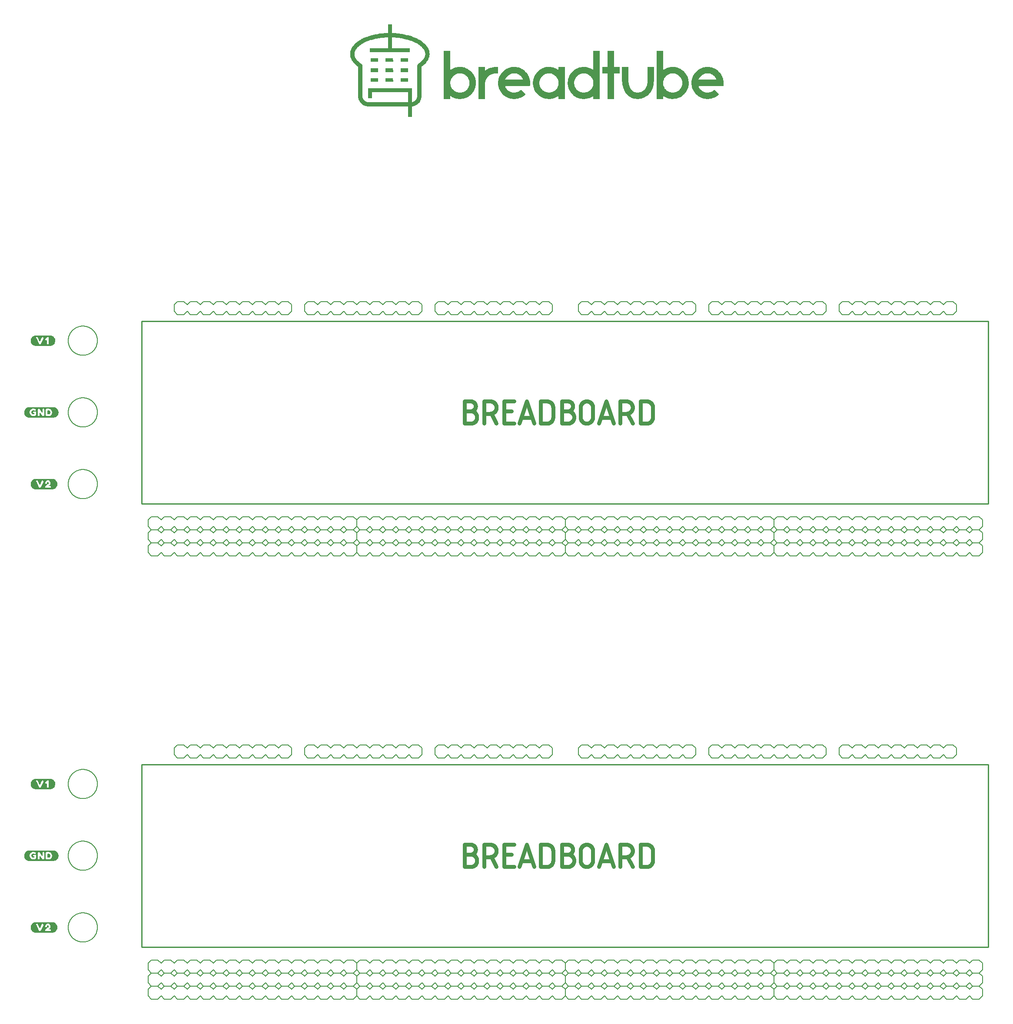
<source format=gto>
G04 EAGLE Gerber RS-274X export*
G75*
%MOMM*%
%FSLAX34Y34*%
%LPD*%
%INSilkscreen Top*%
%IPPOS*%
%AMOC8*
5,1,8,0,0,1.08239X$1,22.5*%
G01*
%ADD10C,0.254000*%
%ADD11C,0.762000*%
%ADD12C,0.203200*%
%ADD13C,0.127000*%

G36*
X768347Y1794787D02*
X768347Y1794787D01*
X768342Y1794794D01*
X768349Y1794800D01*
X768349Y1814780D01*
X768724Y1815154D01*
X769908Y1815351D01*
X770508Y1815451D01*
X770510Y1815453D01*
X770511Y1815452D01*
X771811Y1815752D01*
X771813Y1815755D01*
X771816Y1815753D01*
X772416Y1815953D01*
X772416Y1815954D01*
X772417Y1815954D01*
X773517Y1816354D01*
X773519Y1816357D01*
X773522Y1816356D01*
X774121Y1816656D01*
X775220Y1817155D01*
X775222Y1817158D01*
X775224Y1817157D01*
X776323Y1817756D01*
X776922Y1818056D01*
X776924Y1818061D01*
X776928Y1818060D01*
X778928Y1819460D01*
X778929Y1819462D01*
X778931Y1819462D01*
X779431Y1819862D01*
X779431Y1819863D01*
X779433Y1819863D01*
X780333Y1820663D01*
X780333Y1820665D01*
X780335Y1820665D01*
X781635Y1821965D01*
X781635Y1821967D01*
X781637Y1821967D01*
X782437Y1822867D01*
X782437Y1822872D01*
X782440Y1822872D01*
X783139Y1823870D01*
X783538Y1824369D01*
X783539Y1824376D01*
X783543Y1824376D01*
X784143Y1825476D01*
X784742Y1826475D01*
X784742Y1826478D01*
X784744Y1826478D01*
X785044Y1827078D01*
X785044Y1827079D01*
X785045Y1827080D01*
X785545Y1828180D01*
X785545Y1828181D01*
X786045Y1829381D01*
X786045Y1829384D01*
X786047Y1829384D01*
X786247Y1829984D01*
X786246Y1829987D01*
X786248Y1829988D01*
X786848Y1832388D01*
X786846Y1832391D01*
X786849Y1832393D01*
X787049Y1833693D01*
X787048Y1833694D01*
X787047Y1833695D01*
X787049Y1833696D01*
X787249Y1836296D01*
X787248Y1836299D01*
X787249Y1836300D01*
X787249Y1893075D01*
X788430Y1893961D01*
X788430Y1893962D01*
X788431Y1893962D01*
X789530Y1894861D01*
X790629Y1895660D01*
X790630Y1895664D01*
X790633Y1895663D01*
X792633Y1897463D01*
X792633Y1897465D01*
X792635Y1897465D01*
X795035Y1899865D01*
X795035Y1899869D01*
X795038Y1899869D01*
X795838Y1900868D01*
X796637Y1901767D01*
X796637Y1901769D01*
X796638Y1901769D01*
X797438Y1902769D01*
X797439Y1902772D01*
X797440Y1902772D01*
X798140Y1903772D01*
X798140Y1903773D01*
X798142Y1903774D01*
X798842Y1904874D01*
X798841Y1904875D01*
X798842Y1904875D01*
X799442Y1905875D01*
X799442Y1905876D01*
X799443Y1905876D01*
X800043Y1906976D01*
X800342Y1907475D01*
X800342Y1907478D01*
X800344Y1907478D01*
X800844Y1908478D01*
X800843Y1908482D01*
X800846Y1908483D01*
X801646Y1910683D01*
X801644Y1910690D01*
X801649Y1910692D01*
X801748Y1911290D01*
X802048Y1912387D01*
X802348Y1913487D01*
X802345Y1913493D01*
X802349Y1913496D01*
X802449Y1914594D01*
X802549Y1915192D01*
X802547Y1915195D01*
X802549Y1915196D01*
X802649Y1916396D01*
X802647Y1916399D01*
X802649Y1916400D01*
X802649Y1918100D01*
X802647Y1918103D01*
X802649Y1918104D01*
X802549Y1919202D01*
X802549Y1919800D01*
X802545Y1919805D01*
X802548Y1919809D01*
X801948Y1923109D01*
X801945Y1923112D01*
X801947Y1923116D01*
X801747Y1923714D01*
X801448Y1924813D01*
X801444Y1924816D01*
X801446Y1924818D01*
X801246Y1925317D01*
X800846Y1926417D01*
X800845Y1926418D01*
X800846Y1926418D01*
X800646Y1926918D01*
X800643Y1926920D01*
X800644Y1926922D01*
X800144Y1927922D01*
X800141Y1927923D01*
X800142Y1927925D01*
X799543Y1928923D01*
X799044Y1929922D01*
X799041Y1929923D01*
X799042Y1929925D01*
X798742Y1930425D01*
X798740Y1930426D01*
X798740Y1930428D01*
X796640Y1933428D01*
X796637Y1933429D01*
X796637Y1933432D01*
X795437Y1934832D01*
X795437Y1934833D01*
X794637Y1935733D01*
X794635Y1935733D01*
X794635Y1935735D01*
X793735Y1936635D01*
X793733Y1936635D01*
X793734Y1936636D01*
X792334Y1937936D01*
X792333Y1937936D01*
X792333Y1937937D01*
X791433Y1938737D01*
X790433Y1939637D01*
X790430Y1939637D01*
X790430Y1939639D01*
X788830Y1940839D01*
X788829Y1940839D01*
X788829Y1940840D01*
X786629Y1942440D01*
X786626Y1942440D01*
X786626Y1942442D01*
X784827Y1943541D01*
X783729Y1944340D01*
X783724Y1944340D01*
X783723Y1944343D01*
X782424Y1945043D01*
X781225Y1945743D01*
X781224Y1945742D01*
X781223Y1945743D01*
X779923Y1946443D01*
X779922Y1946443D01*
X779922Y1946444D01*
X777722Y1947544D01*
X777720Y1947544D01*
X777720Y1947545D01*
X775220Y1948645D01*
X775219Y1948645D01*
X772619Y1949745D01*
X772618Y1949745D01*
X772618Y1949746D01*
X770018Y1950746D01*
X770017Y1950746D01*
X767217Y1951746D01*
X767215Y1951746D01*
X767215Y1951747D01*
X764415Y1952647D01*
X764414Y1952646D01*
X764413Y1952647D01*
X761513Y1953447D01*
X761513Y1953448D01*
X758513Y1954248D01*
X758511Y1954247D01*
X758511Y1954248D01*
X755411Y1954948D01*
X755410Y1954948D01*
X755409Y1954948D01*
X752309Y1955548D01*
X749109Y1956148D01*
X749108Y1956148D01*
X749108Y1956149D01*
X745908Y1956649D01*
X745906Y1956648D01*
X745906Y1956649D01*
X742606Y1957049D01*
X739206Y1957449D01*
X739205Y1957448D01*
X739204Y1957449D01*
X735804Y1957749D01*
X735803Y1957748D01*
X735803Y1957749D01*
X732403Y1957949D01*
X732402Y1957949D01*
X729631Y1958048D01*
X729449Y1958412D01*
X729449Y1974600D01*
X729430Y1974626D01*
X729430Y1974639D01*
X729030Y1974939D01*
X729008Y1974939D01*
X729000Y1974949D01*
X721500Y1974949D01*
X721453Y1974913D01*
X721458Y1974906D01*
X721451Y1974900D01*
X721451Y1958048D01*
X718698Y1957949D01*
X718697Y1957949D01*
X715197Y1957749D01*
X715196Y1957748D01*
X715196Y1957749D01*
X711796Y1957449D01*
X708496Y1957149D01*
X708495Y1957149D01*
X705795Y1956849D01*
X705793Y1956848D01*
X705792Y1956849D01*
X699392Y1955849D01*
X699392Y1955848D01*
X699391Y1955848D01*
X696191Y1955248D01*
X696189Y1955247D01*
X696188Y1955248D01*
X693788Y1954648D01*
X690689Y1953948D01*
X690688Y1953947D01*
X690687Y1953947D01*
X684887Y1952347D01*
X684885Y1952345D01*
X684883Y1952346D01*
X682684Y1951546D01*
X679885Y1950647D01*
X679883Y1950644D01*
X679881Y1950645D01*
X674681Y1948445D01*
X674680Y1948445D01*
X672180Y1947345D01*
X672179Y1947343D01*
X672178Y1947344D01*
X671178Y1946844D01*
X671177Y1946843D01*
X668577Y1945443D01*
X668576Y1945442D01*
X668575Y1945443D01*
X667375Y1944743D01*
X667375Y1944742D01*
X667374Y1944742D01*
X665574Y1943642D01*
X664375Y1942943D01*
X664374Y1942939D01*
X664371Y1942940D01*
X663271Y1942140D01*
X661572Y1940940D01*
X661571Y1940938D01*
X661569Y1940938D01*
X660069Y1939738D01*
X660069Y1939737D01*
X660068Y1939737D01*
X658568Y1938437D01*
X658567Y1938437D01*
X657567Y1937537D01*
X656667Y1936737D01*
X656667Y1936733D01*
X656664Y1936734D01*
X655364Y1935334D01*
X655364Y1935332D01*
X655363Y1935332D01*
X654163Y1933932D01*
X654163Y1933930D01*
X654161Y1933930D01*
X653061Y1932530D01*
X653061Y1932528D01*
X653060Y1932528D01*
X651660Y1930528D01*
X651660Y1930526D01*
X651658Y1930525D01*
X650758Y1929025D01*
X650758Y1929022D01*
X650756Y1929022D01*
X650257Y1928023D01*
X649958Y1927525D01*
X649958Y1927519D01*
X649954Y1927518D01*
X649554Y1926518D01*
X649555Y1926516D01*
X649553Y1926516D01*
X649354Y1925917D01*
X648954Y1924918D01*
X648955Y1924917D01*
X648954Y1924917D01*
X648554Y1923817D01*
X648555Y1923814D01*
X648553Y1923813D01*
X648253Y1922713D01*
X648254Y1922710D01*
X648252Y1922709D01*
X647852Y1920509D01*
X647853Y1920506D01*
X647851Y1920504D01*
X647751Y1919404D01*
X647651Y1918204D01*
X647653Y1918201D01*
X647651Y1918200D01*
X647651Y1916500D01*
X647653Y1916497D01*
X647651Y1916496D01*
X647751Y1915296D01*
X647851Y1914196D01*
X647853Y1914193D01*
X647852Y1914191D01*
X648052Y1913091D01*
X648053Y1913090D01*
X648052Y1913088D01*
X648352Y1911888D01*
X648353Y1911888D01*
X648353Y1911887D01*
X648653Y1910787D01*
X648655Y1910785D01*
X648654Y1910783D01*
X649054Y1909683D01*
X649055Y1909683D01*
X649054Y1909682D01*
X649454Y1908683D01*
X649653Y1908084D01*
X649660Y1908080D01*
X649658Y1908075D01*
X650256Y1907077D01*
X650755Y1905980D01*
X650759Y1905978D01*
X650758Y1905975D01*
X651358Y1904975D01*
X651359Y1904974D01*
X651358Y1904974D01*
X652058Y1903874D01*
X652060Y1903873D01*
X652060Y1903872D01*
X652760Y1902872D01*
X652762Y1902871D01*
X652762Y1902869D01*
X653562Y1901869D01*
X653563Y1901869D01*
X653563Y1901867D01*
X654363Y1900967D01*
X655663Y1899468D01*
X655665Y1899467D01*
X655665Y1899465D01*
X656564Y1898566D01*
X657463Y1897567D01*
X657467Y1897566D01*
X657467Y1897563D01*
X658467Y1896663D01*
X658469Y1896663D01*
X658469Y1896662D01*
X660069Y1895362D01*
X661169Y1894462D01*
X661170Y1894462D01*
X661170Y1894461D01*
X662863Y1893167D01*
X663151Y1892686D01*
X663151Y1835100D01*
X663153Y1835098D01*
X663151Y1835096D01*
X663251Y1833796D01*
X663253Y1833794D01*
X663251Y1833792D01*
X663451Y1832592D01*
X663551Y1831893D01*
X663554Y1831890D01*
X663552Y1831888D01*
X663852Y1830688D01*
X663855Y1830686D01*
X663853Y1830684D01*
X664453Y1828884D01*
X664457Y1828882D01*
X664455Y1828880D01*
X665455Y1826680D01*
X665456Y1826679D01*
X665456Y1826678D01*
X665756Y1826078D01*
X665759Y1826077D01*
X665758Y1826075D01*
X666358Y1825075D01*
X666359Y1825074D01*
X666358Y1825074D01*
X667058Y1823974D01*
X667062Y1823972D01*
X667062Y1823969D01*
X667462Y1823469D01*
X668161Y1822570D01*
X668164Y1822569D01*
X668163Y1822567D01*
X668963Y1821667D01*
X668965Y1821667D01*
X668965Y1821665D01*
X670265Y1820365D01*
X670269Y1820365D01*
X670269Y1820362D01*
X671769Y1819162D01*
X671772Y1819161D01*
X671772Y1819160D01*
X672772Y1818460D01*
X672774Y1818460D01*
X672775Y1818458D01*
X673775Y1817858D01*
X673778Y1817858D01*
X673778Y1817856D01*
X674377Y1817556D01*
X675476Y1816957D01*
X675479Y1816957D01*
X675480Y1816955D01*
X676580Y1816455D01*
X676584Y1816456D01*
X676584Y1816453D01*
X677184Y1816254D01*
X678283Y1815854D01*
X678285Y1815854D01*
X678286Y1815853D01*
X679586Y1815453D01*
X679590Y1815455D01*
X679592Y1815451D01*
X681392Y1815151D01*
X681392Y1815152D01*
X681393Y1815151D01*
X682693Y1814951D01*
X682698Y1814954D01*
X682700Y1814951D01*
X683298Y1814951D01*
X684697Y1814851D01*
X684699Y1814852D01*
X684700Y1814851D01*
X760270Y1814851D01*
X760451Y1814488D01*
X760451Y1795100D01*
X760467Y1795079D01*
X760465Y1795065D01*
X760765Y1794765D01*
X760792Y1794762D01*
X760800Y1794751D01*
X768300Y1794751D01*
X768347Y1794787D01*
G37*
%LPC*%
G36*
X684304Y1823349D02*
X684304Y1823349D01*
X683708Y1823449D01*
X683703Y1823446D01*
X683700Y1823449D01*
X683004Y1823449D01*
X682408Y1823549D01*
X682407Y1823548D01*
X682407Y1823549D01*
X681711Y1823648D01*
X681116Y1823847D01*
X681110Y1823845D01*
X681108Y1823849D01*
X680515Y1823947D01*
X679922Y1824244D01*
X679919Y1824243D01*
X679918Y1824246D01*
X679418Y1824446D01*
X679416Y1824445D01*
X679416Y1824447D01*
X678821Y1824645D01*
X678325Y1824942D01*
X678322Y1824942D01*
X678322Y1824944D01*
X677727Y1825242D01*
X677231Y1825638D01*
X677226Y1825639D01*
X677225Y1825642D01*
X676728Y1825940D01*
X676233Y1826337D01*
X675835Y1826735D01*
X675831Y1826735D01*
X675831Y1826738D01*
X675333Y1827137D01*
X674937Y1827533D01*
X674538Y1828031D01*
X674140Y1828528D01*
X673842Y1829025D01*
X673542Y1829525D01*
X673538Y1829527D01*
X673538Y1829531D01*
X673144Y1830024D01*
X672947Y1830616D01*
X672940Y1830620D01*
X672942Y1830625D01*
X672645Y1831121D01*
X672447Y1831716D01*
X672047Y1832916D01*
X671848Y1833512D01*
X671749Y1834108D01*
X671649Y1834803D01*
X671649Y1835400D01*
X671646Y1835404D01*
X671649Y1835407D01*
X671549Y1836103D01*
X671549Y1895500D01*
X671542Y1895509D01*
X671547Y1895516D01*
X671347Y1896116D01*
X671345Y1896117D01*
X671346Y1896118D01*
X671146Y1896618D01*
X671143Y1896620D01*
X671144Y1896622D01*
X670844Y1897222D01*
X670837Y1897225D01*
X670838Y1897231D01*
X670438Y1897731D01*
X670431Y1897733D01*
X670431Y1897738D01*
X669931Y1898138D01*
X669926Y1898139D01*
X669926Y1898142D01*
X668628Y1898941D01*
X667330Y1899939D01*
X667325Y1899939D01*
X667324Y1899943D01*
X666628Y1900341D01*
X665432Y1901338D01*
X664832Y1901838D01*
X664831Y1901838D01*
X663733Y1902737D01*
X662736Y1903734D01*
X661837Y1904733D01*
X660938Y1905731D01*
X660538Y1906231D01*
X659739Y1907230D01*
X659440Y1907629D01*
X658741Y1908627D01*
X658443Y1909123D01*
X657944Y1910122D01*
X657941Y1910123D01*
X657942Y1910125D01*
X657644Y1910622D01*
X657246Y1911618D01*
X657047Y1912116D01*
X656748Y1913112D01*
X656648Y1913610D01*
X656646Y1913612D01*
X656647Y1913614D01*
X656349Y1914610D01*
X656249Y1915605D01*
X656149Y1916602D01*
X656149Y1917998D01*
X656249Y1918995D01*
X656349Y1919892D01*
X656448Y1920388D01*
X656747Y1921386D01*
X657046Y1922283D01*
X657445Y1923281D01*
X657844Y1924177D01*
X658142Y1924675D01*
X658142Y1924678D01*
X658144Y1924678D01*
X658642Y1925674D01*
X658939Y1926070D01*
X658939Y1926074D01*
X658942Y1926075D01*
X659541Y1927072D01*
X659839Y1927470D01*
X660638Y1928468D01*
X661437Y1929367D01*
X661437Y1929369D01*
X661438Y1929369D01*
X661837Y1929867D01*
X663134Y1931164D01*
X664131Y1932062D01*
X664631Y1932462D01*
X666829Y1934260D01*
X667427Y1934659D01*
X667428Y1934661D01*
X667430Y1934661D01*
X668629Y1935560D01*
X669226Y1935958D01*
X671225Y1937158D01*
X672624Y1937957D01*
X674823Y1939157D01*
X676321Y1939955D01*
X678318Y1940754D01*
X678319Y1940756D01*
X678320Y1940755D01*
X680319Y1941655D01*
X682817Y1942654D01*
X685016Y1943453D01*
X687214Y1944153D01*
X689514Y1944853D01*
X692412Y1945652D01*
X694811Y1946252D01*
X697310Y1946752D01*
X699809Y1947252D01*
X702408Y1947751D01*
X705008Y1948151D01*
X707607Y1948551D01*
X710305Y1948851D01*
X713104Y1949151D01*
X715803Y1949351D01*
X718702Y1949451D01*
X721451Y1949549D01*
X721451Y1928905D01*
X721360Y1928449D01*
X687100Y1928449D01*
X687095Y1928446D01*
X687092Y1928449D01*
X686492Y1928349D01*
X686451Y1928305D01*
X686454Y1928303D01*
X686451Y1928300D01*
X686451Y1920800D01*
X686467Y1920779D01*
X686465Y1920765D01*
X686765Y1920465D01*
X686792Y1920462D01*
X686800Y1920451D01*
X764300Y1920451D01*
X764347Y1920487D01*
X764346Y1920489D01*
X764348Y1920490D01*
X764448Y1920990D01*
X764445Y1920997D01*
X764449Y1921000D01*
X764449Y1927900D01*
X764445Y1927906D01*
X764448Y1927910D01*
X764348Y1928410D01*
X764304Y1928449D01*
X764302Y1928447D01*
X764300Y1928449D01*
X729905Y1928449D01*
X729449Y1928540D01*
X729449Y1949095D01*
X729540Y1949549D01*
X732397Y1949451D01*
X735196Y1949251D01*
X737896Y1949051D01*
X740695Y1948751D01*
X743393Y1948451D01*
X745993Y1948051D01*
X748592Y1947651D01*
X751191Y1947152D01*
X753689Y1946652D01*
X758488Y1945452D01*
X761386Y1944653D01*
X763686Y1943953D01*
X765884Y1943253D01*
X767982Y1942454D01*
X767983Y1942454D01*
X769083Y1942054D01*
X770581Y1941455D01*
X772579Y1940555D01*
X774479Y1939656D01*
X776377Y1938756D01*
X778476Y1937557D01*
X779874Y1936758D01*
X780472Y1936360D01*
X781772Y1935460D01*
X781773Y1935460D01*
X781773Y1935459D01*
X783570Y1934261D01*
X784168Y1933762D01*
X785167Y1932863D01*
X785171Y1932863D01*
X785171Y1932860D01*
X786268Y1932062D01*
X787665Y1930665D01*
X787669Y1930665D01*
X787669Y1930662D01*
X788166Y1930264D01*
X788962Y1929368D01*
X789362Y1928869D01*
X789363Y1928869D01*
X789363Y1928867D01*
X790160Y1927971D01*
X790758Y1926975D01*
X790766Y1926971D01*
X790765Y1926965D01*
X791161Y1926570D01*
X791756Y1925578D01*
X791954Y1925082D01*
X791958Y1925079D01*
X791957Y1925076D01*
X792457Y1924176D01*
X792458Y1924176D01*
X792458Y1924175D01*
X792756Y1923677D01*
X793154Y1922783D01*
X793453Y1921786D01*
X793454Y1921785D01*
X793453Y1921784D01*
X793752Y1920887D01*
X793952Y1919890D01*
X794051Y1919392D01*
X794151Y1918497D01*
X794151Y1916502D01*
X794051Y1915505D01*
X793952Y1914610D01*
X793653Y1913614D01*
X793654Y1913611D01*
X793652Y1913610D01*
X793552Y1913112D01*
X793253Y1912116D01*
X793055Y1911620D01*
X792556Y1910622D01*
X792557Y1910619D01*
X792554Y1910618D01*
X792356Y1910122D01*
X791758Y1909125D01*
X791458Y1908625D01*
X790860Y1907628D01*
X790462Y1907131D01*
X790461Y1907128D01*
X790460Y1907128D01*
X789761Y1906130D01*
X789363Y1905633D01*
X786466Y1902736D01*
X785370Y1901739D01*
X784773Y1901341D01*
X784771Y1901337D01*
X784768Y1901338D01*
X783572Y1900341D01*
X782876Y1899943D01*
X782873Y1899937D01*
X782868Y1899938D01*
X782271Y1899440D01*
X780273Y1898141D01*
X780269Y1898131D01*
X780262Y1898131D01*
X779863Y1897633D01*
X779465Y1897235D01*
X779464Y1897223D01*
X779456Y1897222D01*
X779156Y1896622D01*
X779157Y1896617D01*
X779153Y1896616D01*
X778753Y1895416D01*
X778757Y1895405D01*
X778751Y1895400D01*
X778751Y1836004D01*
X778651Y1835408D01*
X778654Y1835403D01*
X778651Y1835400D01*
X778651Y1834704D01*
X778551Y1834108D01*
X778552Y1834107D01*
X778551Y1834107D01*
X778452Y1833411D01*
X777853Y1831616D01*
X777655Y1831021D01*
X777358Y1830525D01*
X777358Y1830522D01*
X777356Y1830522D01*
X777057Y1829923D01*
X776758Y1829425D01*
X776460Y1828928D01*
X776062Y1828431D01*
X775663Y1827933D01*
X775265Y1827535D01*
X775265Y1827531D01*
X775262Y1827531D01*
X774863Y1827033D01*
X774467Y1826637D01*
X773969Y1826238D01*
X773472Y1825840D01*
X772975Y1825542D01*
X771977Y1824943D01*
X770780Y1824345D01*
X770283Y1824146D01*
X769685Y1823947D01*
X768989Y1823748D01*
X768439Y1823656D01*
X768349Y1824105D01*
X768349Y1850400D01*
X768333Y1850421D01*
X768335Y1850435D01*
X768035Y1850735D01*
X768009Y1850738D01*
X768001Y1850748D01*
X768000Y1850749D01*
X683000Y1850749D01*
X682998Y1850748D01*
X682987Y1850740D01*
X682978Y1850744D01*
X682578Y1850544D01*
X682568Y1850524D01*
X682556Y1850515D01*
X682561Y1850509D01*
X682560Y1850507D01*
X682551Y1850500D01*
X682551Y1831100D01*
X682572Y1831072D01*
X682573Y1831059D01*
X682873Y1830859D01*
X682893Y1830860D01*
X682900Y1830851D01*
X690400Y1830851D01*
X690447Y1830887D01*
X690442Y1830894D01*
X690449Y1830900D01*
X690449Y1842751D01*
X760358Y1842751D01*
X760451Y1842196D01*
X760451Y1823440D01*
X759995Y1823349D01*
X684304Y1823349D01*
G37*
%LPD*%
G36*
X842738Y1829680D02*
X842738Y1829680D01*
X842746Y1829682D01*
X842946Y1830182D01*
X842942Y1830195D01*
X842949Y1830200D01*
X842949Y1835813D01*
X843374Y1835558D01*
X845574Y1834158D01*
X845575Y1834159D01*
X845575Y1834158D01*
X846074Y1833858D01*
X847174Y1833158D01*
X847182Y1833159D01*
X847184Y1833153D01*
X847780Y1832955D01*
X848876Y1832357D01*
X848881Y1832357D01*
X848882Y1832354D01*
X849381Y1832155D01*
X850581Y1831655D01*
X850584Y1831655D01*
X850584Y1831653D01*
X851184Y1831454D01*
X852283Y1831054D01*
X852287Y1831055D01*
X852288Y1831052D01*
X854688Y1830452D01*
X854691Y1830453D01*
X854692Y1830451D01*
X855290Y1830352D01*
X856488Y1830052D01*
X856494Y1830055D01*
X856496Y1830051D01*
X857694Y1829951D01*
X858993Y1829751D01*
X858998Y1829754D01*
X859000Y1829751D01*
X859598Y1829751D01*
X860896Y1829651D01*
X860899Y1829653D01*
X860900Y1829651D01*
X862100Y1829651D01*
X862102Y1829653D01*
X862104Y1829651D01*
X863404Y1829751D01*
X865804Y1829951D01*
X865806Y1829953D01*
X865808Y1829951D01*
X868808Y1830451D01*
X868810Y1830454D01*
X868812Y1830452D01*
X870012Y1830752D01*
X870014Y1830755D01*
X870016Y1830753D01*
X871816Y1831353D01*
X871816Y1831354D01*
X871817Y1831354D01*
X872917Y1831754D01*
X872918Y1831755D01*
X872919Y1831755D01*
X874119Y1832255D01*
X874120Y1832256D01*
X874120Y1832255D01*
X875220Y1832755D01*
X875221Y1832756D01*
X875222Y1832756D01*
X875822Y1833056D01*
X875823Y1833057D01*
X875824Y1833057D01*
X876924Y1833657D01*
X876924Y1833658D01*
X876925Y1833658D01*
X877425Y1833957D01*
X878625Y1834657D01*
X878626Y1834660D01*
X878628Y1834660D01*
X879628Y1835360D01*
X880227Y1835759D01*
X880228Y1835762D01*
X880231Y1835762D01*
X880731Y1836162D01*
X880731Y1836163D01*
X880732Y1836163D01*
X882332Y1837563D01*
X882333Y1837563D01*
X883333Y1838463D01*
X883333Y1838465D01*
X883335Y1838465D01*
X884735Y1839865D01*
X884735Y1839869D01*
X884738Y1839869D01*
X887538Y1843369D01*
X887539Y1843372D01*
X887540Y1843372D01*
X888240Y1844372D01*
X888240Y1844374D01*
X888242Y1844375D01*
X888542Y1844875D01*
X888542Y1844876D01*
X888543Y1844876D01*
X889143Y1845976D01*
X889742Y1846975D01*
X889742Y1846978D01*
X889744Y1846978D01*
X890044Y1847578D01*
X890044Y1847579D01*
X890045Y1847580D01*
X890545Y1848680D01*
X890544Y1848683D01*
X890546Y1848683D01*
X891746Y1851983D01*
X891744Y1851990D01*
X891749Y1851992D01*
X891848Y1852590D01*
X892148Y1853788D01*
X892147Y1853791D01*
X892149Y1853792D01*
X892649Y1856792D01*
X892647Y1856795D01*
X892649Y1856796D01*
X892749Y1857994D01*
X892849Y1858592D01*
X892847Y1858596D01*
X892846Y1858598D01*
X892849Y1858600D01*
X892849Y1862300D01*
X892847Y1862302D01*
X892849Y1862304D01*
X892749Y1863604D01*
X892549Y1866004D01*
X892545Y1866009D01*
X892548Y1866012D01*
X892248Y1867210D01*
X892149Y1867808D01*
X892146Y1867811D01*
X892148Y1867813D01*
X891848Y1868912D01*
X891548Y1870112D01*
X891546Y1870114D01*
X891547Y1870116D01*
X890947Y1871916D01*
X890943Y1871918D01*
X890945Y1871920D01*
X890446Y1873018D01*
X890247Y1873616D01*
X890241Y1873619D01*
X890243Y1873624D01*
X889044Y1875823D01*
X888744Y1876422D01*
X888743Y1876423D01*
X888743Y1876424D01*
X888143Y1877524D01*
X888139Y1877526D01*
X888140Y1877529D01*
X887342Y1878626D01*
X887044Y1879222D01*
X887037Y1879225D01*
X887038Y1879231D01*
X886638Y1879731D01*
X886634Y1879732D01*
X886635Y1879735D01*
X886137Y1880233D01*
X884838Y1881831D01*
X884834Y1881832D01*
X884835Y1881835D01*
X883435Y1883235D01*
X883433Y1883235D01*
X883433Y1883237D01*
X882433Y1884137D01*
X882431Y1884137D01*
X882431Y1884138D01*
X881933Y1884537D01*
X881035Y1885435D01*
X881028Y1885436D01*
X881028Y1885440D01*
X880030Y1886139D01*
X879531Y1886538D01*
X879528Y1886539D01*
X879528Y1886540D01*
X878528Y1887240D01*
X878523Y1887240D01*
X878522Y1887244D01*
X877925Y1887542D01*
X876928Y1888240D01*
X876926Y1888240D01*
X876925Y1888242D01*
X876425Y1888542D01*
X876421Y1888542D01*
X876420Y1888545D01*
X875322Y1889044D01*
X874224Y1889643D01*
X874217Y1889642D01*
X874216Y1889647D01*
X873617Y1889846D01*
X872517Y1890246D01*
X872018Y1890446D01*
X872016Y1890445D01*
X872016Y1890447D01*
X870817Y1890846D01*
X870318Y1891046D01*
X870313Y1891044D01*
X870312Y1891048D01*
X869112Y1891348D01*
X869109Y1891347D01*
X869108Y1891349D01*
X865508Y1891949D01*
X865505Y1891947D01*
X865504Y1891949D01*
X864305Y1892049D01*
X863607Y1892149D01*
X863603Y1892147D01*
X863602Y1892149D01*
X863600Y1892149D01*
X860500Y1892149D01*
X860498Y1892149D01*
X860495Y1892147D01*
X860493Y1892149D01*
X859795Y1892049D01*
X858596Y1891949D01*
X857296Y1891849D01*
X857294Y1891847D01*
X857292Y1891849D01*
X855492Y1891549D01*
X855490Y1891546D01*
X855488Y1891548D01*
X854290Y1891248D01*
X853692Y1891149D01*
X853688Y1891144D01*
X853684Y1891147D01*
X850684Y1890147D01*
X850683Y1890145D01*
X850682Y1890146D01*
X850182Y1889946D01*
X850181Y1889945D01*
X848981Y1889445D01*
X848980Y1889444D01*
X848980Y1889445D01*
X847880Y1888945D01*
X847878Y1888941D01*
X847875Y1888942D01*
X847377Y1888644D01*
X846280Y1888145D01*
X846277Y1888140D01*
X846273Y1888141D01*
X845675Y1887742D01*
X844576Y1887143D01*
X844574Y1887137D01*
X844569Y1887138D01*
X844070Y1886739D01*
X843119Y1886073D01*
X842949Y1886412D01*
X842949Y1923200D01*
X842913Y1923247D01*
X842910Y1923245D01*
X842908Y1923249D01*
X842308Y1923349D01*
X842303Y1923346D01*
X842300Y1923349D01*
X830400Y1923349D01*
X830353Y1923313D01*
X830358Y1923306D01*
X830351Y1923300D01*
X830351Y1829900D01*
X830380Y1829862D01*
X830382Y1829854D01*
X830882Y1829654D01*
X830895Y1829658D01*
X830900Y1829651D01*
X842700Y1829651D01*
X842738Y1829680D01*
G37*
G36*
X1133938Y1829680D02*
X1133938Y1829680D01*
X1133946Y1829682D01*
X1134146Y1830182D01*
X1134142Y1830195D01*
X1134149Y1830200D01*
X1134149Y1923200D01*
X1134113Y1923247D01*
X1134111Y1923246D01*
X1134110Y1923248D01*
X1133610Y1923348D01*
X1133603Y1923345D01*
X1133600Y1923349D01*
X1121700Y1923349D01*
X1121653Y1923313D01*
X1121658Y1923306D01*
X1121651Y1923300D01*
X1121651Y1886238D01*
X1121310Y1886153D01*
X1120229Y1886940D01*
X1120227Y1886940D01*
X1120226Y1886942D01*
X1119126Y1887642D01*
X1119124Y1887641D01*
X1119124Y1887643D01*
X1118024Y1888243D01*
X1117525Y1888542D01*
X1117524Y1888542D01*
X1117524Y1888543D01*
X1116424Y1889143D01*
X1116417Y1889142D01*
X1116416Y1889147D01*
X1115817Y1889346D01*
X1114622Y1889844D01*
X1114125Y1890142D01*
X1114117Y1890141D01*
X1114116Y1890147D01*
X1112316Y1890747D01*
X1112314Y1890746D01*
X1112313Y1890748D01*
X1111214Y1891047D01*
X1110616Y1891247D01*
X1110613Y1891246D01*
X1110612Y1891248D01*
X1109412Y1891548D01*
X1109409Y1891547D01*
X1109408Y1891549D01*
X1107608Y1891849D01*
X1107605Y1891847D01*
X1107604Y1891849D01*
X1106405Y1891949D01*
X1105707Y1892049D01*
X1105705Y1892048D01*
X1105704Y1892049D01*
X1104504Y1892149D01*
X1104503Y1892149D01*
X1104500Y1892149D01*
X1102000Y1892149D01*
X1101997Y1892149D01*
X1101996Y1892149D01*
X1100698Y1892049D01*
X1100100Y1892049D01*
X1100095Y1892046D01*
X1100092Y1892049D01*
X1097092Y1891549D01*
X1097051Y1891505D01*
X1097058Y1891499D01*
X1097052Y1891492D01*
X1097048Y1891509D01*
X1097005Y1891549D01*
X1096999Y1891542D01*
X1096992Y1891549D01*
X1096392Y1891449D01*
X1096390Y1891446D01*
X1096388Y1891448D01*
X1095189Y1891148D01*
X1094690Y1891048D01*
X1094687Y1891045D01*
X1094684Y1891047D01*
X1091684Y1890047D01*
X1091682Y1890043D01*
X1091680Y1890045D01*
X1090580Y1889545D01*
X1089381Y1889045D01*
X1088882Y1888846D01*
X1088879Y1888842D01*
X1088876Y1888843D01*
X1087777Y1888244D01*
X1087178Y1887944D01*
X1087176Y1887941D01*
X1087174Y1887942D01*
X1086074Y1887242D01*
X1085575Y1886942D01*
X1085574Y1886941D01*
X1085573Y1886941D01*
X1084973Y1886541D01*
X1084972Y1886538D01*
X1084969Y1886538D01*
X1084469Y1886138D01*
X1082869Y1884838D01*
X1082868Y1884836D01*
X1082867Y1884837D01*
X1081867Y1883937D01*
X1081867Y1883935D01*
X1081865Y1883935D01*
X1080465Y1882535D01*
X1080465Y1882531D01*
X1080462Y1882531D01*
X1080063Y1882033D01*
X1079165Y1881135D01*
X1079165Y1881131D01*
X1079162Y1881131D01*
X1077562Y1879131D01*
X1077561Y1879128D01*
X1077560Y1879128D01*
X1076860Y1878128D01*
X1076860Y1878126D01*
X1076858Y1878125D01*
X1076558Y1877626D01*
X1075858Y1876526D01*
X1075859Y1876525D01*
X1075858Y1876525D01*
X1074958Y1875025D01*
X1074959Y1875017D01*
X1074953Y1875016D01*
X1074754Y1874418D01*
X1074256Y1873323D01*
X1073958Y1872825D01*
X1073959Y1872818D01*
X1073954Y1872817D01*
X1073554Y1871717D01*
X1073554Y1871716D01*
X1073553Y1871716D01*
X1073354Y1871117D01*
X1072954Y1870017D01*
X1072955Y1870013D01*
X1072952Y1870012D01*
X1072652Y1868812D01*
X1072653Y1868809D01*
X1072651Y1868808D01*
X1072552Y1868210D01*
X1072253Y1867113D01*
X1072254Y1867109D01*
X1072251Y1867108D01*
X1071951Y1865308D01*
X1071953Y1865305D01*
X1071951Y1865304D01*
X1071851Y1864004D01*
X1071751Y1862804D01*
X1071753Y1862801D01*
X1071751Y1862800D01*
X1071751Y1859000D01*
X1071753Y1858997D01*
X1071751Y1858996D01*
X1071951Y1856596D01*
X1071953Y1856594D01*
X1071951Y1856592D01*
X1072051Y1855992D01*
X1072054Y1855990D01*
X1072052Y1855988D01*
X1072352Y1854790D01*
X1072551Y1853592D01*
X1072556Y1853588D01*
X1072553Y1853584D01*
X1072753Y1852986D01*
X1073052Y1851788D01*
X1073055Y1851786D01*
X1073053Y1851784D01*
X1073453Y1850584D01*
X1073455Y1850583D01*
X1073454Y1850582D01*
X1073654Y1850083D01*
X1074053Y1848884D01*
X1074056Y1848883D01*
X1074055Y1848881D01*
X1074555Y1847681D01*
X1074559Y1847678D01*
X1074558Y1847675D01*
X1074857Y1847177D01*
X1075456Y1845978D01*
X1075457Y1845977D01*
X1075457Y1845976D01*
X1076056Y1844877D01*
X1076356Y1844278D01*
X1076359Y1844276D01*
X1076358Y1844274D01*
X1077058Y1843174D01*
X1077062Y1843172D01*
X1077062Y1843169D01*
X1077462Y1842669D01*
X1078362Y1841569D01*
X1078364Y1841568D01*
X1078364Y1841566D01*
X1079764Y1840066D01*
X1080663Y1839067D01*
X1080665Y1839067D01*
X1080665Y1839065D01*
X1081165Y1838565D01*
X1081167Y1838565D01*
X1081167Y1838563D01*
X1082066Y1837764D01*
X1082565Y1837265D01*
X1082569Y1837265D01*
X1082569Y1837262D01*
X1083568Y1836462D01*
X1084467Y1835663D01*
X1084474Y1835663D01*
X1084475Y1835658D01*
X1084974Y1835358D01*
X1086073Y1834659D01*
X1087072Y1833960D01*
X1087074Y1833960D01*
X1087075Y1833958D01*
X1087575Y1833658D01*
X1087576Y1833658D01*
X1087576Y1833657D01*
X1088676Y1833057D01*
X1088678Y1833057D01*
X1088678Y1833056D01*
X1090278Y1832256D01*
X1090282Y1832257D01*
X1090283Y1832254D01*
X1091381Y1831854D01*
X1092480Y1831355D01*
X1092485Y1831356D01*
X1092487Y1831353D01*
X1093586Y1831053D01*
X1094784Y1830653D01*
X1094790Y1830655D01*
X1094792Y1830651D01*
X1095390Y1830552D01*
X1096487Y1830253D01*
X1096491Y1830254D01*
X1096492Y1830251D01*
X1098292Y1829951D01*
X1098297Y1829954D01*
X1098300Y1829951D01*
X1098896Y1829951D01*
X1100092Y1829751D01*
X1100097Y1829754D01*
X1100100Y1829751D01*
X1101398Y1829751D01*
X1102596Y1829651D01*
X1102600Y1829654D01*
X1102603Y1829651D01*
X1104501Y1829751D01*
X1105700Y1829751D01*
X1105705Y1829754D01*
X1105708Y1829751D01*
X1106306Y1829851D01*
X1107504Y1829951D01*
X1107506Y1829953D01*
X1107508Y1829951D01*
X1108108Y1830051D01*
X1108110Y1830054D01*
X1108112Y1830052D01*
X1109310Y1830352D01*
X1109908Y1830451D01*
X1109910Y1830454D01*
X1109912Y1830452D01*
X1111110Y1830752D01*
X1111708Y1830851D01*
X1111712Y1830856D01*
X1111716Y1830853D01*
X1112916Y1831253D01*
X1112917Y1831255D01*
X1112918Y1831254D01*
X1113418Y1831454D01*
X1113419Y1831455D01*
X1114617Y1831954D01*
X1115216Y1832153D01*
X1115218Y1832157D01*
X1115220Y1832155D01*
X1116320Y1832655D01*
X1116321Y1832656D01*
X1116322Y1832656D01*
X1116922Y1832956D01*
X1116923Y1832957D01*
X1116924Y1832957D01*
X1118023Y1833556D01*
X1118622Y1833856D01*
X1118623Y1833857D01*
X1118624Y1833857D01*
X1119724Y1834457D01*
X1119726Y1834463D01*
X1119731Y1834462D01*
X1120228Y1834859D01*
X1121413Y1835551D01*
X1121651Y1835551D01*
X1121651Y1830000D01*
X1121670Y1829974D01*
X1121670Y1829961D01*
X1122070Y1829661D01*
X1122092Y1829661D01*
X1122100Y1829651D01*
X1133900Y1829651D01*
X1133938Y1829680D01*
G37*
G36*
X1257447Y1829687D02*
X1257447Y1829687D01*
X1257445Y1829690D01*
X1257449Y1829692D01*
X1257549Y1830292D01*
X1257546Y1830297D01*
X1257549Y1830300D01*
X1257549Y1835813D01*
X1257974Y1835558D01*
X1260174Y1834158D01*
X1260175Y1834159D01*
X1260175Y1834158D01*
X1260675Y1833858D01*
X1260676Y1833858D01*
X1260676Y1833857D01*
X1261776Y1833257D01*
X1261778Y1833257D01*
X1261778Y1833256D01*
X1262377Y1832956D01*
X1263476Y1832357D01*
X1263483Y1832358D01*
X1263484Y1832353D01*
X1264082Y1832154D01*
X1265180Y1831655D01*
X1265184Y1831656D01*
X1265184Y1831653D01*
X1265784Y1831454D01*
X1266883Y1831054D01*
X1266887Y1831055D01*
X1266888Y1831052D01*
X1269288Y1830452D01*
X1269291Y1830453D01*
X1269292Y1830451D01*
X1269890Y1830352D01*
X1271088Y1830052D01*
X1271094Y1830055D01*
X1271096Y1830051D01*
X1272394Y1829951D01*
X1273592Y1829751D01*
X1273597Y1829754D01*
X1273600Y1829751D01*
X1274198Y1829751D01*
X1275496Y1829651D01*
X1275499Y1829653D01*
X1275500Y1829651D01*
X1276800Y1829651D01*
X1276803Y1829653D01*
X1276804Y1829651D01*
X1279204Y1829851D01*
X1280504Y1829951D01*
X1280506Y1829953D01*
X1280508Y1829951D01*
X1283508Y1830451D01*
X1283511Y1830454D01*
X1283513Y1830453D01*
X1284613Y1830753D01*
X1284614Y1830754D01*
X1284616Y1830753D01*
X1287616Y1831753D01*
X1287618Y1831757D01*
X1287620Y1831755D01*
X1289820Y1832755D01*
X1289821Y1832756D01*
X1289822Y1832756D01*
X1290422Y1833056D01*
X1290423Y1833057D01*
X1290424Y1833057D01*
X1291523Y1833656D01*
X1292122Y1833956D01*
X1292124Y1833959D01*
X1292126Y1833958D01*
X1294326Y1835358D01*
X1294328Y1835362D01*
X1294331Y1835362D01*
X1294829Y1835760D01*
X1295427Y1836159D01*
X1295429Y1836165D01*
X1295434Y1836164D01*
X1296934Y1837564D01*
X1297933Y1838463D01*
X1297933Y1838465D01*
X1297935Y1838465D01*
X1299335Y1839865D01*
X1299335Y1839869D01*
X1299338Y1839869D01*
X1300138Y1840869D01*
X1301037Y1841867D01*
X1301037Y1841874D01*
X1301042Y1841875D01*
X1301340Y1842372D01*
X1302138Y1843369D01*
X1302139Y1843372D01*
X1302140Y1843372D01*
X1302840Y1844372D01*
X1302840Y1844374D01*
X1302842Y1844375D01*
X1303142Y1844875D01*
X1303142Y1844876D01*
X1303143Y1844876D01*
X1303743Y1845976D01*
X1304342Y1846975D01*
X1304342Y1846978D01*
X1304344Y1846978D01*
X1304644Y1847578D01*
X1304644Y1847579D01*
X1304645Y1847580D01*
X1305145Y1848680D01*
X1305144Y1848683D01*
X1305146Y1848683D01*
X1306346Y1851983D01*
X1306344Y1851990D01*
X1306349Y1851992D01*
X1306448Y1852590D01*
X1306748Y1853788D01*
X1307048Y1854988D01*
X1307047Y1854991D01*
X1307049Y1854992D01*
X1307149Y1855592D01*
X1307147Y1855595D01*
X1307149Y1855596D01*
X1307249Y1856796D01*
X1307349Y1857994D01*
X1307449Y1858592D01*
X1307447Y1858596D01*
X1307446Y1858598D01*
X1307449Y1858600D01*
X1307449Y1862300D01*
X1307447Y1862302D01*
X1307449Y1862304D01*
X1307349Y1863604D01*
X1307149Y1866004D01*
X1307147Y1866006D01*
X1307149Y1866008D01*
X1306949Y1867208D01*
X1306944Y1867212D01*
X1306947Y1867216D01*
X1306747Y1867814D01*
X1306448Y1868912D01*
X1306148Y1870112D01*
X1306146Y1870114D01*
X1306147Y1870116D01*
X1305547Y1871916D01*
X1305543Y1871918D01*
X1305545Y1871920D01*
X1305046Y1873018D01*
X1304847Y1873616D01*
X1304841Y1873619D01*
X1304843Y1873624D01*
X1304244Y1874722D01*
X1303745Y1875820D01*
X1303740Y1875823D01*
X1303741Y1875827D01*
X1303342Y1876425D01*
X1302743Y1877524D01*
X1302741Y1877525D01*
X1302742Y1877526D01*
X1302042Y1878626D01*
X1302041Y1878627D01*
X1301641Y1879227D01*
X1301638Y1879228D01*
X1301638Y1879231D01*
X1300838Y1880231D01*
X1300837Y1880231D01*
X1300837Y1880232D01*
X1299437Y1881832D01*
X1299435Y1881833D01*
X1299435Y1881835D01*
X1298035Y1883235D01*
X1298033Y1883235D01*
X1298033Y1883237D01*
X1297034Y1884136D01*
X1296635Y1884535D01*
X1296633Y1884535D01*
X1296633Y1884537D01*
X1295633Y1885437D01*
X1295628Y1885437D01*
X1295628Y1885440D01*
X1294630Y1886139D01*
X1294131Y1886538D01*
X1294128Y1886539D01*
X1294128Y1886540D01*
X1293128Y1887240D01*
X1293123Y1887240D01*
X1293122Y1887244D01*
X1292525Y1887542D01*
X1291528Y1888240D01*
X1291526Y1888240D01*
X1291525Y1888242D01*
X1291025Y1888542D01*
X1291021Y1888542D01*
X1291020Y1888545D01*
X1289922Y1889044D01*
X1288824Y1889643D01*
X1288819Y1889643D01*
X1288818Y1889646D01*
X1288318Y1889846D01*
X1288316Y1889845D01*
X1288316Y1889847D01*
X1287117Y1890246D01*
X1286618Y1890446D01*
X1286616Y1890445D01*
X1286616Y1890447D01*
X1285417Y1890846D01*
X1284918Y1891046D01*
X1284913Y1891044D01*
X1284912Y1891048D01*
X1283712Y1891348D01*
X1283709Y1891347D01*
X1283708Y1891349D01*
X1280108Y1891949D01*
X1280105Y1891947D01*
X1280104Y1891949D01*
X1278906Y1892049D01*
X1278308Y1892149D01*
X1278304Y1892146D01*
X1278302Y1892149D01*
X1278300Y1892149D01*
X1275100Y1892149D01*
X1275098Y1892149D01*
X1275095Y1892147D01*
X1275093Y1892149D01*
X1274395Y1892049D01*
X1273196Y1891949D01*
X1271896Y1891849D01*
X1271894Y1891847D01*
X1271892Y1891849D01*
X1270092Y1891549D01*
X1270090Y1891546D01*
X1270088Y1891548D01*
X1268890Y1891248D01*
X1268292Y1891149D01*
X1268288Y1891144D01*
X1268284Y1891147D01*
X1266484Y1890547D01*
X1266484Y1890546D01*
X1266483Y1890546D01*
X1265384Y1890146D01*
X1264784Y1889947D01*
X1264783Y1889944D01*
X1264781Y1889945D01*
X1263581Y1889445D01*
X1263580Y1889444D01*
X1263580Y1889445D01*
X1262480Y1888945D01*
X1262478Y1888941D01*
X1262475Y1888942D01*
X1261977Y1888644D01*
X1260880Y1888145D01*
X1260877Y1888140D01*
X1260873Y1888141D01*
X1260274Y1887742D01*
X1259275Y1887142D01*
X1259274Y1887141D01*
X1259273Y1887141D01*
X1258673Y1886741D01*
X1258672Y1886740D01*
X1257719Y1886073D01*
X1257549Y1886412D01*
X1257549Y1923200D01*
X1257513Y1923247D01*
X1257510Y1923245D01*
X1257508Y1923249D01*
X1256908Y1923349D01*
X1256903Y1923346D01*
X1256900Y1923349D01*
X1245100Y1923349D01*
X1245053Y1923313D01*
X1245058Y1923306D01*
X1245051Y1923300D01*
X1245051Y1829900D01*
X1245076Y1829867D01*
X1245078Y1829856D01*
X1245478Y1829656D01*
X1245494Y1829659D01*
X1245500Y1829651D01*
X1257400Y1829651D01*
X1257447Y1829687D01*
G37*
G36*
X1036103Y1829653D02*
X1036103Y1829653D01*
X1036104Y1829651D01*
X1037202Y1829751D01*
X1038400Y1829751D01*
X1038405Y1829754D01*
X1038408Y1829751D01*
X1040204Y1830051D01*
X1040800Y1830051D01*
X1040808Y1830057D01*
X1040813Y1830053D01*
X1041910Y1830352D01*
X1042508Y1830451D01*
X1042510Y1830454D01*
X1042512Y1830452D01*
X1043712Y1830752D01*
X1043714Y1830755D01*
X1043716Y1830753D01*
X1044316Y1830953D01*
X1044316Y1830954D01*
X1044317Y1830954D01*
X1045417Y1831354D01*
X1046016Y1831553D01*
X1046017Y1831556D01*
X1046019Y1831555D01*
X1047219Y1832055D01*
X1047220Y1832056D01*
X1047220Y1832055D01*
X1048320Y1832555D01*
X1048321Y1832556D01*
X1048322Y1832556D01*
X1050122Y1833456D01*
X1050123Y1833457D01*
X1050124Y1833457D01*
X1051224Y1834057D01*
X1051225Y1834060D01*
X1051227Y1834059D01*
X1051826Y1834458D01*
X1052926Y1835158D01*
X1052927Y1835159D01*
X1053520Y1835554D01*
X1053851Y1835637D01*
X1053851Y1830100D01*
X1053864Y1830082D01*
X1053861Y1830070D01*
X1054161Y1829670D01*
X1054192Y1829662D01*
X1054200Y1829651D01*
X1066100Y1829651D01*
X1066133Y1829676D01*
X1066144Y1829678D01*
X1066344Y1830078D01*
X1066344Y1830080D01*
X1066344Y1830081D01*
X1066343Y1830082D01*
X1066341Y1830094D01*
X1066349Y1830100D01*
X1066349Y1891900D01*
X1066320Y1891938D01*
X1066318Y1891946D01*
X1065818Y1892146D01*
X1065806Y1892142D01*
X1065801Y1892149D01*
X1065800Y1892149D01*
X1054000Y1892149D01*
X1053953Y1892113D01*
X1053954Y1892111D01*
X1053952Y1892110D01*
X1053852Y1891610D01*
X1053855Y1891603D01*
X1053851Y1891600D01*
X1053851Y1886080D01*
X1053324Y1886343D01*
X1052226Y1887042D01*
X1051126Y1887742D01*
X1051124Y1887741D01*
X1051124Y1887743D01*
X1050024Y1888343D01*
X1049525Y1888642D01*
X1049522Y1888642D01*
X1049522Y1888644D01*
X1048322Y1889244D01*
X1048321Y1889244D01*
X1048320Y1889245D01*
X1047220Y1889745D01*
X1047218Y1889744D01*
X1047217Y1889746D01*
X1046117Y1890146D01*
X1046116Y1890146D01*
X1046116Y1890147D01*
X1043716Y1890947D01*
X1043713Y1890946D01*
X1043712Y1890948D01*
X1041312Y1891548D01*
X1041309Y1891547D01*
X1041308Y1891549D01*
X1038908Y1891949D01*
X1038905Y1891947D01*
X1038904Y1891949D01*
X1037704Y1892049D01*
X1036404Y1892149D01*
X1036403Y1892149D01*
X1036400Y1892149D01*
X1034300Y1892149D01*
X1034297Y1892149D01*
X1034296Y1892149D01*
X1032998Y1892049D01*
X1032400Y1892049D01*
X1032395Y1892046D01*
X1032392Y1892049D01*
X1031196Y1891849D01*
X1030600Y1891849D01*
X1030595Y1891846D01*
X1030592Y1891849D01*
X1029392Y1891649D01*
X1029390Y1891646D01*
X1029388Y1891648D01*
X1026988Y1891048D01*
X1026986Y1891046D01*
X1026984Y1891047D01*
X1026386Y1890847D01*
X1025188Y1890548D01*
X1025186Y1890546D01*
X1025184Y1890547D01*
X1024584Y1890347D01*
X1024582Y1890343D01*
X1024580Y1890345D01*
X1023482Y1889846D01*
X1022884Y1889647D01*
X1022882Y1889643D01*
X1022880Y1889645D01*
X1021780Y1889145D01*
X1021779Y1889144D01*
X1021778Y1889144D01*
X1020578Y1888544D01*
X1020577Y1888543D01*
X1020576Y1888543D01*
X1019476Y1887943D01*
X1019474Y1887937D01*
X1019469Y1887938D01*
X1018973Y1887541D01*
X1017876Y1886943D01*
X1017875Y1886940D01*
X1017873Y1886941D01*
X1017273Y1886541D01*
X1017272Y1886538D01*
X1017269Y1886538D01*
X1016769Y1886138D01*
X1015169Y1884838D01*
X1015168Y1884836D01*
X1015167Y1884837D01*
X1014167Y1883937D01*
X1014167Y1883935D01*
X1014165Y1883935D01*
X1011865Y1881635D01*
X1011865Y1881631D01*
X1011862Y1881631D01*
X1010663Y1880133D01*
X1010265Y1879735D01*
X1010264Y1879728D01*
X1010260Y1879728D01*
X1008860Y1877728D01*
X1008860Y1877727D01*
X1008858Y1877726D01*
X1008158Y1876626D01*
X1008159Y1876625D01*
X1008158Y1876625D01*
X1007858Y1876125D01*
X1007858Y1876124D01*
X1007857Y1876124D01*
X1007257Y1875024D01*
X1007257Y1875019D01*
X1007254Y1875018D01*
X1007055Y1874521D01*
X1006457Y1873424D01*
X1006457Y1873419D01*
X1006454Y1873418D01*
X1006254Y1872918D01*
X1006255Y1872917D01*
X1006254Y1872917D01*
X1005854Y1871817D01*
X1005854Y1871816D01*
X1005853Y1871816D01*
X1005454Y1870617D01*
X1005054Y1869517D01*
X1005056Y1869510D01*
X1005055Y1869510D01*
X1005051Y1869508D01*
X1004952Y1868910D01*
X1004652Y1867712D01*
X1004653Y1867709D01*
X1004651Y1867708D01*
X1004552Y1867110D01*
X1004252Y1865912D01*
X1004256Y1865904D01*
X1004251Y1865900D01*
X1004251Y1865304D01*
X1004051Y1864108D01*
X1004053Y1864105D01*
X1004051Y1864104D01*
X1003951Y1862804D01*
X1003953Y1862801D01*
X1003951Y1862800D01*
X1003951Y1859700D01*
X1003953Y1859697D01*
X1003951Y1859696D01*
X1004051Y1858498D01*
X1004051Y1857900D01*
X1004053Y1857897D01*
X1004051Y1857896D01*
X1004151Y1856696D01*
X1004153Y1856694D01*
X1004151Y1856692D01*
X1004251Y1856092D01*
X1004254Y1856090D01*
X1004252Y1856088D01*
X1004552Y1854890D01*
X1004651Y1854292D01*
X1004654Y1854290D01*
X1004652Y1854288D01*
X1005252Y1851888D01*
X1005255Y1851886D01*
X1005253Y1851884D01*
X1005853Y1850084D01*
X1005854Y1850084D01*
X1005854Y1850083D01*
X1006254Y1848983D01*
X1006257Y1848981D01*
X1006256Y1848978D01*
X1006556Y1848379D01*
X1007055Y1847280D01*
X1007056Y1847279D01*
X1007056Y1847278D01*
X1007356Y1846678D01*
X1007357Y1846677D01*
X1007357Y1846676D01*
X1007956Y1845577D01*
X1008256Y1844978D01*
X1008259Y1844976D01*
X1008258Y1844974D01*
X1009658Y1842774D01*
X1009662Y1842772D01*
X1009662Y1842769D01*
X1010060Y1842271D01*
X1010459Y1841673D01*
X1010464Y1841671D01*
X1010463Y1841667D01*
X1011363Y1840667D01*
X1011364Y1840667D01*
X1011364Y1840666D01*
X1012764Y1839166D01*
X1012765Y1839166D01*
X1012765Y1839165D01*
X1013765Y1838165D01*
X1013769Y1838165D01*
X1013769Y1838162D01*
X1014267Y1837763D01*
X1015165Y1836865D01*
X1015169Y1836865D01*
X1015169Y1836862D01*
X1016669Y1835662D01*
X1016673Y1835661D01*
X1016674Y1835658D01*
X1017773Y1834959D01*
X1018772Y1834260D01*
X1018774Y1834260D01*
X1018775Y1834258D01*
X1019275Y1833958D01*
X1019276Y1833958D01*
X1019276Y1833957D01*
X1020376Y1833357D01*
X1021375Y1832758D01*
X1021378Y1832758D01*
X1021378Y1832756D01*
X1021978Y1832456D01*
X1021979Y1832456D01*
X1021980Y1832455D01*
X1023080Y1831955D01*
X1023081Y1831956D01*
X1023082Y1831954D01*
X1023582Y1831754D01*
X1023583Y1831755D01*
X1023583Y1831754D01*
X1024683Y1831354D01*
X1024684Y1831354D01*
X1024684Y1831353D01*
X1025284Y1831154D01*
X1026383Y1830754D01*
X1026387Y1830755D01*
X1026388Y1830752D01*
X1027588Y1830452D01*
X1027591Y1830453D01*
X1027592Y1830451D01*
X1028192Y1830351D01*
X1029291Y1830152D01*
X1029292Y1830152D01*
X1029292Y1830151D01*
X1031092Y1829851D01*
X1031097Y1829854D01*
X1031100Y1829851D01*
X1031698Y1829851D01*
X1032996Y1829751D01*
X1034196Y1829651D01*
X1034199Y1829653D01*
X1034200Y1829651D01*
X1036100Y1829651D01*
X1036103Y1829653D01*
G37*
G36*
X1344502Y1829654D02*
X1344502Y1829654D01*
X1344504Y1829651D01*
X1345702Y1829751D01*
X1346400Y1829751D01*
X1346403Y1829753D01*
X1346404Y1829751D01*
X1347604Y1829851D01*
X1347606Y1829853D01*
X1347608Y1829851D01*
X1350608Y1830351D01*
X1350610Y1830354D01*
X1350612Y1830352D01*
X1351810Y1830652D01*
X1352408Y1830751D01*
X1352412Y1830756D01*
X1352416Y1830753D01*
X1353616Y1831153D01*
X1353616Y1831154D01*
X1353617Y1831154D01*
X1354717Y1831554D01*
X1355316Y1831753D01*
X1355316Y1831754D01*
X1355317Y1831754D01*
X1356417Y1832154D01*
X1356418Y1832156D01*
X1356420Y1832155D01*
X1357520Y1832655D01*
X1357521Y1832656D01*
X1357522Y1832656D01*
X1358122Y1832956D01*
X1358123Y1832957D01*
X1358124Y1832957D01*
X1359224Y1833557D01*
X1359224Y1833558D01*
X1359225Y1833558D01*
X1359725Y1833858D01*
X1359726Y1833859D01*
X1359726Y1833858D01*
X1360826Y1834558D01*
X1361325Y1834858D01*
X1361327Y1834862D01*
X1361331Y1834862D01*
X1362329Y1835660D01*
X1363426Y1836358D01*
X1363429Y1836364D01*
X1363433Y1836363D01*
X1364431Y1837262D01*
X1365431Y1838062D01*
X1365432Y1838066D01*
X1365435Y1838065D01*
X1365935Y1838565D01*
X1365939Y1838592D01*
X1365949Y1838600D01*
X1365949Y1839100D01*
X1365933Y1839121D01*
X1365935Y1839135D01*
X1357535Y1847535D01*
X1357489Y1847541D01*
X1357482Y1847546D01*
X1356982Y1847346D01*
X1356975Y1847335D01*
X1356967Y1847337D01*
X1355970Y1846439D01*
X1355373Y1846041D01*
X1355372Y1846040D01*
X1354373Y1845341D01*
X1353275Y1844643D01*
X1352178Y1844044D01*
X1351082Y1843546D01*
X1349886Y1843147D01*
X1348788Y1842848D01*
X1347590Y1842548D01*
X1346392Y1842349D01*
X1345796Y1842249D01*
X1343302Y1842249D01*
X1342104Y1842349D01*
X1340908Y1842449D01*
X1339712Y1842748D01*
X1338516Y1843047D01*
X1337319Y1843545D01*
X1336121Y1844045D01*
X1335523Y1844344D01*
X1334425Y1844942D01*
X1333828Y1845340D01*
X1332830Y1846039D01*
X1331833Y1846837D01*
X1330935Y1847735D01*
X1330931Y1847735D01*
X1330931Y1847738D01*
X1330434Y1848136D01*
X1329639Y1849031D01*
X1328940Y1850028D01*
X1328241Y1851027D01*
X1327944Y1851523D01*
X1327445Y1852620D01*
X1326945Y1853720D01*
X1326944Y1853721D01*
X1326944Y1853722D01*
X1326652Y1854306D01*
X1326738Y1854651D01*
X1374200Y1854651D01*
X1374206Y1854655D01*
X1374210Y1854652D01*
X1374710Y1854752D01*
X1374741Y1854788D01*
X1374748Y1854791D01*
X1374948Y1855891D01*
X1374947Y1855894D01*
X1374949Y1855895D01*
X1375149Y1857695D01*
X1375349Y1859695D01*
X1375347Y1859698D01*
X1375349Y1859700D01*
X1375349Y1862300D01*
X1375347Y1862303D01*
X1375349Y1862304D01*
X1375149Y1864704D01*
X1375147Y1864706D01*
X1375149Y1864708D01*
X1374649Y1867708D01*
X1374644Y1867712D01*
X1374647Y1867716D01*
X1374447Y1868314D01*
X1374148Y1869512D01*
X1374145Y1869514D01*
X1374146Y1869517D01*
X1373746Y1870617D01*
X1373147Y1872416D01*
X1373143Y1872418D01*
X1373145Y1872420D01*
X1372646Y1873518D01*
X1372447Y1874116D01*
X1372441Y1874119D01*
X1372443Y1874124D01*
X1371243Y1876324D01*
X1371242Y1876324D01*
X1371242Y1876325D01*
X1370942Y1876825D01*
X1370941Y1876826D01*
X1370942Y1876826D01*
X1369542Y1879026D01*
X1369541Y1879027D01*
X1369141Y1879627D01*
X1369138Y1879628D01*
X1369138Y1879631D01*
X1368340Y1880629D01*
X1367941Y1881227D01*
X1367934Y1881230D01*
X1367935Y1881235D01*
X1365535Y1883635D01*
X1365531Y1883635D01*
X1365531Y1883638D01*
X1365031Y1884038D01*
X1364033Y1884937D01*
X1364031Y1884937D01*
X1364031Y1884938D01*
X1363031Y1885738D01*
X1363026Y1885739D01*
X1363025Y1885742D01*
X1362528Y1886040D01*
X1361531Y1886838D01*
X1361528Y1886839D01*
X1361528Y1886840D01*
X1360528Y1887540D01*
X1360523Y1887540D01*
X1360522Y1887544D01*
X1359923Y1887843D01*
X1358925Y1888442D01*
X1358924Y1888442D01*
X1358924Y1888443D01*
X1357824Y1889043D01*
X1357819Y1889043D01*
X1357818Y1889046D01*
X1357320Y1889245D01*
X1356220Y1889745D01*
X1356219Y1889745D01*
X1355019Y1890245D01*
X1355018Y1890245D01*
X1355018Y1890246D01*
X1354518Y1890446D01*
X1354516Y1890445D01*
X1354516Y1890447D01*
X1353316Y1890847D01*
X1353314Y1890846D01*
X1353313Y1890848D01*
X1352213Y1891148D01*
X1352209Y1891146D01*
X1352208Y1891149D01*
X1351610Y1891248D01*
X1350412Y1891548D01*
X1350409Y1891547D01*
X1350408Y1891549D01*
X1347408Y1892049D01*
X1347403Y1892046D01*
X1347400Y1892049D01*
X1346104Y1892049D01*
X1345508Y1892149D01*
X1345504Y1892146D01*
X1345502Y1892149D01*
X1345500Y1892149D01*
X1342400Y1892149D01*
X1342397Y1892149D01*
X1342396Y1892149D01*
X1341196Y1892049D01*
X1341194Y1892047D01*
X1341193Y1892049D01*
X1339893Y1891849D01*
X1339892Y1891848D01*
X1339892Y1891849D01*
X1336892Y1891349D01*
X1336888Y1891344D01*
X1336884Y1891347D01*
X1336286Y1891147D01*
X1335088Y1890848D01*
X1335086Y1890846D01*
X1335084Y1890847D01*
X1333884Y1890447D01*
X1333883Y1890445D01*
X1333882Y1890446D01*
X1333383Y1890246D01*
X1332184Y1889847D01*
X1332182Y1889843D01*
X1332180Y1889845D01*
X1331080Y1889345D01*
X1331079Y1889344D01*
X1331078Y1889344D01*
X1330479Y1889044D01*
X1329380Y1888545D01*
X1329378Y1888542D01*
X1329376Y1888543D01*
X1328276Y1887943D01*
X1328274Y1887937D01*
X1328269Y1887938D01*
X1327773Y1887541D01*
X1326676Y1886943D01*
X1326674Y1886937D01*
X1326669Y1886938D01*
X1325672Y1886140D01*
X1325175Y1885842D01*
X1325173Y1885838D01*
X1325169Y1885838D01*
X1324169Y1885038D01*
X1324168Y1885038D01*
X1323568Y1884538D01*
X1323568Y1884534D01*
X1323565Y1884535D01*
X1320765Y1881735D01*
X1320765Y1881731D01*
X1320762Y1881731D01*
X1318762Y1879231D01*
X1318761Y1879228D01*
X1318760Y1879228D01*
X1318060Y1878228D01*
X1318060Y1878227D01*
X1318058Y1878226D01*
X1317358Y1877126D01*
X1317359Y1877125D01*
X1317358Y1877125D01*
X1317058Y1876625D01*
X1317058Y1876624D01*
X1317057Y1876624D01*
X1316457Y1875524D01*
X1315858Y1874525D01*
X1315859Y1874517D01*
X1315853Y1874516D01*
X1315654Y1873918D01*
X1315155Y1872820D01*
X1314655Y1871720D01*
X1314656Y1871717D01*
X1314653Y1871716D01*
X1314453Y1871116D01*
X1314454Y1871114D01*
X1314453Y1871113D01*
X1314153Y1870014D01*
X1313753Y1868816D01*
X1313755Y1868810D01*
X1313751Y1868808D01*
X1313652Y1868210D01*
X1313352Y1867012D01*
X1313353Y1867009D01*
X1313351Y1867008D01*
X1313051Y1865208D01*
X1313053Y1865205D01*
X1313051Y1865204D01*
X1312951Y1864004D01*
X1312851Y1862704D01*
X1312853Y1862701D01*
X1312851Y1862700D01*
X1312851Y1862102D01*
X1312751Y1860804D01*
X1312756Y1860796D01*
X1312751Y1860792D01*
X1312851Y1860196D01*
X1312851Y1858400D01*
X1312854Y1858395D01*
X1312851Y1858392D01*
X1313051Y1857194D01*
X1313151Y1855996D01*
X1313153Y1855994D01*
X1313151Y1855992D01*
X1313251Y1855392D01*
X1313254Y1855390D01*
X1313252Y1855388D01*
X1313552Y1854188D01*
X1313852Y1852990D01*
X1313951Y1852392D01*
X1313956Y1852388D01*
X1313953Y1852384D01*
X1314353Y1851184D01*
X1314354Y1851184D01*
X1314354Y1851183D01*
X1314754Y1850083D01*
X1314755Y1850082D01*
X1314755Y1850081D01*
X1315255Y1848881D01*
X1315256Y1848880D01*
X1315255Y1848880D01*
X1315755Y1847780D01*
X1315954Y1847282D01*
X1315957Y1847280D01*
X1315956Y1847278D01*
X1316556Y1846078D01*
X1316557Y1846077D01*
X1316557Y1846076D01*
X1317157Y1844976D01*
X1317163Y1844974D01*
X1317162Y1844969D01*
X1317560Y1844471D01*
X1318258Y1843374D01*
X1318958Y1842274D01*
X1318962Y1842272D01*
X1318962Y1842269D01*
X1319361Y1841770D01*
X1320160Y1840671D01*
X1320166Y1840669D01*
X1320165Y1840665D01*
X1322065Y1838765D01*
X1322067Y1838765D01*
X1322067Y1838763D01*
X1323066Y1837864D01*
X1323465Y1837465D01*
X1323467Y1837465D01*
X1323467Y1837463D01*
X1324467Y1836563D01*
X1324469Y1836563D01*
X1324469Y1836562D01*
X1325469Y1835762D01*
X1325474Y1835761D01*
X1325475Y1835758D01*
X1325973Y1835459D01*
X1326972Y1834760D01*
X1326973Y1834760D01*
X1326974Y1834758D01*
X1328074Y1834058D01*
X1328075Y1834059D01*
X1328075Y1834058D01*
X1328575Y1833758D01*
X1328576Y1833758D01*
X1328576Y1833757D01*
X1330776Y1832557D01*
X1330781Y1832557D01*
X1330782Y1832554D01*
X1331280Y1832355D01*
X1332380Y1831855D01*
X1332384Y1831856D01*
X1332384Y1831853D01*
X1333583Y1831454D01*
X1334082Y1831254D01*
X1334084Y1831255D01*
X1334084Y1831253D01*
X1335284Y1830853D01*
X1335286Y1830854D01*
X1335287Y1830853D01*
X1336387Y1830553D01*
X1336391Y1830554D01*
X1336392Y1830551D01*
X1336990Y1830452D01*
X1338188Y1830152D01*
X1338191Y1830154D01*
X1338193Y1830151D01*
X1339493Y1829951D01*
X1339498Y1829954D01*
X1339500Y1829951D01*
X1340096Y1829951D01*
X1341292Y1829751D01*
X1341297Y1829754D01*
X1341300Y1829751D01*
X1342599Y1829751D01*
X1344497Y1829651D01*
X1344502Y1829654D01*
G37*
G36*
X967701Y1829654D02*
X967701Y1829654D01*
X967704Y1829651D01*
X969002Y1829751D01*
X969600Y1829751D01*
X969603Y1829753D01*
X969604Y1829751D01*
X970804Y1829851D01*
X970806Y1829853D01*
X970808Y1829851D01*
X972108Y1830051D01*
X972108Y1830052D01*
X972108Y1830051D01*
X973908Y1830351D01*
X973910Y1830354D01*
X973912Y1830352D01*
X975110Y1830652D01*
X975708Y1830751D01*
X975713Y1830756D01*
X975717Y1830754D01*
X976817Y1831154D01*
X978016Y1831553D01*
X978017Y1831555D01*
X978018Y1831554D01*
X978517Y1831754D01*
X979716Y1832153D01*
X979719Y1832159D01*
X979724Y1832157D01*
X980821Y1832755D01*
X981318Y1832954D01*
X981321Y1832958D01*
X981324Y1832957D01*
X982424Y1833557D01*
X982424Y1833558D01*
X982425Y1833558D01*
X982925Y1833858D01*
X982926Y1833859D01*
X982926Y1833858D01*
X984026Y1834558D01*
X984525Y1834858D01*
X984527Y1834861D01*
X984529Y1834860D01*
X985629Y1835660D01*
X986628Y1836360D01*
X986630Y1836364D01*
X986633Y1836363D01*
X987631Y1837262D01*
X988631Y1838062D01*
X988632Y1838066D01*
X988635Y1838065D01*
X989135Y1838565D01*
X989139Y1838592D01*
X989149Y1838600D01*
X989149Y1839100D01*
X989133Y1839121D01*
X989135Y1839135D01*
X980735Y1847535D01*
X980689Y1847541D01*
X980682Y1847546D01*
X980182Y1847346D01*
X980175Y1847335D01*
X980167Y1847337D01*
X979169Y1846438D01*
X978671Y1846040D01*
X977574Y1845342D01*
X976475Y1844643D01*
X975378Y1844044D01*
X974281Y1843546D01*
X973186Y1843147D01*
X971988Y1842848D01*
X970790Y1842548D01*
X969592Y1842349D01*
X968996Y1842249D01*
X966502Y1842249D01*
X965304Y1842349D01*
X964108Y1842449D01*
X962912Y1842748D01*
X961716Y1843047D01*
X960519Y1843545D01*
X959321Y1844045D01*
X958723Y1844343D01*
X958225Y1844642D01*
X958225Y1844643D01*
X957025Y1845343D01*
X956528Y1845640D01*
X955531Y1846438D01*
X954534Y1847236D01*
X953737Y1848133D01*
X953735Y1848133D01*
X953735Y1848135D01*
X953237Y1848633D01*
X952540Y1849529D01*
X951840Y1850528D01*
X951143Y1851525D01*
X950645Y1852620D01*
X950146Y1853718D01*
X949949Y1854308D01*
X949949Y1854651D01*
X997400Y1854651D01*
X997406Y1854655D01*
X997410Y1854652D01*
X997910Y1854752D01*
X997942Y1854788D01*
X997949Y1854791D01*
X998249Y1856491D01*
X998247Y1856495D01*
X998249Y1856496D01*
X998349Y1857696D01*
X998549Y1859695D01*
X998547Y1859698D01*
X998549Y1859700D01*
X998549Y1862900D01*
X998547Y1862903D01*
X998549Y1862904D01*
X998449Y1864104D01*
X998447Y1864106D01*
X998449Y1864108D01*
X997949Y1867108D01*
X997946Y1867110D01*
X997948Y1867112D01*
X997648Y1868310D01*
X997549Y1868908D01*
X997544Y1868912D01*
X997547Y1868916D01*
X997147Y1870114D01*
X996848Y1871213D01*
X996844Y1871216D01*
X996845Y1871219D01*
X996345Y1872419D01*
X996344Y1872420D01*
X996345Y1872420D01*
X995846Y1873518D01*
X995647Y1874116D01*
X995641Y1874119D01*
X995643Y1874124D01*
X994443Y1876324D01*
X994442Y1876324D01*
X994442Y1876325D01*
X994142Y1876825D01*
X994141Y1876826D01*
X994142Y1876826D01*
X992742Y1879026D01*
X992741Y1879027D01*
X992341Y1879627D01*
X992338Y1879628D01*
X992338Y1879631D01*
X991540Y1880629D01*
X991141Y1881227D01*
X991134Y1881230D01*
X991135Y1881235D01*
X988735Y1883635D01*
X988731Y1883635D01*
X988731Y1883638D01*
X988233Y1884037D01*
X987335Y1884935D01*
X987331Y1884935D01*
X987331Y1884938D01*
X986331Y1885738D01*
X986323Y1885739D01*
X986322Y1885744D01*
X985727Y1886042D01*
X984731Y1886838D01*
X984728Y1886839D01*
X984728Y1886840D01*
X983728Y1887540D01*
X983726Y1887540D01*
X983725Y1887542D01*
X983225Y1887842D01*
X983224Y1887842D01*
X983224Y1887843D01*
X981024Y1889043D01*
X981019Y1889043D01*
X981018Y1889046D01*
X980520Y1889245D01*
X978320Y1890245D01*
X978317Y1890244D01*
X978316Y1890247D01*
X976516Y1890847D01*
X976514Y1890846D01*
X976513Y1890848D01*
X975413Y1891148D01*
X975409Y1891146D01*
X975408Y1891149D01*
X974810Y1891248D01*
X973612Y1891548D01*
X973609Y1891547D01*
X973608Y1891549D01*
X970608Y1892049D01*
X970603Y1892046D01*
X970600Y1892049D01*
X969304Y1892049D01*
X968708Y1892149D01*
X968704Y1892146D01*
X968702Y1892149D01*
X968700Y1892149D01*
X965600Y1892149D01*
X965599Y1892149D01*
X965595Y1892146D01*
X965592Y1892149D01*
X964994Y1892049D01*
X963796Y1891949D01*
X963794Y1891947D01*
X963793Y1891949D01*
X962493Y1891749D01*
X962492Y1891748D01*
X962492Y1891749D01*
X960692Y1891449D01*
X960690Y1891446D01*
X960688Y1891448D01*
X959490Y1891148D01*
X958892Y1891049D01*
X958888Y1891044D01*
X958884Y1891047D01*
X957684Y1890647D01*
X957684Y1890646D01*
X957683Y1890646D01*
X956584Y1890246D01*
X955384Y1889847D01*
X955380Y1889840D01*
X955375Y1889842D01*
X954877Y1889544D01*
X953782Y1889046D01*
X953184Y1888847D01*
X953181Y1888841D01*
X953176Y1888843D01*
X952076Y1888243D01*
X952075Y1888241D01*
X952074Y1888242D01*
X950974Y1887542D01*
X950475Y1887242D01*
X950474Y1887241D01*
X950474Y1887242D01*
X949374Y1886542D01*
X949373Y1886540D01*
X949372Y1886540D01*
X948372Y1885840D01*
X948371Y1885838D01*
X948369Y1885838D01*
X947369Y1885038D01*
X947368Y1885034D01*
X947365Y1885035D01*
X946866Y1884536D01*
X945867Y1883637D01*
X945866Y1883633D01*
X945863Y1883633D01*
X944964Y1882634D01*
X943565Y1881235D01*
X943565Y1881231D01*
X943562Y1881231D01*
X941962Y1879231D01*
X941961Y1879226D01*
X941958Y1879225D01*
X941658Y1878726D01*
X940959Y1877627D01*
X940260Y1876628D01*
X940260Y1876626D01*
X940258Y1876625D01*
X939958Y1876125D01*
X939958Y1876124D01*
X939957Y1876124D01*
X939357Y1875024D01*
X939357Y1875021D01*
X939355Y1875020D01*
X938856Y1873921D01*
X938556Y1873322D01*
X938557Y1873318D01*
X938554Y1873317D01*
X937754Y1871117D01*
X937754Y1871116D01*
X937753Y1871116D01*
X937554Y1870517D01*
X937154Y1869417D01*
X937155Y1869413D01*
X937152Y1869412D01*
X936852Y1868212D01*
X936853Y1868209D01*
X936851Y1868208D01*
X936752Y1867610D01*
X936452Y1866412D01*
X936455Y1866407D01*
X936453Y1866405D01*
X936451Y1866404D01*
X936351Y1865206D01*
X936251Y1864608D01*
X936253Y1864605D01*
X936251Y1864604D01*
X936151Y1863404D01*
X936051Y1862104D01*
X936053Y1862101D01*
X936051Y1862100D01*
X936051Y1859000D01*
X936053Y1858997D01*
X936051Y1858996D01*
X936151Y1857796D01*
X936153Y1857794D01*
X936151Y1857792D01*
X936851Y1853592D01*
X936856Y1853588D01*
X936853Y1853584D01*
X937053Y1852986D01*
X937352Y1851788D01*
X937355Y1851786D01*
X937354Y1851783D01*
X937754Y1850683D01*
X937953Y1850084D01*
X937956Y1850083D01*
X937955Y1850081D01*
X938455Y1848881D01*
X938456Y1848880D01*
X938455Y1848880D01*
X938955Y1847780D01*
X938956Y1847779D01*
X938956Y1847778D01*
X939256Y1847179D01*
X939755Y1846080D01*
X939760Y1846077D01*
X939758Y1846074D01*
X940458Y1844974D01*
X940758Y1844475D01*
X940759Y1844474D01*
X940758Y1844474D01*
X941458Y1843374D01*
X941459Y1843373D01*
X941859Y1842773D01*
X941860Y1842772D01*
X942560Y1841772D01*
X942562Y1841771D01*
X942562Y1841769D01*
X943462Y1840669D01*
X943464Y1840668D01*
X943463Y1840667D01*
X944363Y1839667D01*
X944365Y1839667D01*
X944365Y1839665D01*
X945265Y1838765D01*
X945267Y1838765D01*
X945267Y1838763D01*
X946266Y1837864D01*
X946765Y1837365D01*
X946767Y1837365D01*
X946767Y1837363D01*
X947667Y1836563D01*
X947669Y1836563D01*
X947669Y1836562D01*
X948669Y1835762D01*
X948677Y1835761D01*
X948678Y1835756D01*
X949275Y1835458D01*
X950272Y1834760D01*
X951272Y1834060D01*
X951274Y1834060D01*
X951275Y1834058D01*
X951775Y1833758D01*
X951776Y1833758D01*
X951776Y1833757D01*
X953976Y1832557D01*
X953981Y1832557D01*
X953982Y1832554D01*
X954481Y1832355D01*
X955681Y1831855D01*
X955683Y1831855D01*
X955683Y1831854D01*
X956783Y1831454D01*
X956784Y1831454D01*
X956784Y1831453D01*
X957384Y1831254D01*
X958483Y1830854D01*
X958487Y1830855D01*
X958488Y1830852D01*
X959688Y1830552D01*
X959691Y1830553D01*
X959692Y1830551D01*
X960290Y1830452D01*
X961488Y1830152D01*
X961491Y1830153D01*
X961492Y1830151D01*
X962692Y1829951D01*
X962697Y1829954D01*
X962700Y1829951D01*
X963296Y1829951D01*
X964492Y1829751D01*
X964497Y1829754D01*
X964500Y1829751D01*
X965799Y1829751D01*
X967697Y1829651D01*
X967701Y1829654D01*
G37*
G36*
X1208903Y1829653D02*
X1208903Y1829653D01*
X1208904Y1829651D01*
X1210104Y1829751D01*
X1211404Y1829851D01*
X1211406Y1829853D01*
X1211408Y1829851D01*
X1213808Y1830251D01*
X1213810Y1830253D01*
X1213811Y1830252D01*
X1215111Y1830552D01*
X1215113Y1830554D01*
X1215114Y1830553D01*
X1217114Y1831153D01*
X1217116Y1831156D01*
X1217119Y1831155D01*
X1218316Y1831653D01*
X1219014Y1831853D01*
X1219016Y1831856D01*
X1219019Y1831855D01*
X1221419Y1832855D01*
X1221421Y1832858D01*
X1221424Y1832857D01*
X1223624Y1834057D01*
X1223624Y1834058D01*
X1223625Y1834058D01*
X1224125Y1834358D01*
X1224126Y1834359D01*
X1224126Y1834358D01*
X1225226Y1835058D01*
X1225227Y1835060D01*
X1225228Y1835060D01*
X1227228Y1836460D01*
X1227229Y1836462D01*
X1227230Y1836461D01*
X1228130Y1837161D01*
X1228131Y1837166D01*
X1228135Y1837165D01*
X1228534Y1837564D01*
X1229433Y1838363D01*
X1229434Y1838368D01*
X1229437Y1838367D01*
X1231836Y1841066D01*
X1232235Y1841465D01*
X1232236Y1841472D01*
X1232241Y1841472D01*
X1233341Y1843072D01*
X1233341Y1843073D01*
X1233342Y1843074D01*
X1234042Y1844174D01*
X1234041Y1844176D01*
X1234043Y1844176D01*
X1235843Y1847476D01*
X1235843Y1847479D01*
X1235845Y1847480D01*
X1236345Y1848580D01*
X1236345Y1848581D01*
X1237145Y1850481D01*
X1237145Y1850482D01*
X1237146Y1850483D01*
X1237446Y1851283D01*
X1237446Y1851284D01*
X1237447Y1851284D01*
X1238047Y1853084D01*
X1238045Y1853088D01*
X1238048Y1853089D01*
X1238248Y1853989D01*
X1238248Y1853990D01*
X1238548Y1855490D01*
X1238548Y1855491D01*
X1238748Y1856591D01*
X1238748Y1856592D01*
X1238749Y1856592D01*
X1239149Y1858992D01*
X1239147Y1858995D01*
X1239149Y1858996D01*
X1239349Y1861596D01*
X1239349Y1861597D01*
X1239449Y1862997D01*
X1239549Y1864497D01*
X1239549Y1864498D01*
X1239649Y1866798D01*
X1239749Y1869198D01*
X1239748Y1869199D01*
X1239749Y1869200D01*
X1239749Y1891800D01*
X1239733Y1891821D01*
X1239735Y1891835D01*
X1239435Y1892135D01*
X1239408Y1892138D01*
X1239400Y1892149D01*
X1227500Y1892149D01*
X1227453Y1892113D01*
X1227454Y1892111D01*
X1227452Y1892110D01*
X1227352Y1891610D01*
X1227355Y1891603D01*
X1227351Y1891600D01*
X1227351Y1870100D01*
X1227251Y1866803D01*
X1227151Y1865303D01*
X1227152Y1865301D01*
X1227151Y1865300D01*
X1227151Y1864003D01*
X1226951Y1862205D01*
X1226951Y1862204D01*
X1226851Y1861104D01*
X1226751Y1860109D01*
X1226552Y1859312D01*
X1226553Y1859311D01*
X1226552Y1859310D01*
X1226152Y1857412D01*
X1225953Y1856715D01*
X1225554Y1855617D01*
X1225554Y1855616D01*
X1225553Y1855616D01*
X1225154Y1854417D01*
X1224655Y1853219D01*
X1224655Y1853218D01*
X1224654Y1853218D01*
X1224455Y1852721D01*
X1223857Y1851625D01*
X1223158Y1850526D01*
X1223159Y1850525D01*
X1223158Y1850525D01*
X1222860Y1850028D01*
X1222062Y1849031D01*
X1221263Y1848033D01*
X1220866Y1847636D01*
X1219770Y1846639D01*
X1219173Y1846241D01*
X1219172Y1846238D01*
X1219169Y1846238D01*
X1218171Y1845440D01*
X1217076Y1844743D01*
X1216478Y1844444D01*
X1216477Y1844443D01*
X1216476Y1844443D01*
X1215378Y1843844D01*
X1214281Y1843346D01*
X1213186Y1842947D01*
X1211989Y1842648D01*
X1211492Y1842549D01*
X1210294Y1842349D01*
X1209198Y1842249D01*
X1206204Y1842249D01*
X1205608Y1842349D01*
X1205110Y1842448D01*
X1205109Y1842448D01*
X1205108Y1842449D01*
X1204508Y1842549D01*
X1204507Y1842548D01*
X1204507Y1842549D01*
X1203811Y1842648D01*
X1203216Y1842847D01*
X1202018Y1843246D01*
X1201319Y1843545D01*
X1201316Y1843545D01*
X1201316Y1843547D01*
X1200723Y1843744D01*
X1200330Y1844039D01*
X1200327Y1844039D01*
X1200327Y1844041D01*
X1199429Y1844640D01*
X1198231Y1845538D01*
X1197433Y1846236D01*
X1197036Y1846633D01*
X1196338Y1847431D01*
X1196039Y1847830D01*
X1196037Y1847830D01*
X1196037Y1847832D01*
X1195338Y1848631D01*
X1195041Y1849028D01*
X1194442Y1850025D01*
X1194441Y1850026D01*
X1194441Y1850027D01*
X1193842Y1850926D01*
X1193543Y1851423D01*
X1193044Y1852421D01*
X1192546Y1853518D01*
X1192347Y1854116D01*
X1192346Y1854116D01*
X1192346Y1854117D01*
X1191946Y1855217D01*
X1191547Y1856416D01*
X1191348Y1857013D01*
X1191048Y1858311D01*
X1190748Y1859611D01*
X1190449Y1861009D01*
X1190249Y1862407D01*
X1190049Y1863805D01*
X1189949Y1865303D01*
X1189749Y1868502D01*
X1189749Y1892000D01*
X1189713Y1892047D01*
X1189710Y1892045D01*
X1189708Y1892049D01*
X1189108Y1892149D01*
X1189104Y1892146D01*
X1189102Y1892149D01*
X1189100Y1892149D01*
X1177300Y1892149D01*
X1177253Y1892113D01*
X1177258Y1892106D01*
X1177251Y1892100D01*
X1177251Y1867800D01*
X1177252Y1867799D01*
X1177251Y1867798D01*
X1177351Y1865598D01*
X1177353Y1865595D01*
X1177351Y1865594D01*
X1177551Y1864095D01*
X1177651Y1862697D01*
X1177653Y1862694D01*
X1177651Y1862693D01*
X1177851Y1861295D01*
X1177951Y1859996D01*
X1177954Y1859992D01*
X1177952Y1859990D01*
X1178252Y1858591D01*
X1178451Y1857293D01*
X1178453Y1857291D01*
X1178452Y1857289D01*
X1178752Y1855989D01*
X1178753Y1855988D01*
X1178752Y1855988D01*
X1179052Y1854789D01*
X1179352Y1853489D01*
X1179354Y1853487D01*
X1179353Y1853486D01*
X1179853Y1851786D01*
X1179854Y1851785D01*
X1179853Y1851784D01*
X1180253Y1850584D01*
X1180254Y1850584D01*
X1180254Y1850583D01*
X1180654Y1849483D01*
X1180656Y1849482D01*
X1180655Y1849480D01*
X1181155Y1848380D01*
X1181855Y1846780D01*
X1182355Y1845680D01*
X1182359Y1845678D01*
X1182358Y1845675D01*
X1182957Y1844677D01*
X1183456Y1843678D01*
X1183460Y1843676D01*
X1183459Y1843673D01*
X1184359Y1842273D01*
X1184362Y1842272D01*
X1184361Y1842270D01*
X1185061Y1841370D01*
X1186061Y1840070D01*
X1186761Y1839170D01*
X1186764Y1839169D01*
X1186764Y1839167D01*
X1187864Y1837967D01*
X1187865Y1837966D01*
X1187865Y1837965D01*
X1188965Y1836865D01*
X1188967Y1836865D01*
X1188967Y1836863D01*
X1189867Y1836063D01*
X1189869Y1836063D01*
X1189869Y1836062D01*
X1190869Y1835262D01*
X1190871Y1835262D01*
X1190871Y1835260D01*
X1191971Y1834460D01*
X1191975Y1834460D01*
X1191975Y1834457D01*
X1193175Y1833757D01*
X1193674Y1833458D01*
X1194774Y1832758D01*
X1194780Y1832759D01*
X1194781Y1832755D01*
X1195978Y1832256D01*
X1196475Y1831958D01*
X1196480Y1831958D01*
X1196481Y1831955D01*
X1197681Y1831455D01*
X1197683Y1831455D01*
X1197683Y1831454D01*
X1198783Y1831054D01*
X1198784Y1831054D01*
X1198784Y1831053D01*
X1199984Y1830653D01*
X1199986Y1830654D01*
X1199987Y1830653D01*
X1201087Y1830353D01*
X1201091Y1830354D01*
X1201092Y1830351D01*
X1204092Y1829851D01*
X1204095Y1829853D01*
X1204096Y1829851D01*
X1206496Y1829651D01*
X1206499Y1829653D01*
X1206500Y1829651D01*
X1208900Y1829651D01*
X1208903Y1829653D01*
G37*
G36*
X1162047Y1829687D02*
X1162047Y1829687D01*
X1162045Y1829690D01*
X1162049Y1829692D01*
X1162149Y1830292D01*
X1162146Y1830297D01*
X1162149Y1830300D01*
X1162149Y1879096D01*
X1162242Y1879651D01*
X1172700Y1879651D01*
X1172747Y1879687D01*
X1172742Y1879694D01*
X1172749Y1879700D01*
X1172749Y1891600D01*
X1172745Y1891606D01*
X1172748Y1891610D01*
X1172648Y1892110D01*
X1172604Y1892149D01*
X1172602Y1892147D01*
X1172600Y1892149D01*
X1162605Y1892149D01*
X1162149Y1892240D01*
X1162149Y1923500D01*
X1162113Y1923547D01*
X1162111Y1923546D01*
X1162110Y1923548D01*
X1161610Y1923648D01*
X1161603Y1923645D01*
X1161600Y1923649D01*
X1149700Y1923649D01*
X1149653Y1923613D01*
X1149658Y1923606D01*
X1149651Y1923600D01*
X1149651Y1892330D01*
X1149288Y1892149D01*
X1139200Y1892149D01*
X1139172Y1892128D01*
X1139159Y1892127D01*
X1138959Y1891827D01*
X1138959Y1891821D01*
X1138955Y1891818D01*
X1138960Y1891812D01*
X1138960Y1891807D01*
X1138951Y1891800D01*
X1138951Y1879900D01*
X1138976Y1879867D01*
X1138978Y1879856D01*
X1139378Y1879656D01*
X1139394Y1879659D01*
X1139400Y1879651D01*
X1149375Y1879651D01*
X1149651Y1879284D01*
X1149651Y1829900D01*
X1149676Y1829867D01*
X1149678Y1829856D01*
X1150078Y1829656D01*
X1150094Y1829659D01*
X1150100Y1829651D01*
X1162000Y1829651D01*
X1162047Y1829687D01*
G37*
G36*
X69703Y345353D02*
X69703Y345353D01*
X69705Y345351D01*
X70705Y345451D01*
X70708Y345454D01*
X70710Y345452D01*
X71710Y345652D01*
X71712Y345654D01*
X71714Y345653D01*
X73714Y346253D01*
X73719Y346259D01*
X73724Y346257D01*
X74624Y346757D01*
X74626Y346762D01*
X74630Y346761D01*
X76230Y347961D01*
X76231Y347966D01*
X76235Y347965D01*
X76935Y348665D01*
X76935Y348668D01*
X76937Y348668D01*
X77637Y349468D01*
X77637Y349470D01*
X77639Y349470D01*
X78239Y350270D01*
X78239Y350276D01*
X78243Y350276D01*
X78743Y351176D01*
X78742Y351183D01*
X78747Y351184D01*
X79047Y352084D01*
X79047Y352085D01*
X79046Y352086D01*
X79047Y352086D01*
X79347Y353086D01*
X79346Y353089D01*
X79348Y353090D01*
X79548Y354090D01*
X79547Y354094D01*
X79549Y354095D01*
X79649Y355095D01*
X79647Y355098D01*
X79649Y355100D01*
X79649Y356100D01*
X79647Y356103D01*
X79649Y356104D01*
X79549Y357204D01*
X79546Y357207D01*
X79548Y357210D01*
X79348Y358210D01*
X79345Y358213D01*
X79347Y358216D01*
X79047Y359116D01*
X79045Y359117D01*
X79046Y359118D01*
X78646Y360118D01*
X78640Y360122D01*
X78642Y360126D01*
X78143Y360925D01*
X77643Y361824D01*
X77636Y361827D01*
X77637Y361832D01*
X76937Y362632D01*
X76935Y362633D01*
X76935Y362635D01*
X76235Y363335D01*
X76230Y363336D01*
X76230Y363339D01*
X75430Y363939D01*
X75424Y363939D01*
X75424Y363943D01*
X73624Y364943D01*
X73619Y364942D01*
X73618Y364946D01*
X72618Y365346D01*
X72613Y365344D01*
X72611Y365348D01*
X71711Y365548D01*
X71710Y365548D01*
X70710Y365748D01*
X70706Y365747D01*
X70705Y365749D01*
X69705Y365849D01*
X69702Y365847D01*
X69700Y365849D01*
X22900Y365849D01*
X22891Y365843D01*
X22881Y365845D01*
X22877Y365832D01*
X22853Y365813D01*
X22838Y365831D01*
X22809Y365838D01*
X22809Y365839D01*
X22807Y365839D01*
X22796Y365841D01*
X22788Y365848D01*
X22394Y365749D01*
X21400Y365749D01*
X21394Y365745D01*
X21390Y365748D01*
X20390Y365548D01*
X20388Y365546D01*
X20386Y365547D01*
X19386Y365247D01*
X19383Y365243D01*
X19380Y365245D01*
X18480Y364845D01*
X18478Y364842D01*
X18476Y364843D01*
X17576Y364343D01*
X17575Y364340D01*
X17573Y364341D01*
X16673Y363741D01*
X16671Y363737D01*
X16668Y363737D01*
X15968Y363137D01*
X15967Y363132D01*
X15963Y363132D01*
X14563Y361532D01*
X14563Y361526D01*
X14558Y361526D01*
X14058Y360726D01*
X14058Y360724D01*
X14057Y360724D01*
X13557Y359824D01*
X13558Y359819D01*
X13554Y359818D01*
X13154Y358818D01*
X13156Y358813D01*
X13152Y358811D01*
X12952Y357911D01*
X12952Y357910D01*
X12752Y356910D01*
X12753Y356906D01*
X12751Y356904D01*
X12651Y355804D01*
X12653Y355802D01*
X12651Y355800D01*
X12651Y354800D01*
X12655Y354794D01*
X12652Y354790D01*
X13052Y352790D01*
X13055Y352787D01*
X13053Y352784D01*
X13353Y351884D01*
X13355Y351883D01*
X13354Y351882D01*
X13754Y350882D01*
X13760Y350878D01*
X13758Y350874D01*
X14258Y350074D01*
X14259Y350074D01*
X14259Y350073D01*
X14859Y349173D01*
X14866Y349170D01*
X14865Y349165D01*
X15565Y348465D01*
X15568Y348465D01*
X15568Y348463D01*
X16368Y347763D01*
X16370Y347763D01*
X16370Y347761D01*
X17170Y347161D01*
X17174Y347161D01*
X17174Y347158D01*
X17974Y346658D01*
X17977Y346659D01*
X17978Y346656D01*
X18978Y346156D01*
X18983Y346157D01*
X18984Y346153D01*
X19884Y345853D01*
X19886Y345854D01*
X19886Y345853D01*
X20886Y345553D01*
X20892Y345555D01*
X20895Y345551D01*
X22895Y345351D01*
X22898Y345353D01*
X22900Y345351D01*
X69700Y345351D01*
X69703Y345353D01*
G37*
G36*
X69703Y1208953D02*
X69703Y1208953D01*
X69705Y1208951D01*
X70705Y1209051D01*
X70708Y1209054D01*
X70710Y1209052D01*
X71710Y1209252D01*
X71712Y1209254D01*
X71714Y1209253D01*
X73714Y1209853D01*
X73719Y1209859D01*
X73724Y1209857D01*
X74624Y1210357D01*
X74626Y1210362D01*
X74630Y1210361D01*
X76230Y1211561D01*
X76231Y1211566D01*
X76235Y1211565D01*
X76935Y1212265D01*
X76935Y1212268D01*
X76937Y1212268D01*
X77637Y1213068D01*
X77637Y1213070D01*
X77639Y1213070D01*
X78239Y1213870D01*
X78239Y1213876D01*
X78243Y1213876D01*
X78743Y1214776D01*
X78742Y1214783D01*
X78747Y1214784D01*
X79047Y1215684D01*
X79047Y1215685D01*
X79046Y1215686D01*
X79047Y1215686D01*
X79347Y1216686D01*
X79346Y1216689D01*
X79348Y1216690D01*
X79548Y1217690D01*
X79547Y1217694D01*
X79549Y1217695D01*
X79649Y1218695D01*
X79647Y1218698D01*
X79649Y1218700D01*
X79649Y1219700D01*
X79647Y1219703D01*
X79649Y1219704D01*
X79549Y1220804D01*
X79546Y1220807D01*
X79548Y1220810D01*
X79348Y1221810D01*
X79345Y1221813D01*
X79347Y1221816D01*
X79047Y1222716D01*
X79045Y1222717D01*
X79046Y1222718D01*
X78646Y1223718D01*
X78640Y1223722D01*
X78642Y1223726D01*
X78143Y1224525D01*
X77643Y1225424D01*
X77636Y1225427D01*
X77637Y1225432D01*
X76937Y1226232D01*
X76935Y1226233D01*
X76935Y1226235D01*
X76235Y1226935D01*
X76230Y1226936D01*
X76230Y1226939D01*
X75430Y1227539D01*
X75424Y1227539D01*
X75424Y1227543D01*
X73624Y1228543D01*
X73619Y1228542D01*
X73618Y1228546D01*
X72618Y1228946D01*
X72613Y1228944D01*
X72611Y1228948D01*
X71711Y1229148D01*
X71710Y1229148D01*
X70710Y1229348D01*
X70706Y1229347D01*
X70705Y1229349D01*
X69705Y1229449D01*
X69702Y1229447D01*
X69700Y1229449D01*
X22900Y1229449D01*
X22891Y1229443D01*
X22881Y1229445D01*
X22877Y1229432D01*
X22853Y1229413D01*
X22838Y1229431D01*
X22809Y1229438D01*
X22809Y1229439D01*
X22807Y1229439D01*
X22796Y1229441D01*
X22788Y1229448D01*
X22394Y1229349D01*
X21400Y1229349D01*
X21394Y1229345D01*
X21390Y1229348D01*
X20390Y1229148D01*
X20388Y1229146D01*
X20386Y1229147D01*
X19386Y1228847D01*
X19383Y1228843D01*
X19380Y1228845D01*
X18480Y1228445D01*
X18478Y1228442D01*
X18476Y1228443D01*
X17576Y1227943D01*
X17575Y1227940D01*
X17573Y1227941D01*
X16673Y1227341D01*
X16671Y1227337D01*
X16668Y1227337D01*
X15968Y1226737D01*
X15967Y1226732D01*
X15963Y1226732D01*
X14563Y1225132D01*
X14563Y1225126D01*
X14558Y1225126D01*
X14058Y1224326D01*
X14058Y1224324D01*
X14057Y1224324D01*
X13557Y1223424D01*
X13558Y1223419D01*
X13554Y1223418D01*
X13154Y1222418D01*
X13156Y1222413D01*
X13152Y1222411D01*
X12952Y1221511D01*
X12952Y1221510D01*
X12752Y1220510D01*
X12753Y1220506D01*
X12751Y1220504D01*
X12651Y1219404D01*
X12653Y1219402D01*
X12651Y1219400D01*
X12651Y1218400D01*
X12655Y1218394D01*
X12652Y1218390D01*
X13052Y1216390D01*
X13055Y1216387D01*
X13053Y1216384D01*
X13353Y1215484D01*
X13355Y1215483D01*
X13354Y1215482D01*
X13754Y1214482D01*
X13760Y1214478D01*
X13758Y1214474D01*
X14258Y1213674D01*
X14259Y1213674D01*
X14259Y1213673D01*
X14859Y1212773D01*
X14866Y1212770D01*
X14865Y1212765D01*
X15565Y1212065D01*
X15568Y1212065D01*
X15568Y1212063D01*
X16368Y1211363D01*
X16370Y1211363D01*
X16370Y1211361D01*
X17170Y1210761D01*
X17174Y1210761D01*
X17174Y1210758D01*
X17974Y1210258D01*
X17977Y1210259D01*
X17978Y1210256D01*
X18978Y1209756D01*
X18983Y1209757D01*
X18984Y1209753D01*
X19884Y1209453D01*
X19886Y1209454D01*
X19886Y1209453D01*
X20886Y1209153D01*
X20892Y1209155D01*
X20895Y1209151D01*
X22895Y1208951D01*
X22898Y1208953D01*
X22900Y1208951D01*
X69700Y1208951D01*
X69703Y1208953D01*
G37*
G36*
X910326Y1829670D02*
X910326Y1829670D01*
X910339Y1829670D01*
X910639Y1830070D01*
X910639Y1830078D01*
X910643Y1830081D01*
X910639Y1830085D01*
X910639Y1830092D01*
X910649Y1830100D01*
X910649Y1860696D01*
X910749Y1861292D01*
X910746Y1861297D01*
X910749Y1861300D01*
X910749Y1861796D01*
X910849Y1862392D01*
X911048Y1863589D01*
X911447Y1864886D01*
X911445Y1864890D01*
X911449Y1864892D01*
X911548Y1865487D01*
X912045Y1866780D01*
X912344Y1867378D01*
X912343Y1867381D01*
X912346Y1867382D01*
X912544Y1867878D01*
X912842Y1868375D01*
X912842Y1868379D01*
X912845Y1868380D01*
X913344Y1869477D01*
X913641Y1869972D01*
X914339Y1870870D01*
X914339Y1870874D01*
X914342Y1870875D01*
X914640Y1871371D01*
X915337Y1872168D01*
X915337Y1872169D01*
X915338Y1872169D01*
X915737Y1872667D01*
X916933Y1873863D01*
X917830Y1874561D01*
X918230Y1874861D01*
X919128Y1875559D01*
X919625Y1875858D01*
X920623Y1876456D01*
X921720Y1876955D01*
X921722Y1876959D01*
X921725Y1876958D01*
X922221Y1877255D01*
X923416Y1877653D01*
X923417Y1877655D01*
X923418Y1877654D01*
X923916Y1877854D01*
X925214Y1878253D01*
X925215Y1878254D01*
X925216Y1878253D01*
X925814Y1878453D01*
X927011Y1878752D01*
X928409Y1879052D01*
X929107Y1879151D01*
X930507Y1879351D01*
X931205Y1879451D01*
X932602Y1879551D01*
X933400Y1879551D01*
X933402Y1879552D01*
X933403Y1879551D01*
X934903Y1879651D01*
X934905Y1879653D01*
X934907Y1879651D01*
X935607Y1879751D01*
X935649Y1879794D01*
X935645Y1879797D01*
X935649Y1879800D01*
X935649Y1891700D01*
X935640Y1891713D01*
X935644Y1891722D01*
X935444Y1892122D01*
X935407Y1892141D01*
X935400Y1892149D01*
X933300Y1892149D01*
X933297Y1892149D01*
X930497Y1891949D01*
X930496Y1891948D01*
X930495Y1891949D01*
X928595Y1891749D01*
X928594Y1891748D01*
X928593Y1891749D01*
X926593Y1891449D01*
X926591Y1891447D01*
X926589Y1891448D01*
X924790Y1891048D01*
X922890Y1890648D01*
X922889Y1890647D01*
X922888Y1890648D01*
X921688Y1890348D01*
X921686Y1890345D01*
X921684Y1890346D01*
X918284Y1889146D01*
X918282Y1889144D01*
X918280Y1889145D01*
X916680Y1888445D01*
X915580Y1887945D01*
X915579Y1887944D01*
X915578Y1887944D01*
X913978Y1887144D01*
X913977Y1887141D01*
X913975Y1887142D01*
X912475Y1886242D01*
X912474Y1886239D01*
X912471Y1886240D01*
X911080Y1885246D01*
X910649Y1885160D01*
X910649Y1892000D01*
X910613Y1892047D01*
X910611Y1892046D01*
X910610Y1892048D01*
X910110Y1892148D01*
X910104Y1892146D01*
X910101Y1892149D01*
X910100Y1892149D01*
X898200Y1892149D01*
X898153Y1892113D01*
X898158Y1892106D01*
X898151Y1892100D01*
X898151Y1830100D01*
X898164Y1830082D01*
X898161Y1830070D01*
X898461Y1829670D01*
X898492Y1829662D01*
X898500Y1829651D01*
X910300Y1829651D01*
X910326Y1829670D01*
G37*
%LPC*%
G36*
X1275302Y1842249D02*
X1275302Y1842249D01*
X1274106Y1842349D01*
X1273508Y1842449D01*
X1272308Y1842649D01*
X1271712Y1842748D01*
X1270516Y1843147D01*
X1268719Y1843746D01*
X1266926Y1844642D01*
X1265829Y1845440D01*
X1265827Y1845440D01*
X1265827Y1845441D01*
X1265231Y1845838D01*
X1264735Y1846335D01*
X1264731Y1846335D01*
X1264731Y1846338D01*
X1263733Y1847137D01*
X1262337Y1848533D01*
X1261938Y1849031D01*
X1261937Y1849031D01*
X1261937Y1849033D01*
X1261139Y1849931D01*
X1260441Y1850927D01*
X1259843Y1851923D01*
X1259044Y1853521D01*
X1258546Y1854618D01*
X1258347Y1855214D01*
X1258048Y1856310D01*
X1257949Y1856908D01*
X1257849Y1857508D01*
X1257649Y1858706D01*
X1257549Y1859902D01*
X1257549Y1861398D01*
X1257649Y1862596D01*
X1257647Y1862599D01*
X1257649Y1862600D01*
X1257649Y1863196D01*
X1257848Y1864388D01*
X1258047Y1864984D01*
X1258046Y1864986D01*
X1258048Y1864987D01*
X1258347Y1866086D01*
X1258547Y1866684D01*
X1258946Y1867882D01*
X1259245Y1868581D01*
X1259745Y1869779D01*
X1260043Y1870375D01*
X1260440Y1870971D01*
X1261338Y1872069D01*
X1261738Y1872569D01*
X1262635Y1873665D01*
X1263131Y1874062D01*
X1263132Y1874066D01*
X1263135Y1874065D01*
X1264033Y1874963D01*
X1265531Y1876162D01*
X1266028Y1876560D01*
X1267023Y1877157D01*
X1267622Y1877456D01*
X1267623Y1877459D01*
X1267625Y1877458D01*
X1268621Y1878055D01*
X1269717Y1878454D01*
X1270316Y1878653D01*
X1270316Y1878654D01*
X1270317Y1878654D01*
X1271413Y1879052D01*
X1272008Y1879151D01*
X1272009Y1879152D01*
X1273108Y1879351D01*
X1273706Y1879451D01*
X1274904Y1879551D01*
X1274906Y1879553D01*
X1274908Y1879551D01*
X1275504Y1879651D01*
X1276796Y1879651D01*
X1277392Y1879551D01*
X1277395Y1879553D01*
X1277396Y1879551D01*
X1278694Y1879451D01*
X1279292Y1879351D01*
X1280488Y1879152D01*
X1281084Y1878953D01*
X1281087Y1878954D01*
X1281088Y1878952D01*
X1282284Y1878653D01*
X1283380Y1878155D01*
X1283384Y1878156D01*
X1283384Y1878153D01*
X1283980Y1877955D01*
X1285076Y1877357D01*
X1285575Y1877058D01*
X1285576Y1877058D01*
X1285576Y1877057D01*
X1286673Y1876459D01*
X1287169Y1876062D01*
X1287669Y1875662D01*
X1287673Y1875661D01*
X1287673Y1875659D01*
X1288269Y1875262D01*
X1289763Y1873767D01*
X1290162Y1873269D01*
X1290164Y1873269D01*
X1290163Y1873267D01*
X1291062Y1872269D01*
X1291461Y1871770D01*
X1292158Y1870775D01*
X1292456Y1870178D01*
X1292459Y1870177D01*
X1292458Y1870175D01*
X1293057Y1869177D01*
X1293356Y1868579D01*
X1293854Y1867481D01*
X1294252Y1866388D01*
X1294351Y1865792D01*
X1294354Y1865789D01*
X1294353Y1865787D01*
X1294652Y1864690D01*
X1294751Y1864094D01*
X1294851Y1862896D01*
X1294853Y1862894D01*
X1294851Y1862892D01*
X1294951Y1862296D01*
X1294951Y1859304D01*
X1294751Y1858108D01*
X1294754Y1858103D01*
X1294751Y1858100D01*
X1294751Y1857608D01*
X1294553Y1857016D01*
X1294555Y1857010D01*
X1294551Y1857008D01*
X1294452Y1856410D01*
X1294154Y1855217D01*
X1293856Y1854622D01*
X1293857Y1854618D01*
X1293854Y1854617D01*
X1293455Y1853520D01*
X1293156Y1852923D01*
X1292558Y1851825D01*
X1292159Y1851227D01*
X1292159Y1851225D01*
X1292157Y1851225D01*
X1291459Y1850028D01*
X1291062Y1849531D01*
X1290165Y1848435D01*
X1289669Y1848038D01*
X1289668Y1848033D01*
X1289663Y1848033D01*
X1288766Y1847036D01*
X1288269Y1846638D01*
X1288269Y1846637D01*
X1288267Y1846637D01*
X1287371Y1845840D01*
X1286875Y1845542D01*
X1286874Y1845541D01*
X1286874Y1845542D01*
X1285774Y1844842D01*
X1285276Y1844543D01*
X1284179Y1843945D01*
X1283682Y1843746D01*
X1283681Y1843744D01*
X1283680Y1843745D01*
X1282582Y1843246D01*
X1281986Y1843047D01*
X1280890Y1842748D01*
X1280292Y1842649D01*
X1280290Y1842646D01*
X1280288Y1842648D01*
X1279094Y1842349D01*
X1278500Y1842349D01*
X1278498Y1842347D01*
X1278496Y1842349D01*
X1277198Y1842249D01*
X1275302Y1842249D01*
G37*
%LPD*%
%LPC*%
G36*
X1102002Y1842249D02*
X1102002Y1842249D01*
X1100706Y1842349D01*
X1100108Y1842449D01*
X1100108Y1842448D01*
X1100108Y1842449D01*
X1098812Y1842648D01*
X1098216Y1842847D01*
X1098213Y1842846D01*
X1098212Y1842848D01*
X1097015Y1843147D01*
X1096519Y1843345D01*
X1095319Y1843845D01*
X1095318Y1843845D01*
X1095318Y1843846D01*
X1094821Y1844045D01*
X1093725Y1844642D01*
X1093129Y1845040D01*
X1092631Y1845438D01*
X1092629Y1845439D01*
X1092629Y1845440D01*
X1091529Y1846240D01*
X1091527Y1846240D01*
X1091527Y1846241D01*
X1090931Y1846638D01*
X1088637Y1848933D01*
X1088239Y1849430D01*
X1087540Y1850428D01*
X1087538Y1850429D01*
X1087538Y1850431D01*
X1087140Y1850928D01*
X1086542Y1851925D01*
X1086244Y1852423D01*
X1085745Y1853520D01*
X1085741Y1853522D01*
X1085742Y1853525D01*
X1085445Y1854021D01*
X1085048Y1855113D01*
X1084949Y1855708D01*
X1084946Y1855711D01*
X1084948Y1855713D01*
X1084648Y1856810D01*
X1084549Y1857408D01*
X1084249Y1859204D01*
X1084249Y1862096D01*
X1084349Y1862692D01*
X1084347Y1862695D01*
X1084349Y1862696D01*
X1084449Y1863894D01*
X1084548Y1864490D01*
X1084847Y1865686D01*
X1085046Y1866283D01*
X1085446Y1867382D01*
X1085945Y1868579D01*
X1086244Y1869177D01*
X1086843Y1870276D01*
X1086843Y1870278D01*
X1086844Y1870278D01*
X1087143Y1870875D01*
X1087540Y1871471D01*
X1087938Y1871969D01*
X1088438Y1872568D01*
X1089336Y1873566D01*
X1090733Y1874963D01*
X1091231Y1875362D01*
X1092228Y1876160D01*
X1092725Y1876458D01*
X1092726Y1876460D01*
X1092728Y1876460D01*
X1093727Y1877159D01*
X1094223Y1877456D01*
X1095320Y1877955D01*
X1095322Y1877959D01*
X1095325Y1877958D01*
X1095821Y1878255D01*
X1096917Y1878654D01*
X1097514Y1878853D01*
X1098610Y1879152D01*
X1099208Y1879251D01*
X1100408Y1879451D01*
X1101006Y1879551D01*
X1102202Y1879651D01*
X1103496Y1879651D01*
X1104092Y1879551D01*
X1104097Y1879554D01*
X1104100Y1879551D01*
X1104696Y1879551D01*
X1105992Y1879351D01*
X1106590Y1879252D01*
X1107786Y1878953D01*
X1108384Y1878754D01*
X1109483Y1878354D01*
X1109484Y1878354D01*
X1109484Y1878353D01*
X1110082Y1878154D01*
X1111178Y1877656D01*
X1112276Y1877057D01*
X1112278Y1877057D01*
X1112278Y1877056D01*
X1112873Y1876758D01*
X1113369Y1876362D01*
X1113373Y1876361D01*
X1113373Y1876359D01*
X1113969Y1875962D01*
X1114465Y1875465D01*
X1114469Y1875465D01*
X1114469Y1875462D01*
X1115569Y1874562D01*
X1116066Y1874164D01*
X1116962Y1873169D01*
X1117362Y1872669D01*
X1118162Y1871669D01*
X1118560Y1871172D01*
X1119158Y1870175D01*
X1119457Y1869676D01*
X1120055Y1868579D01*
X1120254Y1868082D01*
X1120256Y1868081D01*
X1120255Y1868080D01*
X1120754Y1866982D01*
X1120953Y1866386D01*
X1121252Y1865290D01*
X1121351Y1864692D01*
X1121551Y1863496D01*
X1121551Y1862900D01*
X1121553Y1862897D01*
X1121551Y1862896D01*
X1121651Y1861698D01*
X1121651Y1859304D01*
X1121351Y1857508D01*
X1121152Y1856412D01*
X1120953Y1855816D01*
X1120354Y1854019D01*
X1119756Y1852822D01*
X1119757Y1852817D01*
X1119753Y1852816D01*
X1119555Y1852221D01*
X1118858Y1851126D01*
X1118459Y1850527D01*
X1118062Y1849931D01*
X1117565Y1849435D01*
X1117564Y1849429D01*
X1117560Y1849429D01*
X1116764Y1848334D01*
X1116269Y1847938D01*
X1116268Y1847933D01*
X1116263Y1847933D01*
X1115366Y1846936D01*
X1114869Y1846538D01*
X1113872Y1845740D01*
X1113375Y1845442D01*
X1113374Y1845440D01*
X1113372Y1845440D01*
X1112373Y1844741D01*
X1111876Y1844443D01*
X1110779Y1843845D01*
X1110283Y1843646D01*
X1109184Y1843246D01*
X1108584Y1843047D01*
X1108584Y1843046D01*
X1108583Y1843046D01*
X1107488Y1842648D01*
X1106892Y1842549D01*
X1105096Y1842249D01*
X1102002Y1842249D01*
G37*
%LPD*%
%LPC*%
G36*
X860702Y1842249D02*
X860702Y1842249D01*
X859506Y1842349D01*
X858908Y1842449D01*
X857708Y1842649D01*
X857112Y1842748D01*
X855916Y1843147D01*
X854119Y1843746D01*
X852325Y1844643D01*
X851729Y1845040D01*
X850632Y1845838D01*
X850135Y1846335D01*
X850131Y1846335D01*
X850131Y1846338D01*
X849133Y1847137D01*
X847737Y1848533D01*
X847338Y1849031D01*
X847337Y1849031D01*
X847337Y1849033D01*
X846538Y1849932D01*
X846140Y1850428D01*
X845542Y1851425D01*
X845243Y1851924D01*
X844645Y1853021D01*
X844446Y1853518D01*
X844444Y1853519D01*
X844445Y1853520D01*
X843946Y1854618D01*
X843747Y1855214D01*
X843448Y1856310D01*
X843349Y1856908D01*
X842949Y1859304D01*
X842949Y1862596D01*
X843149Y1863792D01*
X843248Y1864390D01*
X843547Y1865486D01*
X844346Y1867883D01*
X844845Y1869180D01*
X845144Y1869778D01*
X845443Y1870375D01*
X845840Y1870971D01*
X846738Y1872069D01*
X847138Y1872569D01*
X848036Y1873666D01*
X849033Y1874563D01*
X849033Y1874565D01*
X849035Y1874565D01*
X849433Y1874963D01*
X850431Y1875762D01*
X850930Y1876161D01*
X851927Y1876859D01*
X852424Y1877157D01*
X853524Y1877757D01*
X853524Y1877758D01*
X853525Y1877758D01*
X854021Y1878055D01*
X855117Y1878454D01*
X855118Y1878455D01*
X855118Y1878454D01*
X855617Y1878654D01*
X856813Y1879052D01*
X857308Y1879151D01*
X858508Y1879351D01*
X859106Y1879451D01*
X860304Y1879551D01*
X860306Y1879553D01*
X860308Y1879551D01*
X860904Y1879651D01*
X862196Y1879651D01*
X862792Y1879551D01*
X862797Y1879554D01*
X862800Y1879551D01*
X863396Y1879551D01*
X864692Y1879351D01*
X865888Y1879152D01*
X866484Y1878953D01*
X866487Y1878954D01*
X866488Y1878952D01*
X867684Y1878653D01*
X868780Y1878155D01*
X868784Y1878156D01*
X868784Y1878153D01*
X869380Y1877955D01*
X870476Y1877357D01*
X870975Y1877058D01*
X870976Y1877058D01*
X870976Y1877057D01*
X872073Y1876459D01*
X872569Y1876062D01*
X873569Y1875262D01*
X874166Y1874764D01*
X875063Y1873767D01*
X875065Y1873767D01*
X875065Y1873765D01*
X875563Y1873267D01*
X877558Y1870773D01*
X877856Y1870178D01*
X877859Y1870177D01*
X877858Y1870175D01*
X878457Y1869177D01*
X878755Y1868580D01*
X879554Y1866383D01*
X879753Y1865786D01*
X880052Y1864690D01*
X880151Y1864094D01*
X880251Y1862896D01*
X880253Y1862894D01*
X880251Y1862892D01*
X880351Y1862296D01*
X880351Y1859304D01*
X880151Y1858108D01*
X880052Y1857610D01*
X880052Y1857609D01*
X880051Y1857608D01*
X879951Y1857008D01*
X879852Y1856412D01*
X879454Y1855217D01*
X879255Y1854719D01*
X878755Y1853519D01*
X878755Y1853516D01*
X878753Y1853516D01*
X878555Y1852920D01*
X877958Y1851825D01*
X877559Y1851227D01*
X877559Y1851225D01*
X877557Y1851225D01*
X876861Y1850030D01*
X876365Y1849535D01*
X876364Y1849529D01*
X876360Y1849529D01*
X875562Y1848432D01*
X874667Y1847537D01*
X874169Y1847138D01*
X874169Y1847136D01*
X874167Y1847137D01*
X873169Y1846238D01*
X872672Y1845840D01*
X872175Y1845542D01*
X872174Y1845540D01*
X872172Y1845540D01*
X871173Y1844841D01*
X870676Y1844543D01*
X869579Y1843945D01*
X869082Y1843746D01*
X869081Y1843744D01*
X869080Y1843745D01*
X867982Y1843246D01*
X867386Y1843047D01*
X866290Y1842748D01*
X865692Y1842649D01*
X864492Y1842449D01*
X863795Y1842349D01*
X862598Y1842249D01*
X860702Y1842249D01*
G37*
%LPD*%
%LPC*%
G36*
X1033504Y1842249D02*
X1033504Y1842249D01*
X1031708Y1842549D01*
X1031110Y1842648D01*
X1029914Y1842947D01*
X1028119Y1843546D01*
X1027522Y1843844D01*
X1027519Y1843844D01*
X1027519Y1843845D01*
X1026324Y1844343D01*
X1025229Y1845140D01*
X1024129Y1845940D01*
X1024127Y1845940D01*
X1024127Y1845941D01*
X1023530Y1846339D01*
X1022534Y1847236D01*
X1021237Y1848533D01*
X1020038Y1850031D01*
X1020034Y1850032D01*
X1020035Y1850035D01*
X1019639Y1850431D01*
X1019043Y1851423D01*
X1018744Y1852022D01*
X1018741Y1852023D01*
X1018742Y1852025D01*
X1018144Y1853022D01*
X1017946Y1853518D01*
X1017900Y1853546D01*
X1017921Y1853555D01*
X1017949Y1853608D01*
X1017938Y1853614D01*
X1017942Y1853625D01*
X1017645Y1854121D01*
X1017248Y1855213D01*
X1017149Y1855808D01*
X1017146Y1855811D01*
X1017148Y1855813D01*
X1016848Y1856910D01*
X1016749Y1857508D01*
X1016549Y1858708D01*
X1016449Y1859403D01*
X1016449Y1862196D01*
X1016549Y1862792D01*
X1016547Y1862794D01*
X1016549Y1862796D01*
X1016649Y1863890D01*
X1016847Y1864484D01*
X1016845Y1864490D01*
X1016849Y1864492D01*
X1017048Y1865688D01*
X1017247Y1866284D01*
X1017645Y1867479D01*
X1017942Y1867975D01*
X1017942Y1867980D01*
X1017945Y1867981D01*
X1018445Y1869179D01*
X1018743Y1869776D01*
X1019442Y1870874D01*
X1019441Y1870877D01*
X1019444Y1870878D01*
X1019742Y1871473D01*
X1020238Y1872068D01*
X1020238Y1872069D01*
X1020638Y1872569D01*
X1021536Y1873566D01*
X1022933Y1874963D01*
X1023431Y1875362D01*
X1024428Y1876160D01*
X1024925Y1876458D01*
X1024926Y1876460D01*
X1024928Y1876460D01*
X1025925Y1877158D01*
X1026522Y1877456D01*
X1028120Y1878255D01*
X1029217Y1878654D01*
X1029814Y1878853D01*
X1030910Y1879152D01*
X1031508Y1879251D01*
X1032708Y1879451D01*
X1033306Y1879551D01*
X1034502Y1879651D01*
X1035198Y1879651D01*
X1036396Y1879551D01*
X1037494Y1879451D01*
X1039288Y1879152D01*
X1039884Y1878953D01*
X1041683Y1878354D01*
X1042879Y1877855D01*
X1043478Y1877556D01*
X1044675Y1876957D01*
X1045271Y1876560D01*
X1046370Y1875761D01*
X1046869Y1875362D01*
X1047866Y1874464D01*
X1049263Y1873067D01*
X1049662Y1872569D01*
X1049663Y1872569D01*
X1049663Y1872567D01*
X1050460Y1871671D01*
X1050758Y1871175D01*
X1050760Y1871174D01*
X1050760Y1871172D01*
X1051458Y1870175D01*
X1052254Y1868581D01*
X1052453Y1867984D01*
X1052457Y1867982D01*
X1052455Y1867980D01*
X1052953Y1866885D01*
X1053052Y1866390D01*
X1053053Y1866389D01*
X1053052Y1866388D01*
X1053352Y1865188D01*
X1053355Y1865186D01*
X1053353Y1865184D01*
X1053552Y1864588D01*
X1053751Y1863396D01*
X1053751Y1862800D01*
X1053753Y1862797D01*
X1053751Y1862796D01*
X1053851Y1861598D01*
X1053851Y1859802D01*
X1053751Y1858606D01*
X1053651Y1858008D01*
X1053452Y1856909D01*
X1053452Y1856908D01*
X1053451Y1856908D01*
X1053352Y1856312D01*
X1052953Y1855116D01*
X1052754Y1854518D01*
X1052255Y1853420D01*
X1052255Y1853419D01*
X1051756Y1852222D01*
X1051058Y1851026D01*
X1050659Y1850427D01*
X1050260Y1849829D01*
X1049862Y1849332D01*
X1048864Y1848234D01*
X1047467Y1846837D01*
X1046969Y1846438D01*
X1045972Y1845640D01*
X1045475Y1845342D01*
X1045474Y1845340D01*
X1045472Y1845340D01*
X1044475Y1844642D01*
X1043878Y1844344D01*
X1043877Y1844341D01*
X1043875Y1844342D01*
X1042879Y1843745D01*
X1042284Y1843547D01*
X1042284Y1843546D01*
X1042283Y1843546D01*
X1041183Y1843146D01*
X1041183Y1843145D01*
X1041182Y1843146D01*
X1040685Y1842947D01*
X1039490Y1842648D01*
X1038892Y1842549D01*
X1038892Y1842548D01*
X1038891Y1842548D01*
X1037792Y1842349D01*
X1037196Y1842249D01*
X1033504Y1842249D01*
G37*
%LPD*%
G36*
X67203Y205653D02*
X67203Y205653D01*
X67205Y205651D01*
X69205Y205851D01*
X69208Y205854D01*
X69210Y205852D01*
X70210Y206052D01*
X70215Y206058D01*
X70220Y206055D01*
X71119Y206455D01*
X72118Y206854D01*
X72122Y206860D01*
X72126Y206858D01*
X72926Y207358D01*
X72927Y207359D01*
X73827Y207959D01*
X73830Y207966D01*
X73835Y207965D01*
X75235Y209365D01*
X75236Y209370D01*
X75239Y209370D01*
X75839Y210170D01*
X75839Y210176D01*
X75843Y210176D01*
X76843Y211976D01*
X76842Y211984D01*
X76847Y211986D01*
X77147Y212986D01*
X77146Y212989D01*
X77148Y212990D01*
X77548Y214990D01*
X77546Y214994D01*
X77547Y214995D01*
X77546Y214997D01*
X77549Y215000D01*
X77549Y217000D01*
X77545Y217006D01*
X77548Y217010D01*
X77348Y218010D01*
X77346Y218012D01*
X77347Y218014D01*
X77047Y219014D01*
X77046Y219015D01*
X77047Y219016D01*
X76747Y219916D01*
X76741Y219919D01*
X76743Y219924D01*
X75743Y221724D01*
X75738Y221726D01*
X75739Y221730D01*
X75139Y222530D01*
X75134Y222531D01*
X75135Y222535D01*
X74435Y223235D01*
X74432Y223235D01*
X74432Y223237D01*
X73632Y223937D01*
X73630Y223937D01*
X73630Y223939D01*
X72830Y224539D01*
X72824Y224539D01*
X72824Y224543D01*
X71924Y225043D01*
X71921Y225043D01*
X71920Y225045D01*
X71020Y225445D01*
X71015Y225444D01*
X71014Y225447D01*
X70014Y225747D01*
X70011Y225746D01*
X70010Y225748D01*
X69010Y225948D01*
X69006Y225947D01*
X69005Y225949D01*
X67005Y226149D01*
X67002Y226147D01*
X67000Y226149D01*
X35600Y226149D01*
X35598Y226148D01*
X35596Y226149D01*
X35593Y226144D01*
X35553Y226113D01*
X35559Y226105D01*
X35556Y226103D01*
X35562Y226096D01*
X35557Y226089D01*
X35546Y226118D01*
X35495Y226149D01*
X35494Y226147D01*
X35492Y226149D01*
X34893Y226049D01*
X33895Y225949D01*
X33892Y225946D01*
X33890Y225948D01*
X32890Y225748D01*
X32887Y225745D01*
X32884Y225747D01*
X31984Y225447D01*
X31983Y225445D01*
X31982Y225446D01*
X30982Y225046D01*
X30979Y225042D01*
X30976Y225043D01*
X30076Y224543D01*
X30074Y224538D01*
X30070Y224539D01*
X29270Y223939D01*
X29270Y223937D01*
X29268Y223937D01*
X28468Y223237D01*
X28467Y223235D01*
X28465Y223235D01*
X27765Y222535D01*
X27764Y222530D01*
X27761Y222530D01*
X27161Y221730D01*
X27161Y221724D01*
X27157Y221724D01*
X26157Y219924D01*
X26158Y219917D01*
X26153Y219916D01*
X25853Y219016D01*
X25854Y219014D01*
X25853Y219014D01*
X25553Y218014D01*
X25555Y218008D01*
X25551Y218005D01*
X25351Y216005D01*
X25353Y216002D01*
X25351Y216000D01*
X25351Y215000D01*
X25355Y214994D01*
X25352Y214990D01*
X25752Y212990D01*
X25757Y212986D01*
X25754Y212982D01*
X26154Y211982D01*
X26156Y211981D01*
X26155Y211980D01*
X26555Y211080D01*
X26560Y211077D01*
X26558Y211074D01*
X27058Y210274D01*
X27059Y210274D01*
X27059Y210273D01*
X27659Y209373D01*
X27666Y209370D01*
X27665Y209365D01*
X28365Y208665D01*
X28368Y208665D01*
X28368Y208663D01*
X29168Y207963D01*
X29170Y207963D01*
X29170Y207961D01*
X29970Y207361D01*
X29974Y207361D01*
X29974Y207358D01*
X30774Y206858D01*
X30780Y206859D01*
X30782Y206854D01*
X31781Y206455D01*
X32680Y206055D01*
X32688Y206057D01*
X32690Y206052D01*
X33690Y205852D01*
X33694Y205853D01*
X33695Y205851D01*
X35695Y205651D01*
X35698Y205653D01*
X35700Y205651D01*
X67200Y205651D01*
X67203Y205653D01*
G37*
G36*
X67203Y1069253D02*
X67203Y1069253D01*
X67205Y1069251D01*
X69205Y1069451D01*
X69208Y1069454D01*
X69210Y1069452D01*
X70210Y1069652D01*
X70215Y1069658D01*
X70220Y1069655D01*
X71119Y1070055D01*
X72118Y1070454D01*
X72122Y1070460D01*
X72126Y1070458D01*
X72926Y1070958D01*
X72927Y1070959D01*
X73827Y1071559D01*
X73830Y1071566D01*
X73835Y1071565D01*
X75235Y1072965D01*
X75236Y1072970D01*
X75239Y1072970D01*
X75839Y1073770D01*
X75839Y1073776D01*
X75843Y1073776D01*
X76843Y1075576D01*
X76842Y1075584D01*
X76847Y1075586D01*
X77147Y1076586D01*
X77146Y1076589D01*
X77148Y1076590D01*
X77548Y1078590D01*
X77546Y1078594D01*
X77547Y1078595D01*
X77546Y1078597D01*
X77549Y1078600D01*
X77549Y1080600D01*
X77545Y1080606D01*
X77548Y1080610D01*
X77348Y1081610D01*
X77346Y1081612D01*
X77347Y1081614D01*
X77047Y1082614D01*
X77046Y1082615D01*
X77047Y1082616D01*
X76747Y1083516D01*
X76741Y1083519D01*
X76743Y1083524D01*
X75743Y1085324D01*
X75738Y1085326D01*
X75739Y1085330D01*
X75139Y1086130D01*
X75134Y1086131D01*
X75135Y1086135D01*
X74435Y1086835D01*
X74432Y1086835D01*
X74432Y1086837D01*
X73632Y1087537D01*
X73630Y1087537D01*
X73630Y1087539D01*
X72830Y1088139D01*
X72824Y1088139D01*
X72824Y1088143D01*
X71924Y1088643D01*
X71921Y1088643D01*
X71920Y1088645D01*
X71020Y1089045D01*
X71015Y1089044D01*
X71014Y1089047D01*
X70014Y1089347D01*
X70011Y1089346D01*
X70010Y1089348D01*
X69010Y1089548D01*
X69006Y1089547D01*
X69005Y1089549D01*
X67005Y1089749D01*
X67002Y1089747D01*
X67000Y1089749D01*
X35600Y1089749D01*
X35598Y1089748D01*
X35596Y1089749D01*
X35593Y1089744D01*
X35553Y1089713D01*
X35559Y1089705D01*
X35556Y1089703D01*
X35562Y1089696D01*
X35557Y1089689D01*
X35546Y1089718D01*
X35495Y1089749D01*
X35494Y1089747D01*
X35492Y1089749D01*
X34893Y1089649D01*
X33895Y1089549D01*
X33892Y1089546D01*
X33890Y1089548D01*
X32890Y1089348D01*
X32887Y1089345D01*
X32884Y1089347D01*
X31984Y1089047D01*
X31983Y1089045D01*
X31982Y1089046D01*
X30982Y1088646D01*
X30979Y1088642D01*
X30976Y1088643D01*
X30076Y1088143D01*
X30074Y1088138D01*
X30070Y1088139D01*
X29270Y1087539D01*
X29270Y1087537D01*
X29268Y1087537D01*
X28468Y1086837D01*
X28467Y1086835D01*
X28465Y1086835D01*
X27765Y1086135D01*
X27764Y1086130D01*
X27761Y1086130D01*
X27161Y1085330D01*
X27161Y1085324D01*
X27157Y1085324D01*
X26157Y1083524D01*
X26158Y1083517D01*
X26153Y1083516D01*
X25853Y1082616D01*
X25854Y1082614D01*
X25853Y1082614D01*
X25553Y1081614D01*
X25555Y1081608D01*
X25551Y1081605D01*
X25351Y1079605D01*
X25353Y1079602D01*
X25351Y1079600D01*
X25351Y1078600D01*
X25355Y1078594D01*
X25352Y1078590D01*
X25752Y1076590D01*
X25757Y1076586D01*
X25754Y1076582D01*
X26154Y1075582D01*
X26156Y1075581D01*
X26155Y1075580D01*
X26555Y1074680D01*
X26560Y1074677D01*
X26558Y1074674D01*
X27058Y1073874D01*
X27059Y1073874D01*
X27059Y1073873D01*
X27659Y1072973D01*
X27666Y1072970D01*
X27665Y1072965D01*
X28365Y1072265D01*
X28368Y1072265D01*
X28368Y1072263D01*
X29168Y1071563D01*
X29170Y1071563D01*
X29170Y1071561D01*
X29970Y1070961D01*
X29974Y1070961D01*
X29974Y1070958D01*
X30774Y1070458D01*
X30780Y1070459D01*
X30782Y1070454D01*
X31781Y1070055D01*
X32680Y1069655D01*
X32688Y1069657D01*
X32690Y1069652D01*
X33690Y1069452D01*
X33694Y1069453D01*
X33695Y1069451D01*
X35695Y1069251D01*
X35698Y1069253D01*
X35700Y1069251D01*
X67200Y1069251D01*
X67203Y1069253D01*
G37*
G36*
X63503Y485053D02*
X63503Y485053D01*
X63505Y485051D01*
X64505Y485151D01*
X64508Y485154D01*
X64510Y485152D01*
X65510Y485352D01*
X65512Y485354D01*
X65514Y485353D01*
X66514Y485653D01*
X66516Y485656D01*
X66518Y485654D01*
X67518Y486054D01*
X67522Y486060D01*
X67526Y486058D01*
X68326Y486558D01*
X68327Y486559D01*
X69227Y487159D01*
X69228Y487161D01*
X69230Y487161D01*
X70030Y487761D01*
X70031Y487766D01*
X70035Y487765D01*
X70735Y488465D01*
X70736Y488470D01*
X70739Y488470D01*
X71339Y489270D01*
X71339Y489273D01*
X71341Y489273D01*
X71941Y490173D01*
X71941Y490179D01*
X71945Y490180D01*
X72745Y491980D01*
X72745Y491981D01*
X72745Y491982D01*
X72744Y491983D01*
X72744Y491985D01*
X72747Y491986D01*
X73047Y492986D01*
X73046Y492989D01*
X73048Y492990D01*
X73248Y493990D01*
X73247Y493994D01*
X73249Y493995D01*
X73349Y494995D01*
X73345Y495001D01*
X73349Y495004D01*
X73249Y496104D01*
X73249Y496105D01*
X73149Y497105D01*
X73146Y497108D01*
X73148Y497110D01*
X72948Y498110D01*
X72942Y498115D01*
X72945Y498120D01*
X72145Y499920D01*
X72142Y499922D01*
X72143Y499924D01*
X71643Y500824D01*
X71640Y500825D01*
X71641Y500827D01*
X71041Y501727D01*
X71034Y501730D01*
X71035Y501735D01*
X69635Y503135D01*
X69630Y503136D01*
X69630Y503139D01*
X68830Y503739D01*
X68824Y503739D01*
X68824Y503743D01*
X67024Y504743D01*
X67016Y504742D01*
X67014Y504747D01*
X66014Y505047D01*
X65116Y505347D01*
X65108Y505344D01*
X65105Y505349D01*
X64105Y505449D01*
X64104Y505449D01*
X63004Y505549D01*
X63002Y505547D01*
X63000Y505549D01*
X35600Y505549D01*
X35597Y505547D01*
X35593Y505549D01*
X35589Y505541D01*
X35553Y505513D01*
X35559Y505504D01*
X35557Y505503D01*
X35563Y505495D01*
X35560Y505489D01*
X35545Y505521D01*
X35497Y505546D01*
X35494Y505549D01*
X34694Y505449D01*
X33695Y505349D01*
X33690Y505344D01*
X33686Y505347D01*
X31686Y504747D01*
X31683Y504743D01*
X31680Y504745D01*
X30780Y504345D01*
X30778Y504342D01*
X30776Y504343D01*
X29876Y503843D01*
X29874Y503838D01*
X29870Y503839D01*
X29070Y503239D01*
X29069Y503234D01*
X29065Y503235D01*
X28365Y502535D01*
X28365Y502532D01*
X28363Y502532D01*
X27663Y501732D01*
X27663Y501730D01*
X27661Y501730D01*
X27061Y500930D01*
X27061Y500924D01*
X27057Y500924D01*
X26057Y499124D01*
X26058Y499116D01*
X26053Y499114D01*
X25753Y498114D01*
X25754Y498112D01*
X25752Y498111D01*
X25552Y497211D01*
X25553Y497209D01*
X25552Y497209D01*
X25352Y496109D01*
X25355Y496103D01*
X25351Y496100D01*
X25351Y495100D01*
X25353Y495097D01*
X25351Y495095D01*
X25551Y493095D01*
X25556Y493090D01*
X25553Y493086D01*
X25853Y492086D01*
X25857Y492083D01*
X25855Y492080D01*
X26655Y490280D01*
X26661Y490277D01*
X26659Y490273D01*
X27259Y489373D01*
X27261Y489372D01*
X27261Y489370D01*
X27861Y488570D01*
X27866Y488569D01*
X27865Y488565D01*
X28565Y487865D01*
X28568Y487865D01*
X28568Y487863D01*
X29368Y487163D01*
X29374Y487163D01*
X29374Y487158D01*
X30174Y486658D01*
X30176Y486658D01*
X30176Y486657D01*
X31076Y486157D01*
X31081Y486158D01*
X31082Y486154D01*
X32082Y485754D01*
X32084Y485755D01*
X32084Y485753D01*
X32984Y485453D01*
X32989Y485455D01*
X32990Y485452D01*
X33990Y485252D01*
X33994Y485253D01*
X33995Y485251D01*
X34995Y485151D01*
X34996Y485151D01*
X36096Y485051D01*
X36098Y485053D01*
X36100Y485051D01*
X63500Y485051D01*
X63503Y485053D01*
G37*
G36*
X63503Y1348653D02*
X63503Y1348653D01*
X63505Y1348651D01*
X64505Y1348751D01*
X64508Y1348754D01*
X64510Y1348752D01*
X65510Y1348952D01*
X65512Y1348954D01*
X65514Y1348953D01*
X66514Y1349253D01*
X66516Y1349256D01*
X66518Y1349254D01*
X67518Y1349654D01*
X67522Y1349660D01*
X67526Y1349658D01*
X68326Y1350158D01*
X68327Y1350159D01*
X69227Y1350759D01*
X69228Y1350761D01*
X69230Y1350761D01*
X70030Y1351361D01*
X70031Y1351366D01*
X70035Y1351365D01*
X70735Y1352065D01*
X70736Y1352070D01*
X70739Y1352070D01*
X71339Y1352870D01*
X71339Y1352873D01*
X71341Y1352873D01*
X71941Y1353773D01*
X71941Y1353779D01*
X71945Y1353780D01*
X72745Y1355580D01*
X72745Y1355581D01*
X72745Y1355582D01*
X72744Y1355583D01*
X72744Y1355585D01*
X72747Y1355586D01*
X73047Y1356586D01*
X73046Y1356589D01*
X73048Y1356590D01*
X73248Y1357590D01*
X73247Y1357594D01*
X73249Y1357595D01*
X73349Y1358595D01*
X73345Y1358601D01*
X73349Y1358604D01*
X73249Y1359704D01*
X73249Y1359705D01*
X73149Y1360705D01*
X73146Y1360708D01*
X73148Y1360710D01*
X72948Y1361710D01*
X72942Y1361715D01*
X72945Y1361720D01*
X72145Y1363520D01*
X72142Y1363522D01*
X72143Y1363524D01*
X71643Y1364424D01*
X71640Y1364425D01*
X71641Y1364427D01*
X71041Y1365327D01*
X71034Y1365330D01*
X71035Y1365335D01*
X69635Y1366735D01*
X69630Y1366736D01*
X69630Y1366739D01*
X68830Y1367339D01*
X68824Y1367339D01*
X68824Y1367343D01*
X67024Y1368343D01*
X67016Y1368342D01*
X67014Y1368347D01*
X66014Y1368647D01*
X65116Y1368947D01*
X65108Y1368944D01*
X65105Y1368949D01*
X64105Y1369049D01*
X64104Y1369049D01*
X63004Y1369149D01*
X63002Y1369147D01*
X63000Y1369149D01*
X35600Y1369149D01*
X35597Y1369147D01*
X35593Y1369149D01*
X35589Y1369141D01*
X35553Y1369113D01*
X35559Y1369104D01*
X35557Y1369103D01*
X35563Y1369095D01*
X35560Y1369089D01*
X35545Y1369121D01*
X35497Y1369146D01*
X35494Y1369149D01*
X34694Y1369049D01*
X33695Y1368949D01*
X33690Y1368944D01*
X33686Y1368947D01*
X31686Y1368347D01*
X31683Y1368343D01*
X31680Y1368345D01*
X30780Y1367945D01*
X30778Y1367942D01*
X30776Y1367943D01*
X29876Y1367443D01*
X29874Y1367438D01*
X29870Y1367439D01*
X29070Y1366839D01*
X29069Y1366834D01*
X29065Y1366835D01*
X28365Y1366135D01*
X28365Y1366132D01*
X28363Y1366132D01*
X27663Y1365332D01*
X27663Y1365330D01*
X27661Y1365330D01*
X27061Y1364530D01*
X27061Y1364524D01*
X27057Y1364524D01*
X26057Y1362724D01*
X26058Y1362716D01*
X26053Y1362714D01*
X25753Y1361714D01*
X25754Y1361712D01*
X25752Y1361711D01*
X25552Y1360811D01*
X25553Y1360809D01*
X25552Y1360809D01*
X25352Y1359709D01*
X25355Y1359703D01*
X25351Y1359700D01*
X25351Y1358700D01*
X25353Y1358697D01*
X25351Y1358695D01*
X25551Y1356695D01*
X25556Y1356690D01*
X25553Y1356686D01*
X25853Y1355686D01*
X25857Y1355683D01*
X25855Y1355680D01*
X26655Y1353880D01*
X26661Y1353877D01*
X26659Y1353873D01*
X27259Y1352973D01*
X27261Y1352972D01*
X27261Y1352970D01*
X27861Y1352170D01*
X27866Y1352169D01*
X27865Y1352165D01*
X28565Y1351465D01*
X28568Y1351465D01*
X28568Y1351463D01*
X29368Y1350763D01*
X29374Y1350763D01*
X29374Y1350758D01*
X30174Y1350258D01*
X30176Y1350258D01*
X30176Y1350257D01*
X31076Y1349757D01*
X31081Y1349758D01*
X31082Y1349754D01*
X32082Y1349354D01*
X32084Y1349355D01*
X32084Y1349353D01*
X32984Y1349053D01*
X32989Y1349055D01*
X32990Y1349052D01*
X33990Y1348852D01*
X33994Y1348853D01*
X33995Y1348851D01*
X34995Y1348751D01*
X34996Y1348751D01*
X36096Y1348651D01*
X36098Y1348653D01*
X36100Y1348651D01*
X63500Y1348651D01*
X63503Y1348653D01*
G37*
%LPC*%
G36*
X949774Y1867149D02*
X949774Y1867149D01*
X950945Y1869979D01*
X951242Y1870573D01*
X952138Y1871669D01*
X952138Y1871671D01*
X952140Y1871671D01*
X952938Y1872768D01*
X953435Y1873265D01*
X953435Y1873267D01*
X953437Y1873267D01*
X954335Y1874265D01*
X955232Y1875062D01*
X955731Y1875462D01*
X956730Y1876261D01*
X957727Y1876959D01*
X958723Y1877557D01*
X959719Y1878054D01*
X960316Y1878253D01*
X960318Y1878257D01*
X960320Y1878255D01*
X961417Y1878754D01*
X962510Y1879052D01*
X963108Y1879151D01*
X963110Y1879154D01*
X963112Y1879152D01*
X964308Y1879451D01*
X965502Y1879551D01*
X966100Y1879551D01*
X966103Y1879553D01*
X966104Y1879551D01*
X967300Y1879651D01*
X968496Y1879551D01*
X968499Y1879553D01*
X968500Y1879551D01*
X969096Y1879551D01*
X970292Y1879351D01*
X971488Y1879152D01*
X972084Y1878953D01*
X975081Y1877954D01*
X976275Y1877357D01*
X976873Y1876959D01*
X976874Y1876959D01*
X976874Y1876958D01*
X977972Y1876259D01*
X979066Y1875464D01*
X979462Y1874969D01*
X979469Y1874967D01*
X979469Y1874962D01*
X980466Y1874164D01*
X981262Y1873268D01*
X981662Y1872769D01*
X982460Y1871772D01*
X983058Y1870775D01*
X983358Y1870275D01*
X983956Y1869277D01*
X984454Y1868182D01*
X984652Y1867587D01*
X984740Y1867149D01*
X949774Y1867149D01*
G37*
%LPD*%
%LPC*%
G36*
X1326574Y1867149D02*
X1326574Y1867149D01*
X1327745Y1869979D01*
X1328042Y1870573D01*
X1328938Y1871669D01*
X1328938Y1871671D01*
X1328940Y1871671D01*
X1329738Y1872768D01*
X1330235Y1873265D01*
X1330235Y1873267D01*
X1330237Y1873267D01*
X1331135Y1874265D01*
X1332032Y1875062D01*
X1332531Y1875462D01*
X1332531Y1875463D01*
X1332533Y1875463D01*
X1333431Y1876261D01*
X1334426Y1876958D01*
X1335523Y1877556D01*
X1336519Y1878054D01*
X1337116Y1878253D01*
X1337118Y1878257D01*
X1337120Y1878255D01*
X1338217Y1878754D01*
X1339310Y1879052D01*
X1339908Y1879151D01*
X1339911Y1879154D01*
X1339913Y1879153D01*
X1341008Y1879451D01*
X1342302Y1879551D01*
X1342900Y1879551D01*
X1342903Y1879553D01*
X1342904Y1879551D01*
X1344100Y1879651D01*
X1345296Y1879551D01*
X1345299Y1879553D01*
X1345300Y1879551D01*
X1345896Y1879551D01*
X1347092Y1879351D01*
X1348288Y1879152D01*
X1348884Y1878953D01*
X1351881Y1877954D01*
X1353075Y1877357D01*
X1353673Y1876959D01*
X1353674Y1876959D01*
X1353674Y1876958D01*
X1354771Y1876260D01*
X1355767Y1875463D01*
X1356265Y1874965D01*
X1356267Y1874965D01*
X1356267Y1874963D01*
X1357166Y1874164D01*
X1358063Y1873267D01*
X1358461Y1872770D01*
X1359160Y1871772D01*
X1359859Y1870773D01*
X1360158Y1870275D01*
X1360756Y1869277D01*
X1361254Y1868182D01*
X1361452Y1867587D01*
X1361540Y1867149D01*
X1326574Y1867149D01*
G37*
%LPD*%
%LPC*%
G36*
X56704Y1212149D02*
X56704Y1212149D01*
X55524Y1212346D01*
X55047Y1212822D01*
X54949Y1213902D01*
X54949Y1225095D01*
X55143Y1225966D01*
X55912Y1226351D01*
X60698Y1226351D01*
X61690Y1226252D01*
X62582Y1225954D01*
X63476Y1225557D01*
X64370Y1224961D01*
X65167Y1224264D01*
X65860Y1223570D01*
X66356Y1222678D01*
X66754Y1221782D01*
X67051Y1220890D01*
X67151Y1219798D01*
X67151Y1218802D01*
X67051Y1217810D01*
X66754Y1216817D01*
X66356Y1215922D01*
X65860Y1215030D01*
X64369Y1213539D01*
X63575Y1213043D01*
X62683Y1212547D01*
X61690Y1212348D01*
X60695Y1212149D01*
X56704Y1212149D01*
G37*
%LPD*%
%LPC*%
G36*
X56704Y348549D02*
X56704Y348549D01*
X55524Y348746D01*
X55047Y349222D01*
X54949Y350302D01*
X54949Y361495D01*
X55143Y362366D01*
X55912Y362751D01*
X60698Y362751D01*
X61690Y362652D01*
X62582Y362354D01*
X63476Y361957D01*
X64370Y361361D01*
X65167Y360664D01*
X65860Y359970D01*
X66356Y359078D01*
X66754Y358182D01*
X67051Y357290D01*
X67151Y356198D01*
X67151Y355202D01*
X67051Y354210D01*
X66754Y353217D01*
X66356Y352322D01*
X65860Y351430D01*
X64369Y349939D01*
X63575Y349443D01*
X62683Y348947D01*
X61690Y348748D01*
X60695Y348549D01*
X56704Y348549D01*
G37*
%LPD*%
%LPC*%
G36*
X48826Y348745D02*
X48826Y348745D01*
X48038Y349631D01*
X43039Y356230D01*
X43034Y356231D01*
X43035Y356235D01*
X42735Y356535D01*
X42721Y356537D01*
X42713Y356547D01*
X42703Y356539D01*
X42676Y356543D01*
X42672Y356516D01*
X42651Y356500D01*
X42651Y349416D01*
X42172Y348745D01*
X41100Y348550D01*
X39926Y348746D01*
X39448Y349320D01*
X39349Y350302D01*
X39349Y361588D01*
X39736Y362362D01*
X40608Y362750D01*
X41688Y362652D01*
X42370Y362359D01*
X43261Y361270D01*
X46160Y357271D01*
X46161Y357271D01*
X46161Y357270D01*
X48161Y354670D01*
X48192Y354662D01*
X48194Y354659D01*
X48201Y354659D01*
X48218Y354654D01*
X48222Y354667D01*
X48235Y354665D01*
X48435Y354865D01*
X48437Y354884D01*
X48447Y354892D01*
X48444Y354896D01*
X48449Y354900D01*
X48449Y360998D01*
X48548Y362086D01*
X48735Y362459D01*
X49707Y362751D01*
X50786Y362751D01*
X51556Y362269D01*
X51751Y361395D01*
X51751Y350100D01*
X51787Y350053D01*
X51796Y350059D01*
X51803Y350051D01*
X51836Y350053D01*
X51795Y350049D01*
X51758Y350014D01*
X51752Y350012D01*
X51556Y349225D01*
X50978Y348648D01*
X49704Y348550D01*
X48826Y348745D01*
G37*
%LPD*%
%LPC*%
G36*
X48826Y1212345D02*
X48826Y1212345D01*
X48038Y1213231D01*
X43039Y1219830D01*
X43034Y1219831D01*
X43035Y1219835D01*
X42735Y1220135D01*
X42721Y1220137D01*
X42713Y1220147D01*
X42703Y1220139D01*
X42676Y1220143D01*
X42672Y1220116D01*
X42651Y1220100D01*
X42651Y1213016D01*
X42172Y1212345D01*
X41100Y1212150D01*
X39926Y1212346D01*
X39448Y1212920D01*
X39349Y1213902D01*
X39349Y1225188D01*
X39736Y1225962D01*
X40608Y1226350D01*
X41688Y1226252D01*
X42370Y1225959D01*
X43261Y1224870D01*
X46160Y1220871D01*
X46161Y1220871D01*
X46161Y1220870D01*
X48161Y1218270D01*
X48192Y1218262D01*
X48194Y1218259D01*
X48201Y1218259D01*
X48218Y1218254D01*
X48222Y1218267D01*
X48235Y1218265D01*
X48435Y1218465D01*
X48437Y1218484D01*
X48447Y1218492D01*
X48444Y1218496D01*
X48449Y1218500D01*
X48449Y1224598D01*
X48548Y1225686D01*
X48735Y1226059D01*
X49707Y1226351D01*
X50786Y1226351D01*
X51556Y1225869D01*
X51751Y1224995D01*
X51751Y1213700D01*
X51787Y1213653D01*
X51796Y1213659D01*
X51803Y1213651D01*
X51836Y1213653D01*
X51795Y1213649D01*
X51758Y1213614D01*
X51752Y1213612D01*
X51556Y1212825D01*
X50978Y1212248D01*
X49704Y1212150D01*
X48826Y1212345D01*
G37*
%LPD*%
%LPC*%
G36*
X29705Y348549D02*
X29705Y348549D01*
X28715Y348747D01*
X27820Y349145D01*
X26925Y349543D01*
X26132Y350137D01*
X25337Y350932D01*
X24740Y351728D01*
X24244Y352523D01*
X23846Y353417D01*
X23549Y354410D01*
X23449Y355402D01*
X23449Y356498D01*
X23549Y357490D01*
X23846Y358483D01*
X24244Y359377D01*
X24740Y360170D01*
X25435Y360965D01*
X26230Y361661D01*
X27124Y362257D01*
X28018Y362654D01*
X28913Y362952D01*
X29905Y363151D01*
X30898Y363151D01*
X31893Y363051D01*
X32885Y362853D01*
X33776Y362457D01*
X34670Y361861D01*
X35451Y361178D01*
X35451Y360316D01*
X34765Y359336D01*
X33989Y358851D01*
X33215Y358948D01*
X32222Y359444D01*
X32217Y359443D01*
X32216Y359447D01*
X31316Y359747D01*
X31305Y359743D01*
X31300Y359749D01*
X30200Y359749D01*
X30194Y359745D01*
X30190Y359748D01*
X29190Y359548D01*
X29185Y359542D01*
X29180Y359545D01*
X28280Y359145D01*
X28274Y359134D01*
X28265Y359135D01*
X27565Y358435D01*
X27564Y358425D01*
X27557Y358424D01*
X27057Y357524D01*
X27059Y357513D01*
X27052Y357510D01*
X26852Y356510D01*
X26855Y356503D01*
X26851Y356500D01*
X26851Y355500D01*
X26855Y355494D01*
X26852Y355490D01*
X27052Y354490D01*
X27060Y354483D01*
X27057Y354476D01*
X27557Y353576D01*
X27564Y353573D01*
X27563Y353568D01*
X28263Y352768D01*
X28275Y352765D01*
X28276Y352757D01*
X29176Y352257D01*
X29183Y352258D01*
X29184Y352253D01*
X30084Y351953D01*
X30095Y351957D01*
X30100Y351951D01*
X31100Y351951D01*
X31106Y351955D01*
X31110Y351952D01*
X32110Y352152D01*
X32129Y352174D01*
X32143Y352176D01*
X32543Y352876D01*
X32540Y352893D01*
X32549Y352900D01*
X32549Y353900D01*
X32537Y353916D01*
X32541Y353927D01*
X32141Y354527D01*
X32108Y354539D01*
X32100Y354549D01*
X31105Y354549D01*
X30138Y354743D01*
X29849Y355608D01*
X29849Y356580D01*
X30520Y357251D01*
X34591Y357251D01*
X35563Y356862D01*
X35852Y356188D01*
X35951Y355098D01*
X35951Y352002D01*
X35852Y351016D01*
X35362Y350233D01*
X34671Y349640D01*
X33879Y349145D01*
X32988Y348848D01*
X31893Y348649D01*
X30798Y348549D01*
X29705Y348549D01*
G37*
%LPD*%
%LPC*%
G36*
X29705Y1212149D02*
X29705Y1212149D01*
X28715Y1212347D01*
X27820Y1212745D01*
X26925Y1213143D01*
X26132Y1213737D01*
X25337Y1214532D01*
X24740Y1215328D01*
X24244Y1216123D01*
X23846Y1217017D01*
X23549Y1218010D01*
X23449Y1219002D01*
X23449Y1220098D01*
X23549Y1221090D01*
X23846Y1222083D01*
X24244Y1222977D01*
X24740Y1223770D01*
X25435Y1224565D01*
X26230Y1225261D01*
X27124Y1225857D01*
X28018Y1226254D01*
X28913Y1226552D01*
X29905Y1226751D01*
X30898Y1226751D01*
X31893Y1226651D01*
X32885Y1226453D01*
X33776Y1226057D01*
X34670Y1225461D01*
X35451Y1224778D01*
X35451Y1223916D01*
X34765Y1222936D01*
X33989Y1222451D01*
X33215Y1222548D01*
X32222Y1223044D01*
X32217Y1223043D01*
X32216Y1223047D01*
X31316Y1223347D01*
X31305Y1223343D01*
X31300Y1223349D01*
X30200Y1223349D01*
X30194Y1223345D01*
X30190Y1223348D01*
X29190Y1223148D01*
X29185Y1223142D01*
X29180Y1223145D01*
X28280Y1222745D01*
X28274Y1222734D01*
X28265Y1222735D01*
X27565Y1222035D01*
X27564Y1222025D01*
X27557Y1222024D01*
X27057Y1221124D01*
X27059Y1221113D01*
X27052Y1221110D01*
X26852Y1220110D01*
X26855Y1220103D01*
X26851Y1220100D01*
X26851Y1219100D01*
X26855Y1219094D01*
X26852Y1219090D01*
X27052Y1218090D01*
X27060Y1218083D01*
X27057Y1218076D01*
X27557Y1217176D01*
X27564Y1217173D01*
X27563Y1217168D01*
X28263Y1216368D01*
X28275Y1216365D01*
X28276Y1216357D01*
X29176Y1215857D01*
X29183Y1215858D01*
X29184Y1215853D01*
X30084Y1215553D01*
X30095Y1215557D01*
X30100Y1215551D01*
X31100Y1215551D01*
X31106Y1215555D01*
X31110Y1215552D01*
X32110Y1215752D01*
X32129Y1215774D01*
X32143Y1215776D01*
X32543Y1216476D01*
X32540Y1216493D01*
X32549Y1216500D01*
X32549Y1217500D01*
X32537Y1217516D01*
X32541Y1217527D01*
X32141Y1218127D01*
X32108Y1218139D01*
X32100Y1218149D01*
X31105Y1218149D01*
X30138Y1218343D01*
X29849Y1219208D01*
X29849Y1220180D01*
X30520Y1220851D01*
X34591Y1220851D01*
X35563Y1220462D01*
X35852Y1219788D01*
X35951Y1218698D01*
X35951Y1215602D01*
X35852Y1214616D01*
X35362Y1213833D01*
X34671Y1213240D01*
X33879Y1212745D01*
X32988Y1212448D01*
X31893Y1212249D01*
X30798Y1212149D01*
X29705Y1212149D01*
G37*
%LPD*%
G36*
X760533Y1901976D02*
X760533Y1901976D01*
X760544Y1901978D01*
X760744Y1902378D01*
X760744Y1902380D01*
X760744Y1902381D01*
X760743Y1902382D01*
X760741Y1902394D01*
X760749Y1902400D01*
X760749Y1909300D01*
X760713Y1909347D01*
X760706Y1909342D01*
X760700Y1909349D01*
X746300Y1909349D01*
X746267Y1909324D01*
X746256Y1909322D01*
X746056Y1908922D01*
X746058Y1908912D01*
X746053Y1908908D01*
X746056Y1908904D01*
X746051Y1908900D01*
X746051Y1902000D01*
X746087Y1901953D01*
X746094Y1901958D01*
X746100Y1901951D01*
X760500Y1901951D01*
X760533Y1901976D01*
G37*
G36*
X760533Y1882276D02*
X760533Y1882276D01*
X760544Y1882278D01*
X760744Y1882678D01*
X760744Y1882680D01*
X760744Y1882681D01*
X760743Y1882682D01*
X760741Y1882694D01*
X760749Y1882700D01*
X760749Y1889600D01*
X760713Y1889647D01*
X760706Y1889642D01*
X760700Y1889649D01*
X746300Y1889649D01*
X746267Y1889624D01*
X746256Y1889622D01*
X746056Y1889222D01*
X746058Y1889212D01*
X746053Y1889208D01*
X746056Y1889204D01*
X746051Y1889200D01*
X746051Y1882300D01*
X746087Y1882253D01*
X746094Y1882258D01*
X746100Y1882251D01*
X760500Y1882251D01*
X760533Y1882276D01*
G37*
G36*
X760533Y1862976D02*
X760533Y1862976D01*
X760544Y1862978D01*
X760744Y1863378D01*
X760744Y1863380D01*
X760744Y1863381D01*
X760743Y1863382D01*
X760741Y1863394D01*
X760749Y1863400D01*
X760749Y1870300D01*
X760713Y1870347D01*
X760706Y1870342D01*
X760700Y1870349D01*
X746300Y1870349D01*
X746267Y1870324D01*
X746256Y1870322D01*
X746056Y1869922D01*
X746058Y1869912D01*
X746053Y1869908D01*
X746056Y1869904D01*
X746051Y1869900D01*
X746051Y1863000D01*
X746087Y1862953D01*
X746094Y1862958D01*
X746100Y1862951D01*
X760500Y1862951D01*
X760533Y1862976D01*
G37*
G36*
X702026Y1901970D02*
X702026Y1901970D01*
X702039Y1901970D01*
X702339Y1902370D01*
X702339Y1902378D01*
X702343Y1902381D01*
X702339Y1902385D01*
X702339Y1902392D01*
X702349Y1902400D01*
X702349Y1909300D01*
X702313Y1909347D01*
X702306Y1909342D01*
X702300Y1909349D01*
X687900Y1909349D01*
X687867Y1909324D01*
X687856Y1909322D01*
X687656Y1908922D01*
X687658Y1908912D01*
X687653Y1908908D01*
X687656Y1908904D01*
X687651Y1908900D01*
X687651Y1902000D01*
X687687Y1901953D01*
X687694Y1901958D01*
X687700Y1901951D01*
X702000Y1901951D01*
X702026Y1901970D01*
G37*
G36*
X702026Y1862970D02*
X702026Y1862970D01*
X702039Y1862970D01*
X702339Y1863370D01*
X702339Y1863378D01*
X702343Y1863381D01*
X702339Y1863385D01*
X702339Y1863392D01*
X702349Y1863400D01*
X702349Y1870300D01*
X702313Y1870347D01*
X702306Y1870342D01*
X702300Y1870349D01*
X687900Y1870349D01*
X687867Y1870324D01*
X687856Y1870322D01*
X687656Y1869922D01*
X687658Y1869912D01*
X687653Y1869908D01*
X687656Y1869904D01*
X687651Y1869900D01*
X687651Y1863000D01*
X687687Y1862953D01*
X687694Y1862958D01*
X687700Y1862951D01*
X702000Y1862951D01*
X702026Y1862970D01*
G37*
G36*
X702026Y1882270D02*
X702026Y1882270D01*
X702039Y1882270D01*
X702339Y1882670D01*
X702339Y1882678D01*
X702343Y1882681D01*
X702339Y1882685D01*
X702339Y1882692D01*
X702349Y1882700D01*
X702349Y1889600D01*
X702313Y1889647D01*
X702306Y1889642D01*
X702300Y1889649D01*
X687900Y1889649D01*
X687862Y1889620D01*
X687854Y1889618D01*
X687654Y1889118D01*
X687656Y1889112D01*
X687653Y1889110D01*
X687657Y1889104D01*
X687651Y1889100D01*
X687651Y1882300D01*
X687687Y1882253D01*
X687694Y1882258D01*
X687700Y1882251D01*
X702000Y1882251D01*
X702026Y1882270D01*
G37*
G36*
X731333Y1862976D02*
X731333Y1862976D01*
X731344Y1862978D01*
X731544Y1863378D01*
X731544Y1863380D01*
X731544Y1863381D01*
X731543Y1863382D01*
X731541Y1863394D01*
X731549Y1863401D01*
X731449Y1870301D01*
X731413Y1870348D01*
X731405Y1870342D01*
X731400Y1870349D01*
X717100Y1870349D01*
X717067Y1870324D01*
X717056Y1870322D01*
X716856Y1869922D01*
X716858Y1869912D01*
X716853Y1869908D01*
X716856Y1869904D01*
X716851Y1869900D01*
X716851Y1863000D01*
X716887Y1862953D01*
X716894Y1862958D01*
X716900Y1862951D01*
X731300Y1862951D01*
X731333Y1862976D01*
G37*
G36*
X731333Y1882276D02*
X731333Y1882276D01*
X731344Y1882278D01*
X731544Y1882678D01*
X731544Y1882680D01*
X731544Y1882681D01*
X731543Y1882682D01*
X731541Y1882694D01*
X731549Y1882701D01*
X731449Y1889601D01*
X731413Y1889648D01*
X731405Y1889642D01*
X731400Y1889649D01*
X717100Y1889649D01*
X717062Y1889620D01*
X717054Y1889618D01*
X716854Y1889118D01*
X716856Y1889112D01*
X716853Y1889110D01*
X716857Y1889104D01*
X716851Y1889100D01*
X716851Y1882300D01*
X716887Y1882253D01*
X716894Y1882258D01*
X716900Y1882251D01*
X731300Y1882251D01*
X731333Y1882276D01*
G37*
G36*
X731333Y1901976D02*
X731333Y1901976D01*
X731344Y1901978D01*
X731544Y1902378D01*
X731544Y1902380D01*
X731544Y1902381D01*
X731543Y1902382D01*
X731541Y1902394D01*
X731549Y1902401D01*
X731449Y1909301D01*
X731413Y1909348D01*
X731405Y1909342D01*
X731400Y1909349D01*
X717100Y1909349D01*
X717062Y1909320D01*
X717054Y1909318D01*
X716854Y1908818D01*
X716856Y1908812D01*
X716853Y1908810D01*
X716857Y1908804D01*
X716851Y1908800D01*
X716851Y1902000D01*
X716887Y1901953D01*
X716894Y1901958D01*
X716900Y1901951D01*
X731300Y1901951D01*
X731333Y1901976D01*
G37*
%LPC*%
G36*
X55802Y1072449D02*
X55802Y1072449D01*
X54821Y1072547D01*
X54042Y1073228D01*
X53751Y1074103D01*
X53947Y1075083D01*
X54441Y1075972D01*
X55134Y1076764D01*
X55927Y1077359D01*
X58624Y1078857D01*
X58627Y1078864D01*
X58632Y1078863D01*
X59432Y1079563D01*
X59433Y1079565D01*
X59435Y1079565D01*
X60135Y1080265D01*
X60136Y1080275D01*
X60143Y1080276D01*
X60643Y1081176D01*
X60641Y1081190D01*
X60649Y1081195D01*
X60749Y1082095D01*
X60737Y1082114D01*
X60742Y1082126D01*
X60242Y1082926D01*
X60227Y1082932D01*
X60226Y1082942D01*
X59426Y1083442D01*
X59407Y1083440D01*
X59400Y1083449D01*
X58300Y1083449D01*
X58280Y1083434D01*
X58268Y1083437D01*
X57468Y1082737D01*
X57464Y1082719D01*
X57453Y1082716D01*
X57153Y1081816D01*
X57156Y1081808D01*
X57151Y1081805D01*
X57052Y1080815D01*
X56669Y1080144D01*
X55600Y1079950D01*
X54424Y1080146D01*
X53847Y1080722D01*
X53750Y1081700D01*
X53848Y1082690D01*
X54145Y1083580D01*
X54642Y1084475D01*
X55236Y1085366D01*
X56028Y1085960D01*
X56820Y1086455D01*
X57810Y1086751D01*
X58800Y1086851D01*
X59893Y1086751D01*
X60885Y1086553D01*
X61773Y1086158D01*
X62564Y1085466D01*
X63160Y1084672D01*
X63655Y1083880D01*
X63952Y1082888D01*
X64151Y1081895D01*
X64151Y1080907D01*
X63854Y1079917D01*
X63457Y1079025D01*
X62863Y1078232D01*
X62069Y1077438D01*
X61173Y1076841D01*
X60378Y1076344D01*
X59583Y1076046D01*
X59573Y1076031D01*
X59557Y1076024D01*
X59562Y1076013D01*
X59561Y1076012D01*
X59561Y1076011D01*
X59551Y1075996D01*
X59576Y1075980D01*
X59588Y1075952D01*
X60388Y1075752D01*
X60394Y1075755D01*
X60396Y1075752D01*
X60399Y1075752D01*
X60400Y1075751D01*
X63098Y1075751D01*
X64075Y1075653D01*
X64653Y1074980D01*
X64751Y1074000D01*
X64653Y1073029D01*
X63884Y1072548D01*
X62898Y1072449D01*
X55802Y1072449D01*
G37*
%LPD*%
%LPC*%
G36*
X55802Y208849D02*
X55802Y208849D01*
X54821Y208947D01*
X54042Y209628D01*
X53751Y210503D01*
X53947Y211483D01*
X54441Y212372D01*
X55134Y213164D01*
X55927Y213759D01*
X58624Y215257D01*
X58627Y215264D01*
X58632Y215263D01*
X59432Y215963D01*
X59433Y215965D01*
X59435Y215965D01*
X60135Y216665D01*
X60136Y216675D01*
X60143Y216676D01*
X60643Y217576D01*
X60641Y217590D01*
X60649Y217595D01*
X60749Y218495D01*
X60737Y218514D01*
X60742Y218526D01*
X60242Y219326D01*
X60227Y219332D01*
X60226Y219342D01*
X59426Y219842D01*
X59407Y219840D01*
X59400Y219849D01*
X58300Y219849D01*
X58280Y219834D01*
X58268Y219837D01*
X57468Y219137D01*
X57464Y219119D01*
X57453Y219116D01*
X57153Y218216D01*
X57156Y218208D01*
X57151Y218205D01*
X57052Y217215D01*
X56669Y216544D01*
X55600Y216350D01*
X54424Y216546D01*
X53847Y217122D01*
X53750Y218100D01*
X53848Y219090D01*
X54145Y219980D01*
X54642Y220875D01*
X55236Y221766D01*
X56028Y222360D01*
X56820Y222855D01*
X57810Y223151D01*
X58800Y223251D01*
X59893Y223151D01*
X60885Y222953D01*
X61773Y222558D01*
X62564Y221866D01*
X63160Y221072D01*
X63655Y220280D01*
X63952Y219288D01*
X64151Y218295D01*
X64151Y217307D01*
X63854Y216317D01*
X63457Y215425D01*
X62863Y214632D01*
X62069Y213838D01*
X61173Y213241D01*
X60378Y212744D01*
X59583Y212446D01*
X59573Y212431D01*
X59557Y212424D01*
X59562Y212413D01*
X59551Y212396D01*
X59576Y212380D01*
X59588Y212352D01*
X60388Y212152D01*
X60394Y212155D01*
X60396Y212152D01*
X60399Y212152D01*
X60400Y212151D01*
X63098Y212151D01*
X64075Y212053D01*
X64653Y211380D01*
X64751Y210400D01*
X64653Y209429D01*
X63884Y208948D01*
X62898Y208849D01*
X55802Y208849D01*
G37*
%LPD*%
%LPC*%
G36*
X42616Y1072548D02*
X42616Y1072548D01*
X41837Y1073035D01*
X41344Y1073923D01*
X36345Y1083920D01*
X35950Y1084906D01*
X36047Y1085675D01*
X36826Y1086357D01*
X37900Y1086748D01*
X38669Y1086459D01*
X39158Y1085775D01*
X39555Y1084979D01*
X42655Y1078080D01*
X43055Y1077180D01*
X43064Y1077175D01*
X43065Y1077165D01*
X43078Y1077167D01*
X43107Y1077151D01*
X43119Y1077172D01*
X43143Y1077176D01*
X43543Y1077876D01*
X43542Y1077879D01*
X43545Y1077879D01*
X46945Y1085179D01*
X46944Y1085181D01*
X46946Y1085182D01*
X47341Y1086169D01*
X48114Y1086749D01*
X48986Y1086652D01*
X49768Y1086261D01*
X50351Y1085484D01*
X50351Y1084709D01*
X49955Y1083720D01*
X45058Y1073726D01*
X44467Y1072938D01*
X43590Y1072451D01*
X42616Y1072548D01*
G37*
%LPD*%
%LPC*%
G36*
X42616Y208948D02*
X42616Y208948D01*
X41837Y209435D01*
X41344Y210323D01*
X36345Y220320D01*
X35950Y221306D01*
X36047Y222075D01*
X36826Y222757D01*
X37900Y223148D01*
X38669Y222859D01*
X39158Y222175D01*
X39555Y221379D01*
X42655Y214480D01*
X43055Y213580D01*
X43064Y213575D01*
X43065Y213565D01*
X43078Y213567D01*
X43107Y213551D01*
X43119Y213572D01*
X43143Y213576D01*
X43543Y214276D01*
X43542Y214279D01*
X43545Y214279D01*
X46945Y221579D01*
X46944Y221581D01*
X46946Y221582D01*
X47341Y222569D01*
X48114Y223149D01*
X48986Y223052D01*
X49768Y222661D01*
X50351Y221884D01*
X50351Y221109D01*
X49955Y220120D01*
X45058Y210126D01*
X44467Y209338D01*
X43590Y208851D01*
X42616Y208948D01*
G37*
%LPD*%
%LPC*%
G36*
X42519Y1351948D02*
X42519Y1351948D01*
X41739Y1352532D01*
X36345Y1363420D01*
X35952Y1364404D01*
X36144Y1365172D01*
X37023Y1365855D01*
X37995Y1366147D01*
X38769Y1365761D01*
X39257Y1365174D01*
X39654Y1364182D01*
X39655Y1364181D01*
X39655Y1364180D01*
X42755Y1357180D01*
X42761Y1357177D01*
X42759Y1357173D01*
X43159Y1356573D01*
X43166Y1356570D01*
X43168Y1356563D01*
X43180Y1356565D01*
X43215Y1356553D01*
X43223Y1356574D01*
X43245Y1356579D01*
X47045Y1364779D01*
X47044Y1364781D01*
X47046Y1364782D01*
X47438Y1365763D01*
X48305Y1366148D01*
X49180Y1365954D01*
X49767Y1365563D01*
X50351Y1364882D01*
X50351Y1364109D01*
X49955Y1363120D01*
X44958Y1353026D01*
X44368Y1352240D01*
X43492Y1351850D01*
X42519Y1351948D01*
G37*
%LPD*%
%LPC*%
G36*
X42519Y488348D02*
X42519Y488348D01*
X41739Y488932D01*
X36345Y499820D01*
X35952Y500804D01*
X36144Y501572D01*
X37023Y502255D01*
X37995Y502547D01*
X38769Y502161D01*
X39257Y501574D01*
X39654Y500582D01*
X39655Y500581D01*
X39655Y500580D01*
X42755Y493580D01*
X42761Y493577D01*
X42759Y493573D01*
X43159Y492973D01*
X43166Y492970D01*
X43168Y492963D01*
X43180Y492965D01*
X43215Y492953D01*
X43223Y492974D01*
X43245Y492979D01*
X47045Y501179D01*
X47044Y501181D01*
X47046Y501182D01*
X47438Y502163D01*
X48305Y502548D01*
X49180Y502354D01*
X49767Y501963D01*
X50351Y501282D01*
X50351Y500509D01*
X49955Y499520D01*
X44958Y489426D01*
X44368Y488640D01*
X43492Y488250D01*
X42519Y488348D01*
G37*
%LPD*%
%LPC*%
G36*
X57333Y488542D02*
X57333Y488542D01*
X56949Y489213D01*
X56949Y496400D01*
X56913Y496447D01*
X56906Y496442D01*
X56900Y496449D01*
X56400Y496449D01*
X56388Y496440D01*
X56380Y496445D01*
X55498Y496053D01*
X54726Y496343D01*
X53843Y497128D01*
X53565Y497961D01*
X53581Y497955D01*
X53590Y497957D01*
X53592Y497954D01*
X53602Y497954D01*
X53613Y497963D01*
X53639Y497969D01*
X53637Y497977D01*
X53644Y497978D01*
X54040Y498770D01*
X57032Y501562D01*
X57528Y501959D01*
X58410Y502449D01*
X59387Y502352D01*
X60254Y501967D01*
X60351Y500998D01*
X60351Y489705D01*
X60156Y488827D01*
X59581Y488348D01*
X58305Y488250D01*
X57333Y488542D01*
G37*
%LPD*%
%LPC*%
G36*
X57333Y1352142D02*
X57333Y1352142D01*
X56949Y1352813D01*
X56949Y1360000D01*
X56913Y1360047D01*
X56906Y1360042D01*
X56900Y1360049D01*
X56400Y1360049D01*
X56388Y1360040D01*
X56380Y1360045D01*
X55498Y1359653D01*
X54726Y1359943D01*
X53843Y1360728D01*
X53565Y1361561D01*
X53581Y1361555D01*
X53590Y1361557D01*
X53592Y1361554D01*
X53602Y1361554D01*
X53613Y1361563D01*
X53639Y1361569D01*
X53637Y1361577D01*
X53644Y1361578D01*
X54040Y1362370D01*
X57032Y1365162D01*
X57528Y1365559D01*
X58410Y1366049D01*
X59387Y1365952D01*
X60254Y1365567D01*
X60351Y1364598D01*
X60351Y1353305D01*
X60156Y1352427D01*
X59581Y1351948D01*
X58305Y1351850D01*
X57333Y1352142D01*
G37*
%LPD*%
G36*
X60609Y1215457D02*
X60609Y1215457D01*
X60614Y1215453D01*
X61914Y1215853D01*
X61923Y1215865D01*
X61932Y1215863D01*
X62732Y1216563D01*
X62734Y1216570D01*
X62739Y1216570D01*
X63339Y1217370D01*
X63339Y1217379D01*
X63345Y1217380D01*
X63745Y1218280D01*
X63743Y1218290D01*
X63748Y1218294D01*
X63749Y1218295D01*
X63849Y1219295D01*
X63845Y1219301D01*
X63849Y1219305D01*
X63749Y1220305D01*
X63741Y1220313D01*
X63745Y1220320D01*
X63345Y1221220D01*
X63336Y1221225D01*
X63337Y1221232D01*
X62637Y1222032D01*
X62630Y1222034D01*
X62630Y1222039D01*
X61830Y1222639D01*
X61817Y1222639D01*
X61814Y1222647D01*
X60814Y1222947D01*
X60808Y1222945D01*
X60805Y1222949D01*
X59805Y1223049D01*
X59802Y1223047D01*
X59800Y1223049D01*
X58800Y1223049D01*
X58776Y1223031D01*
X58762Y1223032D01*
X58262Y1222432D01*
X58261Y1222415D01*
X58253Y1222408D01*
X58256Y1222404D01*
X58251Y1222400D01*
X58251Y1216300D01*
X58258Y1216290D01*
X58254Y1216283D01*
X58554Y1215483D01*
X58596Y1215456D01*
X58600Y1215451D01*
X60600Y1215451D01*
X60609Y1215457D01*
G37*
G36*
X60609Y351857D02*
X60609Y351857D01*
X60614Y351853D01*
X61914Y352253D01*
X61923Y352265D01*
X61932Y352263D01*
X62732Y352963D01*
X62734Y352970D01*
X62739Y352970D01*
X63339Y353770D01*
X63339Y353779D01*
X63345Y353780D01*
X63745Y354680D01*
X63743Y354690D01*
X63748Y354694D01*
X63749Y354695D01*
X63849Y355695D01*
X63845Y355701D01*
X63849Y355705D01*
X63749Y356705D01*
X63741Y356713D01*
X63745Y356720D01*
X63345Y357620D01*
X63336Y357625D01*
X63337Y357632D01*
X62637Y358432D01*
X62630Y358434D01*
X62630Y358439D01*
X61830Y359039D01*
X61817Y359039D01*
X61814Y359047D01*
X60814Y359347D01*
X60808Y359345D01*
X60805Y359349D01*
X59805Y359449D01*
X59802Y359447D01*
X59800Y359449D01*
X58800Y359449D01*
X58776Y359431D01*
X58762Y359432D01*
X58262Y358832D01*
X58261Y358815D01*
X58253Y358808D01*
X58256Y358804D01*
X58251Y358800D01*
X58251Y352700D01*
X58258Y352690D01*
X58254Y352683D01*
X58554Y351883D01*
X58596Y351856D01*
X58600Y351851D01*
X60600Y351851D01*
X60609Y351857D01*
G37*
%LPC*%
G36*
X1017888Y1853540D02*
X1017888Y1853540D01*
X1017890Y1853541D01*
X1017889Y1853540D01*
X1017888Y1853540D01*
G37*
%LPD*%
D10*
X241300Y177800D02*
X241300Y532800D01*
X1891300Y532800D01*
X1891300Y177800D01*
X241300Y177800D01*
D11*
X870773Y357999D02*
X882768Y357999D01*
X882768Y357998D02*
X883060Y357994D01*
X883352Y357984D01*
X883644Y357966D01*
X883935Y357941D01*
X884225Y357909D01*
X884514Y357870D01*
X884803Y357824D01*
X885090Y357771D01*
X885376Y357711D01*
X885660Y357644D01*
X885943Y357570D01*
X886223Y357489D01*
X886502Y357402D01*
X886779Y357308D01*
X887053Y357207D01*
X887324Y357099D01*
X887593Y356985D01*
X887859Y356864D01*
X888122Y356737D01*
X888382Y356603D01*
X888638Y356463D01*
X888891Y356317D01*
X889140Y356165D01*
X889386Y356007D01*
X889628Y355843D01*
X889865Y355673D01*
X890098Y355497D01*
X890327Y355316D01*
X890552Y355129D01*
X890772Y354937D01*
X890987Y354739D01*
X891197Y354537D01*
X891403Y354329D01*
X891603Y354116D01*
X891798Y353898D01*
X891987Y353676D01*
X892171Y353449D01*
X892350Y353218D01*
X892523Y352983D01*
X892690Y352743D01*
X892851Y352500D01*
X893006Y352252D01*
X893155Y352001D01*
X893298Y351746D01*
X893435Y351488D01*
X893565Y351227D01*
X893689Y350962D01*
X893807Y350695D01*
X893918Y350425D01*
X894022Y350152D01*
X894120Y349877D01*
X894211Y349599D01*
X894295Y349319D01*
X894372Y349038D01*
X894442Y348754D01*
X894506Y348469D01*
X894562Y348183D01*
X894612Y347895D01*
X894655Y347606D01*
X894690Y347316D01*
X894718Y347025D01*
X894740Y346734D01*
X894754Y346442D01*
X894761Y346150D01*
X894761Y345858D01*
X894754Y345566D01*
X894740Y345274D01*
X894718Y344983D01*
X894690Y344692D01*
X894655Y344402D01*
X894612Y344113D01*
X894562Y343825D01*
X894506Y343539D01*
X894442Y343254D01*
X894372Y342970D01*
X894295Y342689D01*
X894211Y342409D01*
X894120Y342131D01*
X894022Y341856D01*
X893918Y341583D01*
X893807Y341313D01*
X893689Y341046D01*
X893565Y340781D01*
X893435Y340520D01*
X893298Y340262D01*
X893155Y340007D01*
X893006Y339756D01*
X892851Y339508D01*
X892690Y339265D01*
X892523Y339025D01*
X892350Y338790D01*
X892171Y338559D01*
X891987Y338332D01*
X891798Y338110D01*
X891603Y337892D01*
X891403Y337679D01*
X891197Y337471D01*
X890987Y337269D01*
X890772Y337071D01*
X890552Y336879D01*
X890327Y336692D01*
X890098Y336511D01*
X889865Y336335D01*
X889628Y336165D01*
X889386Y336001D01*
X889140Y335843D01*
X888891Y335691D01*
X888638Y335545D01*
X888382Y335405D01*
X888122Y335271D01*
X887859Y335144D01*
X887593Y335023D01*
X887324Y334909D01*
X887053Y334801D01*
X886779Y334700D01*
X886502Y334606D01*
X886223Y334519D01*
X885943Y334438D01*
X885660Y334364D01*
X885376Y334297D01*
X885090Y334237D01*
X884803Y334184D01*
X884514Y334138D01*
X884225Y334099D01*
X883935Y334067D01*
X883644Y334042D01*
X883352Y334024D01*
X883060Y334014D01*
X882768Y334010D01*
X870773Y334010D01*
X870773Y377190D01*
X882768Y377190D01*
X883002Y377187D01*
X883235Y377179D01*
X883468Y377164D01*
X883701Y377145D01*
X883934Y377119D01*
X884165Y377088D01*
X884396Y377051D01*
X884626Y377008D01*
X884854Y376960D01*
X885082Y376907D01*
X885308Y376848D01*
X885533Y376783D01*
X885756Y376713D01*
X885977Y376638D01*
X886196Y376557D01*
X886413Y376471D01*
X886628Y376379D01*
X886841Y376283D01*
X887051Y376181D01*
X887259Y376074D01*
X887464Y375962D01*
X887667Y375845D01*
X887866Y375724D01*
X888063Y375597D01*
X888256Y375466D01*
X888446Y375330D01*
X888633Y375189D01*
X888816Y375044D01*
X888996Y374895D01*
X889172Y374741D01*
X889344Y374583D01*
X889512Y374421D01*
X889676Y374254D01*
X889836Y374084D01*
X889992Y373910D01*
X890144Y373732D01*
X890291Y373551D01*
X890434Y373366D01*
X890572Y373178D01*
X890706Y372986D01*
X890835Y372791D01*
X890959Y372593D01*
X891078Y372392D01*
X891193Y372188D01*
X891302Y371982D01*
X891406Y371773D01*
X891506Y371561D01*
X891600Y371347D01*
X891688Y371131D01*
X891772Y370913D01*
X891850Y370692D01*
X891923Y370470D01*
X891990Y370247D01*
X892052Y370021D01*
X892108Y369794D01*
X892159Y369566D01*
X892204Y369337D01*
X892244Y369107D01*
X892278Y368875D01*
X892306Y368644D01*
X892329Y368411D01*
X892346Y368178D01*
X892358Y367944D01*
X892363Y367711D01*
X892363Y367477D01*
X892358Y367244D01*
X892346Y367010D01*
X892329Y366777D01*
X892306Y366544D01*
X892278Y366313D01*
X892244Y366081D01*
X892204Y365851D01*
X892159Y365622D01*
X892108Y365394D01*
X892052Y365167D01*
X891990Y364941D01*
X891923Y364718D01*
X891850Y364496D01*
X891772Y364275D01*
X891688Y364057D01*
X891600Y363841D01*
X891506Y363627D01*
X891406Y363415D01*
X891302Y363206D01*
X891193Y363000D01*
X891078Y362796D01*
X890959Y362595D01*
X890835Y362397D01*
X890706Y362202D01*
X890572Y362010D01*
X890434Y361822D01*
X890291Y361637D01*
X890144Y361456D01*
X889992Y361278D01*
X889836Y361104D01*
X889676Y360934D01*
X889512Y360767D01*
X889344Y360605D01*
X889172Y360447D01*
X888996Y360293D01*
X888816Y360144D01*
X888633Y359999D01*
X888446Y359858D01*
X888256Y359722D01*
X888063Y359591D01*
X887866Y359464D01*
X887667Y359343D01*
X887464Y359226D01*
X887259Y359114D01*
X887051Y359007D01*
X886841Y358905D01*
X886628Y358809D01*
X886413Y358717D01*
X886196Y358631D01*
X885977Y358550D01*
X885756Y358475D01*
X885533Y358405D01*
X885308Y358340D01*
X885082Y358281D01*
X884854Y358228D01*
X884626Y358180D01*
X884396Y358137D01*
X884165Y358100D01*
X883934Y358069D01*
X883701Y358043D01*
X883468Y358024D01*
X883235Y358009D01*
X883002Y358001D01*
X882768Y357998D01*
X908739Y377190D02*
X908739Y334010D01*
X908739Y377190D02*
X920733Y377190D01*
X921025Y377186D01*
X921317Y377176D01*
X921609Y377158D01*
X921900Y377133D01*
X922190Y377101D01*
X922479Y377062D01*
X922768Y377016D01*
X923055Y376963D01*
X923341Y376903D01*
X923625Y376836D01*
X923908Y376762D01*
X924188Y376681D01*
X924467Y376594D01*
X924744Y376500D01*
X925018Y376399D01*
X925289Y376291D01*
X925558Y376177D01*
X925824Y376056D01*
X926087Y375929D01*
X926347Y375795D01*
X926603Y375655D01*
X926856Y375509D01*
X927105Y375357D01*
X927351Y375199D01*
X927593Y375035D01*
X927830Y374865D01*
X928063Y374689D01*
X928292Y374508D01*
X928517Y374321D01*
X928737Y374129D01*
X928952Y373931D01*
X929162Y373729D01*
X929368Y373521D01*
X929568Y373308D01*
X929763Y373090D01*
X929952Y372868D01*
X930136Y372641D01*
X930315Y372410D01*
X930488Y372175D01*
X930655Y371935D01*
X930816Y371692D01*
X930971Y371444D01*
X931120Y371193D01*
X931263Y370938D01*
X931400Y370680D01*
X931530Y370419D01*
X931654Y370154D01*
X931772Y369887D01*
X931883Y369617D01*
X931987Y369344D01*
X932085Y369069D01*
X932176Y368791D01*
X932260Y368511D01*
X932337Y368230D01*
X932407Y367946D01*
X932471Y367661D01*
X932527Y367375D01*
X932577Y367087D01*
X932620Y366798D01*
X932655Y366508D01*
X932683Y366217D01*
X932705Y365926D01*
X932719Y365634D01*
X932726Y365342D01*
X932726Y365050D01*
X932719Y364758D01*
X932705Y364466D01*
X932683Y364175D01*
X932655Y363884D01*
X932620Y363594D01*
X932577Y363305D01*
X932527Y363017D01*
X932471Y362731D01*
X932407Y362446D01*
X932337Y362162D01*
X932260Y361881D01*
X932176Y361601D01*
X932085Y361323D01*
X931987Y361048D01*
X931883Y360775D01*
X931772Y360505D01*
X931654Y360238D01*
X931530Y359973D01*
X931400Y359712D01*
X931263Y359454D01*
X931120Y359199D01*
X930971Y358948D01*
X930816Y358700D01*
X930655Y358457D01*
X930488Y358217D01*
X930315Y357982D01*
X930136Y357751D01*
X929952Y357524D01*
X929763Y357302D01*
X929568Y357084D01*
X929368Y356871D01*
X929162Y356663D01*
X928952Y356461D01*
X928737Y356263D01*
X928517Y356071D01*
X928292Y355884D01*
X928063Y355703D01*
X927830Y355527D01*
X927593Y355357D01*
X927351Y355193D01*
X927105Y355035D01*
X926856Y354883D01*
X926603Y354737D01*
X926347Y354597D01*
X926087Y354463D01*
X925824Y354336D01*
X925558Y354215D01*
X925289Y354101D01*
X925018Y353993D01*
X924744Y353892D01*
X924467Y353798D01*
X924188Y353711D01*
X923908Y353630D01*
X923625Y353556D01*
X923341Y353489D01*
X923055Y353429D01*
X922768Y353376D01*
X922479Y353330D01*
X922190Y353291D01*
X921900Y353259D01*
X921609Y353234D01*
X921317Y353216D01*
X921025Y353206D01*
X920733Y353202D01*
X920733Y353201D02*
X908739Y353201D01*
X923132Y353201D02*
X932728Y334010D01*
X948055Y334010D02*
X967246Y334010D01*
X948055Y334010D02*
X948055Y377190D01*
X967246Y377190D01*
X962448Y357999D02*
X948055Y357999D01*
X977359Y334010D02*
X991752Y377190D01*
X1006146Y334010D01*
X1002547Y344805D02*
X980957Y344805D01*
X1019128Y334010D02*
X1019128Y377190D01*
X1031122Y377190D01*
X1031412Y377186D01*
X1031701Y377176D01*
X1031991Y377158D01*
X1032280Y377134D01*
X1032568Y377103D01*
X1032855Y377064D01*
X1033141Y377019D01*
X1033426Y376967D01*
X1033710Y376907D01*
X1033992Y376841D01*
X1034273Y376769D01*
X1034552Y376689D01*
X1034828Y376603D01*
X1035103Y376510D01*
X1035375Y376411D01*
X1035645Y376305D01*
X1035912Y376192D01*
X1036176Y376073D01*
X1036438Y375948D01*
X1036696Y375816D01*
X1036951Y375678D01*
X1037202Y375534D01*
X1037451Y375385D01*
X1037695Y375229D01*
X1037935Y375067D01*
X1038172Y374899D01*
X1038404Y374726D01*
X1038632Y374547D01*
X1038856Y374363D01*
X1039075Y374174D01*
X1039290Y373979D01*
X1039500Y373779D01*
X1039705Y373574D01*
X1039905Y373364D01*
X1040100Y373149D01*
X1040289Y372930D01*
X1040473Y372706D01*
X1040652Y372478D01*
X1040825Y372246D01*
X1040993Y372009D01*
X1041155Y371769D01*
X1041311Y371525D01*
X1041460Y371276D01*
X1041604Y371025D01*
X1041742Y370770D01*
X1041874Y370512D01*
X1041999Y370250D01*
X1042118Y369986D01*
X1042231Y369719D01*
X1042337Y369449D01*
X1042436Y369177D01*
X1042529Y368902D01*
X1042615Y368626D01*
X1042695Y368347D01*
X1042767Y368066D01*
X1042833Y367784D01*
X1042893Y367500D01*
X1042945Y367215D01*
X1042990Y366929D01*
X1043029Y366642D01*
X1043060Y366354D01*
X1043084Y366065D01*
X1043102Y365775D01*
X1043112Y365486D01*
X1043116Y365196D01*
X1043117Y365196D02*
X1043117Y346004D01*
X1043116Y346004D02*
X1043112Y345714D01*
X1043102Y345425D01*
X1043084Y345135D01*
X1043060Y344846D01*
X1043029Y344558D01*
X1042990Y344271D01*
X1042945Y343985D01*
X1042893Y343700D01*
X1042833Y343416D01*
X1042767Y343134D01*
X1042695Y342853D01*
X1042615Y342574D01*
X1042529Y342298D01*
X1042436Y342023D01*
X1042337Y341751D01*
X1042231Y341481D01*
X1042118Y341214D01*
X1041999Y340950D01*
X1041874Y340688D01*
X1041742Y340430D01*
X1041604Y340175D01*
X1041460Y339924D01*
X1041311Y339675D01*
X1041155Y339431D01*
X1040993Y339191D01*
X1040825Y338954D01*
X1040652Y338722D01*
X1040473Y338494D01*
X1040289Y338270D01*
X1040100Y338051D01*
X1039905Y337836D01*
X1039705Y337626D01*
X1039500Y337421D01*
X1039290Y337221D01*
X1039075Y337026D01*
X1038856Y336837D01*
X1038632Y336653D01*
X1038404Y336474D01*
X1038172Y336301D01*
X1037935Y336133D01*
X1037695Y335971D01*
X1037451Y335815D01*
X1037202Y335666D01*
X1036951Y335522D01*
X1036696Y335384D01*
X1036438Y335252D01*
X1036176Y335127D01*
X1035912Y335008D01*
X1035645Y334895D01*
X1035375Y334789D01*
X1035103Y334690D01*
X1034828Y334597D01*
X1034552Y334511D01*
X1034273Y334431D01*
X1033992Y334359D01*
X1033710Y334293D01*
X1033426Y334233D01*
X1033141Y334181D01*
X1032855Y334136D01*
X1032568Y334097D01*
X1032280Y334066D01*
X1031991Y334042D01*
X1031701Y334024D01*
X1031412Y334014D01*
X1031122Y334010D01*
X1019128Y334010D01*
X1060003Y357999D02*
X1071998Y357999D01*
X1071998Y357998D02*
X1072290Y357994D01*
X1072582Y357984D01*
X1072874Y357966D01*
X1073165Y357941D01*
X1073455Y357909D01*
X1073744Y357870D01*
X1074033Y357824D01*
X1074320Y357771D01*
X1074606Y357711D01*
X1074890Y357644D01*
X1075173Y357570D01*
X1075453Y357489D01*
X1075732Y357402D01*
X1076009Y357308D01*
X1076283Y357207D01*
X1076554Y357099D01*
X1076823Y356985D01*
X1077089Y356864D01*
X1077352Y356737D01*
X1077612Y356603D01*
X1077868Y356463D01*
X1078121Y356317D01*
X1078370Y356165D01*
X1078616Y356007D01*
X1078858Y355843D01*
X1079095Y355673D01*
X1079328Y355497D01*
X1079557Y355316D01*
X1079782Y355129D01*
X1080002Y354937D01*
X1080217Y354739D01*
X1080427Y354537D01*
X1080633Y354329D01*
X1080833Y354116D01*
X1081028Y353898D01*
X1081217Y353676D01*
X1081401Y353449D01*
X1081580Y353218D01*
X1081753Y352983D01*
X1081920Y352743D01*
X1082081Y352500D01*
X1082236Y352252D01*
X1082385Y352001D01*
X1082528Y351746D01*
X1082665Y351488D01*
X1082795Y351227D01*
X1082919Y350962D01*
X1083037Y350695D01*
X1083148Y350425D01*
X1083252Y350152D01*
X1083350Y349877D01*
X1083441Y349599D01*
X1083525Y349319D01*
X1083602Y349038D01*
X1083672Y348754D01*
X1083736Y348469D01*
X1083792Y348183D01*
X1083842Y347895D01*
X1083885Y347606D01*
X1083920Y347316D01*
X1083948Y347025D01*
X1083970Y346734D01*
X1083984Y346442D01*
X1083991Y346150D01*
X1083991Y345858D01*
X1083984Y345566D01*
X1083970Y345274D01*
X1083948Y344983D01*
X1083920Y344692D01*
X1083885Y344402D01*
X1083842Y344113D01*
X1083792Y343825D01*
X1083736Y343539D01*
X1083672Y343254D01*
X1083602Y342970D01*
X1083525Y342689D01*
X1083441Y342409D01*
X1083350Y342131D01*
X1083252Y341856D01*
X1083148Y341583D01*
X1083037Y341313D01*
X1082919Y341046D01*
X1082795Y340781D01*
X1082665Y340520D01*
X1082528Y340262D01*
X1082385Y340007D01*
X1082236Y339756D01*
X1082081Y339508D01*
X1081920Y339265D01*
X1081753Y339025D01*
X1081580Y338790D01*
X1081401Y338559D01*
X1081217Y338332D01*
X1081028Y338110D01*
X1080833Y337892D01*
X1080633Y337679D01*
X1080427Y337471D01*
X1080217Y337269D01*
X1080002Y337071D01*
X1079782Y336879D01*
X1079557Y336692D01*
X1079328Y336511D01*
X1079095Y336335D01*
X1078858Y336165D01*
X1078616Y336001D01*
X1078370Y335843D01*
X1078121Y335691D01*
X1077868Y335545D01*
X1077612Y335405D01*
X1077352Y335271D01*
X1077089Y335144D01*
X1076823Y335023D01*
X1076554Y334909D01*
X1076283Y334801D01*
X1076009Y334700D01*
X1075732Y334606D01*
X1075453Y334519D01*
X1075173Y334438D01*
X1074890Y334364D01*
X1074606Y334297D01*
X1074320Y334237D01*
X1074033Y334184D01*
X1073744Y334138D01*
X1073455Y334099D01*
X1073165Y334067D01*
X1072874Y334042D01*
X1072582Y334024D01*
X1072290Y334014D01*
X1071998Y334010D01*
X1060003Y334010D01*
X1060003Y377190D01*
X1071998Y377190D01*
X1072232Y377187D01*
X1072465Y377179D01*
X1072698Y377164D01*
X1072931Y377145D01*
X1073164Y377119D01*
X1073395Y377088D01*
X1073626Y377051D01*
X1073856Y377008D01*
X1074084Y376960D01*
X1074312Y376907D01*
X1074538Y376848D01*
X1074763Y376783D01*
X1074986Y376713D01*
X1075207Y376638D01*
X1075426Y376557D01*
X1075643Y376471D01*
X1075858Y376379D01*
X1076071Y376283D01*
X1076281Y376181D01*
X1076489Y376074D01*
X1076694Y375962D01*
X1076897Y375845D01*
X1077096Y375724D01*
X1077293Y375597D01*
X1077486Y375466D01*
X1077676Y375330D01*
X1077863Y375189D01*
X1078046Y375044D01*
X1078226Y374895D01*
X1078402Y374741D01*
X1078574Y374583D01*
X1078742Y374421D01*
X1078906Y374254D01*
X1079066Y374084D01*
X1079222Y373910D01*
X1079374Y373732D01*
X1079521Y373551D01*
X1079664Y373366D01*
X1079802Y373178D01*
X1079936Y372986D01*
X1080065Y372791D01*
X1080189Y372593D01*
X1080308Y372392D01*
X1080423Y372188D01*
X1080532Y371982D01*
X1080636Y371773D01*
X1080736Y371561D01*
X1080830Y371347D01*
X1080918Y371131D01*
X1081002Y370913D01*
X1081080Y370692D01*
X1081153Y370470D01*
X1081220Y370247D01*
X1081282Y370021D01*
X1081338Y369794D01*
X1081389Y369566D01*
X1081434Y369337D01*
X1081474Y369107D01*
X1081508Y368875D01*
X1081536Y368644D01*
X1081559Y368411D01*
X1081576Y368178D01*
X1081588Y367944D01*
X1081593Y367711D01*
X1081593Y367477D01*
X1081588Y367244D01*
X1081576Y367010D01*
X1081559Y366777D01*
X1081536Y366544D01*
X1081508Y366313D01*
X1081474Y366081D01*
X1081434Y365851D01*
X1081389Y365622D01*
X1081338Y365394D01*
X1081282Y365167D01*
X1081220Y364941D01*
X1081153Y364718D01*
X1081080Y364496D01*
X1081002Y364275D01*
X1080918Y364057D01*
X1080830Y363841D01*
X1080736Y363627D01*
X1080636Y363415D01*
X1080532Y363206D01*
X1080423Y363000D01*
X1080308Y362796D01*
X1080189Y362595D01*
X1080065Y362397D01*
X1079936Y362202D01*
X1079802Y362010D01*
X1079664Y361822D01*
X1079521Y361637D01*
X1079374Y361456D01*
X1079222Y361278D01*
X1079066Y361104D01*
X1078906Y360934D01*
X1078742Y360767D01*
X1078574Y360605D01*
X1078402Y360447D01*
X1078226Y360293D01*
X1078046Y360144D01*
X1077863Y359999D01*
X1077676Y359858D01*
X1077486Y359722D01*
X1077293Y359591D01*
X1077096Y359464D01*
X1076897Y359343D01*
X1076694Y359226D01*
X1076489Y359114D01*
X1076281Y359007D01*
X1076071Y358905D01*
X1075858Y358809D01*
X1075643Y358717D01*
X1075426Y358631D01*
X1075207Y358550D01*
X1074986Y358475D01*
X1074763Y358405D01*
X1074538Y358340D01*
X1074312Y358281D01*
X1074084Y358228D01*
X1073856Y358180D01*
X1073626Y358137D01*
X1073395Y358100D01*
X1073164Y358069D01*
X1072931Y358043D01*
X1072698Y358024D01*
X1072465Y358009D01*
X1072232Y358001D01*
X1071998Y357998D01*
X1096598Y365196D02*
X1096598Y346004D01*
X1096598Y365196D02*
X1096602Y365488D01*
X1096612Y365780D01*
X1096630Y366072D01*
X1096655Y366363D01*
X1096687Y366653D01*
X1096726Y366942D01*
X1096772Y367231D01*
X1096825Y367518D01*
X1096885Y367804D01*
X1096952Y368088D01*
X1097026Y368371D01*
X1097107Y368651D01*
X1097194Y368930D01*
X1097288Y369207D01*
X1097389Y369481D01*
X1097497Y369752D01*
X1097611Y370021D01*
X1097732Y370287D01*
X1097859Y370550D01*
X1097993Y370810D01*
X1098133Y371066D01*
X1098279Y371319D01*
X1098431Y371568D01*
X1098589Y371814D01*
X1098753Y372056D01*
X1098923Y372293D01*
X1099099Y372526D01*
X1099280Y372755D01*
X1099467Y372980D01*
X1099659Y373200D01*
X1099857Y373415D01*
X1100059Y373625D01*
X1100267Y373831D01*
X1100480Y374031D01*
X1100698Y374226D01*
X1100920Y374415D01*
X1101147Y374599D01*
X1101378Y374778D01*
X1101613Y374951D01*
X1101853Y375118D01*
X1102096Y375279D01*
X1102344Y375434D01*
X1102595Y375583D01*
X1102850Y375726D01*
X1103108Y375863D01*
X1103369Y375993D01*
X1103634Y376117D01*
X1103901Y376235D01*
X1104171Y376346D01*
X1104444Y376450D01*
X1104719Y376548D01*
X1104997Y376639D01*
X1105277Y376723D01*
X1105558Y376800D01*
X1105842Y376870D01*
X1106127Y376934D01*
X1106413Y376990D01*
X1106701Y377040D01*
X1106990Y377083D01*
X1107280Y377118D01*
X1107571Y377146D01*
X1107862Y377168D01*
X1108154Y377182D01*
X1108446Y377189D01*
X1108738Y377189D01*
X1109030Y377182D01*
X1109322Y377168D01*
X1109613Y377146D01*
X1109904Y377118D01*
X1110194Y377083D01*
X1110483Y377040D01*
X1110771Y376990D01*
X1111057Y376934D01*
X1111342Y376870D01*
X1111626Y376800D01*
X1111907Y376723D01*
X1112187Y376639D01*
X1112465Y376548D01*
X1112740Y376450D01*
X1113013Y376346D01*
X1113283Y376235D01*
X1113550Y376117D01*
X1113815Y375993D01*
X1114076Y375863D01*
X1114334Y375726D01*
X1114589Y375583D01*
X1114840Y375434D01*
X1115088Y375279D01*
X1115331Y375118D01*
X1115571Y374951D01*
X1115806Y374778D01*
X1116037Y374599D01*
X1116264Y374415D01*
X1116486Y374226D01*
X1116704Y374031D01*
X1116917Y373831D01*
X1117125Y373625D01*
X1117327Y373415D01*
X1117525Y373200D01*
X1117717Y372980D01*
X1117904Y372755D01*
X1118085Y372526D01*
X1118261Y372293D01*
X1118431Y372056D01*
X1118595Y371814D01*
X1118753Y371568D01*
X1118905Y371319D01*
X1119051Y371066D01*
X1119191Y370810D01*
X1119325Y370550D01*
X1119452Y370287D01*
X1119573Y370021D01*
X1119687Y369752D01*
X1119795Y369481D01*
X1119896Y369207D01*
X1119990Y368930D01*
X1120077Y368651D01*
X1120158Y368371D01*
X1120232Y368088D01*
X1120299Y367804D01*
X1120359Y367518D01*
X1120412Y367231D01*
X1120458Y366942D01*
X1120497Y366653D01*
X1120529Y366363D01*
X1120554Y366072D01*
X1120572Y365780D01*
X1120582Y365488D01*
X1120586Y365196D01*
X1120587Y365196D02*
X1120587Y346004D01*
X1120586Y346004D02*
X1120582Y345712D01*
X1120572Y345420D01*
X1120554Y345128D01*
X1120529Y344837D01*
X1120497Y344547D01*
X1120458Y344258D01*
X1120412Y343969D01*
X1120359Y343682D01*
X1120299Y343396D01*
X1120232Y343112D01*
X1120158Y342829D01*
X1120077Y342549D01*
X1119990Y342270D01*
X1119896Y341993D01*
X1119795Y341719D01*
X1119687Y341448D01*
X1119573Y341179D01*
X1119452Y340913D01*
X1119325Y340650D01*
X1119191Y340390D01*
X1119051Y340134D01*
X1118905Y339881D01*
X1118753Y339632D01*
X1118595Y339386D01*
X1118431Y339144D01*
X1118261Y338907D01*
X1118085Y338674D01*
X1117904Y338445D01*
X1117717Y338220D01*
X1117525Y338000D01*
X1117327Y337785D01*
X1117125Y337575D01*
X1116917Y337369D01*
X1116704Y337169D01*
X1116486Y336974D01*
X1116264Y336785D01*
X1116037Y336601D01*
X1115806Y336422D01*
X1115571Y336249D01*
X1115331Y336082D01*
X1115088Y335921D01*
X1114840Y335766D01*
X1114589Y335617D01*
X1114334Y335474D01*
X1114076Y335337D01*
X1113815Y335207D01*
X1113550Y335083D01*
X1113283Y334965D01*
X1113013Y334854D01*
X1112740Y334750D01*
X1112465Y334652D01*
X1112187Y334561D01*
X1111907Y334477D01*
X1111626Y334400D01*
X1111342Y334330D01*
X1111057Y334266D01*
X1110771Y334210D01*
X1110483Y334160D01*
X1110194Y334117D01*
X1109904Y334082D01*
X1109613Y334054D01*
X1109322Y334032D01*
X1109030Y334018D01*
X1108738Y334011D01*
X1108446Y334011D01*
X1108154Y334018D01*
X1107862Y334032D01*
X1107571Y334054D01*
X1107280Y334082D01*
X1106990Y334117D01*
X1106701Y334160D01*
X1106413Y334210D01*
X1106127Y334266D01*
X1105842Y334330D01*
X1105558Y334400D01*
X1105277Y334477D01*
X1104997Y334561D01*
X1104719Y334652D01*
X1104444Y334750D01*
X1104171Y334854D01*
X1103901Y334965D01*
X1103634Y335083D01*
X1103369Y335207D01*
X1103108Y335337D01*
X1102850Y335474D01*
X1102595Y335617D01*
X1102344Y335766D01*
X1102096Y335921D01*
X1101853Y336082D01*
X1101613Y336249D01*
X1101378Y336422D01*
X1101147Y336601D01*
X1100920Y336785D01*
X1100698Y336974D01*
X1100480Y337169D01*
X1100267Y337369D01*
X1100059Y337575D01*
X1099857Y337785D01*
X1099659Y338000D01*
X1099467Y338220D01*
X1099280Y338445D01*
X1099099Y338674D01*
X1098923Y338907D01*
X1098753Y339144D01*
X1098589Y339386D01*
X1098431Y339632D01*
X1098279Y339881D01*
X1098133Y340134D01*
X1097993Y340390D01*
X1097859Y340650D01*
X1097732Y340913D01*
X1097611Y341179D01*
X1097497Y341448D01*
X1097389Y341719D01*
X1097288Y341993D01*
X1097194Y342270D01*
X1097107Y342549D01*
X1097026Y342829D01*
X1096952Y343112D01*
X1096885Y343396D01*
X1096825Y343682D01*
X1096772Y343969D01*
X1096726Y344258D01*
X1096687Y344547D01*
X1096655Y344837D01*
X1096630Y345128D01*
X1096612Y345420D01*
X1096602Y345712D01*
X1096598Y346004D01*
X1132299Y334010D02*
X1146692Y377190D01*
X1161086Y334010D01*
X1157487Y344805D02*
X1135897Y344805D01*
X1174169Y334010D02*
X1174169Y377190D01*
X1186163Y377190D01*
X1186455Y377186D01*
X1186747Y377176D01*
X1187039Y377158D01*
X1187330Y377133D01*
X1187620Y377101D01*
X1187909Y377062D01*
X1188198Y377016D01*
X1188485Y376963D01*
X1188771Y376903D01*
X1189055Y376836D01*
X1189338Y376762D01*
X1189618Y376681D01*
X1189897Y376594D01*
X1190174Y376500D01*
X1190448Y376399D01*
X1190719Y376291D01*
X1190988Y376177D01*
X1191254Y376056D01*
X1191517Y375929D01*
X1191777Y375795D01*
X1192033Y375655D01*
X1192286Y375509D01*
X1192535Y375357D01*
X1192781Y375199D01*
X1193023Y375035D01*
X1193260Y374865D01*
X1193493Y374689D01*
X1193722Y374508D01*
X1193947Y374321D01*
X1194167Y374129D01*
X1194382Y373931D01*
X1194592Y373729D01*
X1194798Y373521D01*
X1194998Y373308D01*
X1195193Y373090D01*
X1195382Y372868D01*
X1195566Y372641D01*
X1195745Y372410D01*
X1195918Y372175D01*
X1196085Y371935D01*
X1196246Y371692D01*
X1196401Y371444D01*
X1196550Y371193D01*
X1196693Y370938D01*
X1196830Y370680D01*
X1196960Y370419D01*
X1197084Y370154D01*
X1197202Y369887D01*
X1197313Y369617D01*
X1197417Y369344D01*
X1197515Y369069D01*
X1197606Y368791D01*
X1197690Y368511D01*
X1197767Y368230D01*
X1197837Y367946D01*
X1197901Y367661D01*
X1197957Y367375D01*
X1198007Y367087D01*
X1198050Y366798D01*
X1198085Y366508D01*
X1198113Y366217D01*
X1198135Y365926D01*
X1198149Y365634D01*
X1198156Y365342D01*
X1198156Y365050D01*
X1198149Y364758D01*
X1198135Y364466D01*
X1198113Y364175D01*
X1198085Y363884D01*
X1198050Y363594D01*
X1198007Y363305D01*
X1197957Y363017D01*
X1197901Y362731D01*
X1197837Y362446D01*
X1197767Y362162D01*
X1197690Y361881D01*
X1197606Y361601D01*
X1197515Y361323D01*
X1197417Y361048D01*
X1197313Y360775D01*
X1197202Y360505D01*
X1197084Y360238D01*
X1196960Y359973D01*
X1196830Y359712D01*
X1196693Y359454D01*
X1196550Y359199D01*
X1196401Y358948D01*
X1196246Y358700D01*
X1196085Y358457D01*
X1195918Y358217D01*
X1195745Y357982D01*
X1195566Y357751D01*
X1195382Y357524D01*
X1195193Y357302D01*
X1194998Y357084D01*
X1194798Y356871D01*
X1194592Y356663D01*
X1194382Y356461D01*
X1194167Y356263D01*
X1193947Y356071D01*
X1193722Y355884D01*
X1193493Y355703D01*
X1193260Y355527D01*
X1193023Y355357D01*
X1192781Y355193D01*
X1192535Y355035D01*
X1192286Y354883D01*
X1192033Y354737D01*
X1191777Y354597D01*
X1191517Y354463D01*
X1191254Y354336D01*
X1190988Y354215D01*
X1190719Y354101D01*
X1190448Y353993D01*
X1190174Y353892D01*
X1189897Y353798D01*
X1189618Y353711D01*
X1189338Y353630D01*
X1189055Y353556D01*
X1188771Y353489D01*
X1188485Y353429D01*
X1188198Y353376D01*
X1187909Y353330D01*
X1187620Y353291D01*
X1187330Y353259D01*
X1187039Y353234D01*
X1186747Y353216D01*
X1186455Y353206D01*
X1186163Y353202D01*
X1186163Y353201D02*
X1174169Y353201D01*
X1188562Y353201D02*
X1198158Y334010D01*
X1213438Y334010D02*
X1213438Y377190D01*
X1225432Y377190D01*
X1225722Y377186D01*
X1226011Y377176D01*
X1226301Y377158D01*
X1226590Y377134D01*
X1226878Y377103D01*
X1227165Y377064D01*
X1227451Y377019D01*
X1227736Y376967D01*
X1228020Y376907D01*
X1228302Y376841D01*
X1228583Y376769D01*
X1228862Y376689D01*
X1229138Y376603D01*
X1229413Y376510D01*
X1229685Y376411D01*
X1229955Y376305D01*
X1230222Y376192D01*
X1230486Y376073D01*
X1230748Y375948D01*
X1231006Y375816D01*
X1231261Y375678D01*
X1231512Y375534D01*
X1231761Y375385D01*
X1232005Y375229D01*
X1232245Y375067D01*
X1232482Y374899D01*
X1232714Y374726D01*
X1232942Y374547D01*
X1233166Y374363D01*
X1233385Y374174D01*
X1233600Y373979D01*
X1233810Y373779D01*
X1234015Y373574D01*
X1234215Y373364D01*
X1234410Y373149D01*
X1234599Y372930D01*
X1234783Y372706D01*
X1234962Y372478D01*
X1235135Y372246D01*
X1235303Y372009D01*
X1235465Y371769D01*
X1235621Y371525D01*
X1235770Y371276D01*
X1235914Y371025D01*
X1236052Y370770D01*
X1236184Y370512D01*
X1236309Y370250D01*
X1236428Y369986D01*
X1236541Y369719D01*
X1236647Y369449D01*
X1236746Y369177D01*
X1236839Y368902D01*
X1236925Y368626D01*
X1237005Y368347D01*
X1237077Y368066D01*
X1237143Y367784D01*
X1237203Y367500D01*
X1237255Y367215D01*
X1237300Y366929D01*
X1237339Y366642D01*
X1237370Y366354D01*
X1237394Y366065D01*
X1237412Y365775D01*
X1237422Y365486D01*
X1237426Y365196D01*
X1237427Y365196D02*
X1237427Y346004D01*
X1237426Y346004D02*
X1237422Y345714D01*
X1237412Y345425D01*
X1237394Y345135D01*
X1237370Y344846D01*
X1237339Y344558D01*
X1237300Y344271D01*
X1237255Y343985D01*
X1237203Y343700D01*
X1237143Y343416D01*
X1237077Y343134D01*
X1237005Y342853D01*
X1236925Y342574D01*
X1236839Y342298D01*
X1236746Y342023D01*
X1236647Y341751D01*
X1236541Y341481D01*
X1236428Y341214D01*
X1236309Y340950D01*
X1236184Y340688D01*
X1236052Y340430D01*
X1235914Y340175D01*
X1235770Y339924D01*
X1235621Y339675D01*
X1235465Y339431D01*
X1235303Y339191D01*
X1235135Y338954D01*
X1234962Y338722D01*
X1234783Y338494D01*
X1234599Y338270D01*
X1234410Y338051D01*
X1234215Y337836D01*
X1234015Y337626D01*
X1233810Y337421D01*
X1233600Y337221D01*
X1233385Y337026D01*
X1233166Y336837D01*
X1232942Y336653D01*
X1232714Y336474D01*
X1232482Y336301D01*
X1232245Y336133D01*
X1232005Y335971D01*
X1231761Y335815D01*
X1231512Y335666D01*
X1231261Y335522D01*
X1231006Y335384D01*
X1230748Y335252D01*
X1230486Y335127D01*
X1230222Y335008D01*
X1229955Y334895D01*
X1229685Y334789D01*
X1229413Y334690D01*
X1229138Y334597D01*
X1228862Y334511D01*
X1228583Y334431D01*
X1228302Y334359D01*
X1228020Y334293D01*
X1227736Y334233D01*
X1227451Y334181D01*
X1227165Y334136D01*
X1226878Y334097D01*
X1226590Y334066D01*
X1226301Y334042D01*
X1226011Y334024D01*
X1225722Y334014D01*
X1225432Y334010D01*
X1213438Y334010D01*
D10*
X241300Y1041400D02*
X241300Y1396400D01*
X1891300Y1396400D01*
X1891300Y1041400D01*
X241300Y1041400D01*
D11*
X870773Y1221599D02*
X882768Y1221599D01*
X882768Y1221598D02*
X883060Y1221594D01*
X883352Y1221584D01*
X883644Y1221566D01*
X883935Y1221541D01*
X884225Y1221509D01*
X884514Y1221470D01*
X884803Y1221424D01*
X885090Y1221371D01*
X885376Y1221311D01*
X885660Y1221244D01*
X885943Y1221170D01*
X886223Y1221089D01*
X886502Y1221002D01*
X886779Y1220908D01*
X887053Y1220807D01*
X887324Y1220699D01*
X887593Y1220585D01*
X887859Y1220464D01*
X888122Y1220337D01*
X888382Y1220203D01*
X888638Y1220063D01*
X888891Y1219917D01*
X889140Y1219765D01*
X889386Y1219607D01*
X889628Y1219443D01*
X889865Y1219273D01*
X890098Y1219097D01*
X890327Y1218916D01*
X890552Y1218729D01*
X890772Y1218537D01*
X890987Y1218339D01*
X891197Y1218137D01*
X891403Y1217929D01*
X891603Y1217716D01*
X891798Y1217498D01*
X891987Y1217276D01*
X892171Y1217049D01*
X892350Y1216818D01*
X892523Y1216583D01*
X892690Y1216343D01*
X892851Y1216100D01*
X893006Y1215852D01*
X893155Y1215601D01*
X893298Y1215346D01*
X893435Y1215088D01*
X893565Y1214827D01*
X893689Y1214562D01*
X893807Y1214295D01*
X893918Y1214025D01*
X894022Y1213752D01*
X894120Y1213477D01*
X894211Y1213199D01*
X894295Y1212919D01*
X894372Y1212638D01*
X894442Y1212354D01*
X894506Y1212069D01*
X894562Y1211783D01*
X894612Y1211495D01*
X894655Y1211206D01*
X894690Y1210916D01*
X894718Y1210625D01*
X894740Y1210334D01*
X894754Y1210042D01*
X894761Y1209750D01*
X894761Y1209458D01*
X894754Y1209166D01*
X894740Y1208874D01*
X894718Y1208583D01*
X894690Y1208292D01*
X894655Y1208002D01*
X894612Y1207713D01*
X894562Y1207425D01*
X894506Y1207139D01*
X894442Y1206854D01*
X894372Y1206570D01*
X894295Y1206289D01*
X894211Y1206009D01*
X894120Y1205731D01*
X894022Y1205456D01*
X893918Y1205183D01*
X893807Y1204913D01*
X893689Y1204646D01*
X893565Y1204381D01*
X893435Y1204120D01*
X893298Y1203862D01*
X893155Y1203607D01*
X893006Y1203356D01*
X892851Y1203108D01*
X892690Y1202865D01*
X892523Y1202625D01*
X892350Y1202390D01*
X892171Y1202159D01*
X891987Y1201932D01*
X891798Y1201710D01*
X891603Y1201492D01*
X891403Y1201279D01*
X891197Y1201071D01*
X890987Y1200869D01*
X890772Y1200671D01*
X890552Y1200479D01*
X890327Y1200292D01*
X890098Y1200111D01*
X889865Y1199935D01*
X889628Y1199765D01*
X889386Y1199601D01*
X889140Y1199443D01*
X888891Y1199291D01*
X888638Y1199145D01*
X888382Y1199005D01*
X888122Y1198871D01*
X887859Y1198744D01*
X887593Y1198623D01*
X887324Y1198509D01*
X887053Y1198401D01*
X886779Y1198300D01*
X886502Y1198206D01*
X886223Y1198119D01*
X885943Y1198038D01*
X885660Y1197964D01*
X885376Y1197897D01*
X885090Y1197837D01*
X884803Y1197784D01*
X884514Y1197738D01*
X884225Y1197699D01*
X883935Y1197667D01*
X883644Y1197642D01*
X883352Y1197624D01*
X883060Y1197614D01*
X882768Y1197610D01*
X870773Y1197610D01*
X870773Y1240790D01*
X882768Y1240790D01*
X883002Y1240787D01*
X883235Y1240779D01*
X883468Y1240764D01*
X883701Y1240745D01*
X883934Y1240719D01*
X884165Y1240688D01*
X884396Y1240651D01*
X884626Y1240608D01*
X884854Y1240560D01*
X885082Y1240507D01*
X885308Y1240448D01*
X885533Y1240383D01*
X885756Y1240313D01*
X885977Y1240238D01*
X886196Y1240157D01*
X886413Y1240071D01*
X886628Y1239979D01*
X886841Y1239883D01*
X887051Y1239781D01*
X887259Y1239674D01*
X887464Y1239562D01*
X887667Y1239445D01*
X887866Y1239324D01*
X888063Y1239197D01*
X888256Y1239066D01*
X888446Y1238930D01*
X888633Y1238789D01*
X888816Y1238644D01*
X888996Y1238495D01*
X889172Y1238341D01*
X889344Y1238183D01*
X889512Y1238021D01*
X889676Y1237854D01*
X889836Y1237684D01*
X889992Y1237510D01*
X890144Y1237332D01*
X890291Y1237151D01*
X890434Y1236966D01*
X890572Y1236778D01*
X890706Y1236586D01*
X890835Y1236391D01*
X890959Y1236193D01*
X891078Y1235992D01*
X891193Y1235788D01*
X891302Y1235582D01*
X891406Y1235373D01*
X891506Y1235161D01*
X891600Y1234947D01*
X891688Y1234731D01*
X891772Y1234513D01*
X891850Y1234292D01*
X891923Y1234070D01*
X891990Y1233847D01*
X892052Y1233621D01*
X892108Y1233394D01*
X892159Y1233166D01*
X892204Y1232937D01*
X892244Y1232707D01*
X892278Y1232475D01*
X892306Y1232244D01*
X892329Y1232011D01*
X892346Y1231778D01*
X892358Y1231544D01*
X892363Y1231311D01*
X892363Y1231077D01*
X892358Y1230844D01*
X892346Y1230610D01*
X892329Y1230377D01*
X892306Y1230144D01*
X892278Y1229913D01*
X892244Y1229681D01*
X892204Y1229451D01*
X892159Y1229222D01*
X892108Y1228994D01*
X892052Y1228767D01*
X891990Y1228541D01*
X891923Y1228318D01*
X891850Y1228096D01*
X891772Y1227875D01*
X891688Y1227657D01*
X891600Y1227441D01*
X891506Y1227227D01*
X891406Y1227015D01*
X891302Y1226806D01*
X891193Y1226600D01*
X891078Y1226396D01*
X890959Y1226195D01*
X890835Y1225997D01*
X890706Y1225802D01*
X890572Y1225610D01*
X890434Y1225422D01*
X890291Y1225237D01*
X890144Y1225056D01*
X889992Y1224878D01*
X889836Y1224704D01*
X889676Y1224534D01*
X889512Y1224367D01*
X889344Y1224205D01*
X889172Y1224047D01*
X888996Y1223893D01*
X888816Y1223744D01*
X888633Y1223599D01*
X888446Y1223458D01*
X888256Y1223322D01*
X888063Y1223191D01*
X887866Y1223064D01*
X887667Y1222943D01*
X887464Y1222826D01*
X887259Y1222714D01*
X887051Y1222607D01*
X886841Y1222505D01*
X886628Y1222409D01*
X886413Y1222317D01*
X886196Y1222231D01*
X885977Y1222150D01*
X885756Y1222075D01*
X885533Y1222005D01*
X885308Y1221940D01*
X885082Y1221881D01*
X884854Y1221828D01*
X884626Y1221780D01*
X884396Y1221737D01*
X884165Y1221700D01*
X883934Y1221669D01*
X883701Y1221643D01*
X883468Y1221624D01*
X883235Y1221609D01*
X883002Y1221601D01*
X882768Y1221598D01*
X908739Y1240790D02*
X908739Y1197610D01*
X908739Y1240790D02*
X920733Y1240790D01*
X921025Y1240786D01*
X921317Y1240776D01*
X921609Y1240758D01*
X921900Y1240733D01*
X922190Y1240701D01*
X922479Y1240662D01*
X922768Y1240616D01*
X923055Y1240563D01*
X923341Y1240503D01*
X923625Y1240436D01*
X923908Y1240362D01*
X924188Y1240281D01*
X924467Y1240194D01*
X924744Y1240100D01*
X925018Y1239999D01*
X925289Y1239891D01*
X925558Y1239777D01*
X925824Y1239656D01*
X926087Y1239529D01*
X926347Y1239395D01*
X926603Y1239255D01*
X926856Y1239109D01*
X927105Y1238957D01*
X927351Y1238799D01*
X927593Y1238635D01*
X927830Y1238465D01*
X928063Y1238289D01*
X928292Y1238108D01*
X928517Y1237921D01*
X928737Y1237729D01*
X928952Y1237531D01*
X929162Y1237329D01*
X929368Y1237121D01*
X929568Y1236908D01*
X929763Y1236690D01*
X929952Y1236468D01*
X930136Y1236241D01*
X930315Y1236010D01*
X930488Y1235775D01*
X930655Y1235535D01*
X930816Y1235292D01*
X930971Y1235044D01*
X931120Y1234793D01*
X931263Y1234538D01*
X931400Y1234280D01*
X931530Y1234019D01*
X931654Y1233754D01*
X931772Y1233487D01*
X931883Y1233217D01*
X931987Y1232944D01*
X932085Y1232669D01*
X932176Y1232391D01*
X932260Y1232111D01*
X932337Y1231830D01*
X932407Y1231546D01*
X932471Y1231261D01*
X932527Y1230975D01*
X932577Y1230687D01*
X932620Y1230398D01*
X932655Y1230108D01*
X932683Y1229817D01*
X932705Y1229526D01*
X932719Y1229234D01*
X932726Y1228942D01*
X932726Y1228650D01*
X932719Y1228358D01*
X932705Y1228066D01*
X932683Y1227775D01*
X932655Y1227484D01*
X932620Y1227194D01*
X932577Y1226905D01*
X932527Y1226617D01*
X932471Y1226331D01*
X932407Y1226046D01*
X932337Y1225762D01*
X932260Y1225481D01*
X932176Y1225201D01*
X932085Y1224923D01*
X931987Y1224648D01*
X931883Y1224375D01*
X931772Y1224105D01*
X931654Y1223838D01*
X931530Y1223573D01*
X931400Y1223312D01*
X931263Y1223054D01*
X931120Y1222799D01*
X930971Y1222548D01*
X930816Y1222300D01*
X930655Y1222057D01*
X930488Y1221817D01*
X930315Y1221582D01*
X930136Y1221351D01*
X929952Y1221124D01*
X929763Y1220902D01*
X929568Y1220684D01*
X929368Y1220471D01*
X929162Y1220263D01*
X928952Y1220061D01*
X928737Y1219863D01*
X928517Y1219671D01*
X928292Y1219484D01*
X928063Y1219303D01*
X927830Y1219127D01*
X927593Y1218957D01*
X927351Y1218793D01*
X927105Y1218635D01*
X926856Y1218483D01*
X926603Y1218337D01*
X926347Y1218197D01*
X926087Y1218063D01*
X925824Y1217936D01*
X925558Y1217815D01*
X925289Y1217701D01*
X925018Y1217593D01*
X924744Y1217492D01*
X924467Y1217398D01*
X924188Y1217311D01*
X923908Y1217230D01*
X923625Y1217156D01*
X923341Y1217089D01*
X923055Y1217029D01*
X922768Y1216976D01*
X922479Y1216930D01*
X922190Y1216891D01*
X921900Y1216859D01*
X921609Y1216834D01*
X921317Y1216816D01*
X921025Y1216806D01*
X920733Y1216802D01*
X920733Y1216801D02*
X908739Y1216801D01*
X923132Y1216801D02*
X932728Y1197610D01*
X948055Y1197610D02*
X967246Y1197610D01*
X948055Y1197610D02*
X948055Y1240790D01*
X967246Y1240790D01*
X962448Y1221599D02*
X948055Y1221599D01*
X977359Y1197610D02*
X991752Y1240790D01*
X1006146Y1197610D01*
X1002547Y1208405D02*
X980957Y1208405D01*
X1019128Y1197610D02*
X1019128Y1240790D01*
X1031122Y1240790D01*
X1031412Y1240786D01*
X1031701Y1240776D01*
X1031991Y1240758D01*
X1032280Y1240734D01*
X1032568Y1240703D01*
X1032855Y1240664D01*
X1033141Y1240619D01*
X1033426Y1240567D01*
X1033710Y1240507D01*
X1033992Y1240441D01*
X1034273Y1240369D01*
X1034552Y1240289D01*
X1034828Y1240203D01*
X1035103Y1240110D01*
X1035375Y1240011D01*
X1035645Y1239905D01*
X1035912Y1239792D01*
X1036176Y1239673D01*
X1036438Y1239548D01*
X1036696Y1239416D01*
X1036951Y1239278D01*
X1037202Y1239134D01*
X1037451Y1238985D01*
X1037695Y1238829D01*
X1037935Y1238667D01*
X1038172Y1238499D01*
X1038404Y1238326D01*
X1038632Y1238147D01*
X1038856Y1237963D01*
X1039075Y1237774D01*
X1039290Y1237579D01*
X1039500Y1237379D01*
X1039705Y1237174D01*
X1039905Y1236964D01*
X1040100Y1236749D01*
X1040289Y1236530D01*
X1040473Y1236306D01*
X1040652Y1236078D01*
X1040825Y1235846D01*
X1040993Y1235609D01*
X1041155Y1235369D01*
X1041311Y1235125D01*
X1041460Y1234876D01*
X1041604Y1234625D01*
X1041742Y1234370D01*
X1041874Y1234112D01*
X1041999Y1233850D01*
X1042118Y1233586D01*
X1042231Y1233319D01*
X1042337Y1233049D01*
X1042436Y1232777D01*
X1042529Y1232502D01*
X1042615Y1232226D01*
X1042695Y1231947D01*
X1042767Y1231666D01*
X1042833Y1231384D01*
X1042893Y1231100D01*
X1042945Y1230815D01*
X1042990Y1230529D01*
X1043029Y1230242D01*
X1043060Y1229954D01*
X1043084Y1229665D01*
X1043102Y1229375D01*
X1043112Y1229086D01*
X1043116Y1228796D01*
X1043117Y1228796D02*
X1043117Y1209604D01*
X1043116Y1209604D02*
X1043112Y1209314D01*
X1043102Y1209025D01*
X1043084Y1208735D01*
X1043060Y1208446D01*
X1043029Y1208158D01*
X1042990Y1207871D01*
X1042945Y1207585D01*
X1042893Y1207300D01*
X1042833Y1207016D01*
X1042767Y1206734D01*
X1042695Y1206453D01*
X1042615Y1206174D01*
X1042529Y1205898D01*
X1042436Y1205623D01*
X1042337Y1205351D01*
X1042231Y1205081D01*
X1042118Y1204814D01*
X1041999Y1204550D01*
X1041874Y1204288D01*
X1041742Y1204030D01*
X1041604Y1203775D01*
X1041460Y1203524D01*
X1041311Y1203275D01*
X1041155Y1203031D01*
X1040993Y1202791D01*
X1040825Y1202554D01*
X1040652Y1202322D01*
X1040473Y1202094D01*
X1040289Y1201870D01*
X1040100Y1201651D01*
X1039905Y1201436D01*
X1039705Y1201226D01*
X1039500Y1201021D01*
X1039290Y1200821D01*
X1039075Y1200626D01*
X1038856Y1200437D01*
X1038632Y1200253D01*
X1038404Y1200074D01*
X1038172Y1199901D01*
X1037935Y1199733D01*
X1037695Y1199571D01*
X1037451Y1199415D01*
X1037202Y1199266D01*
X1036951Y1199122D01*
X1036696Y1198984D01*
X1036438Y1198852D01*
X1036176Y1198727D01*
X1035912Y1198608D01*
X1035645Y1198495D01*
X1035375Y1198389D01*
X1035103Y1198290D01*
X1034828Y1198197D01*
X1034552Y1198111D01*
X1034273Y1198031D01*
X1033992Y1197959D01*
X1033710Y1197893D01*
X1033426Y1197833D01*
X1033141Y1197781D01*
X1032855Y1197736D01*
X1032568Y1197697D01*
X1032280Y1197666D01*
X1031991Y1197642D01*
X1031701Y1197624D01*
X1031412Y1197614D01*
X1031122Y1197610D01*
X1019128Y1197610D01*
X1060003Y1221599D02*
X1071998Y1221599D01*
X1071998Y1221598D02*
X1072290Y1221594D01*
X1072582Y1221584D01*
X1072874Y1221566D01*
X1073165Y1221541D01*
X1073455Y1221509D01*
X1073744Y1221470D01*
X1074033Y1221424D01*
X1074320Y1221371D01*
X1074606Y1221311D01*
X1074890Y1221244D01*
X1075173Y1221170D01*
X1075453Y1221089D01*
X1075732Y1221002D01*
X1076009Y1220908D01*
X1076283Y1220807D01*
X1076554Y1220699D01*
X1076823Y1220585D01*
X1077089Y1220464D01*
X1077352Y1220337D01*
X1077612Y1220203D01*
X1077868Y1220063D01*
X1078121Y1219917D01*
X1078370Y1219765D01*
X1078616Y1219607D01*
X1078858Y1219443D01*
X1079095Y1219273D01*
X1079328Y1219097D01*
X1079557Y1218916D01*
X1079782Y1218729D01*
X1080002Y1218537D01*
X1080217Y1218339D01*
X1080427Y1218137D01*
X1080633Y1217929D01*
X1080833Y1217716D01*
X1081028Y1217498D01*
X1081217Y1217276D01*
X1081401Y1217049D01*
X1081580Y1216818D01*
X1081753Y1216583D01*
X1081920Y1216343D01*
X1082081Y1216100D01*
X1082236Y1215852D01*
X1082385Y1215601D01*
X1082528Y1215346D01*
X1082665Y1215088D01*
X1082795Y1214827D01*
X1082919Y1214562D01*
X1083037Y1214295D01*
X1083148Y1214025D01*
X1083252Y1213752D01*
X1083350Y1213477D01*
X1083441Y1213199D01*
X1083525Y1212919D01*
X1083602Y1212638D01*
X1083672Y1212354D01*
X1083736Y1212069D01*
X1083792Y1211783D01*
X1083842Y1211495D01*
X1083885Y1211206D01*
X1083920Y1210916D01*
X1083948Y1210625D01*
X1083970Y1210334D01*
X1083984Y1210042D01*
X1083991Y1209750D01*
X1083991Y1209458D01*
X1083984Y1209166D01*
X1083970Y1208874D01*
X1083948Y1208583D01*
X1083920Y1208292D01*
X1083885Y1208002D01*
X1083842Y1207713D01*
X1083792Y1207425D01*
X1083736Y1207139D01*
X1083672Y1206854D01*
X1083602Y1206570D01*
X1083525Y1206289D01*
X1083441Y1206009D01*
X1083350Y1205731D01*
X1083252Y1205456D01*
X1083148Y1205183D01*
X1083037Y1204913D01*
X1082919Y1204646D01*
X1082795Y1204381D01*
X1082665Y1204120D01*
X1082528Y1203862D01*
X1082385Y1203607D01*
X1082236Y1203356D01*
X1082081Y1203108D01*
X1081920Y1202865D01*
X1081753Y1202625D01*
X1081580Y1202390D01*
X1081401Y1202159D01*
X1081217Y1201932D01*
X1081028Y1201710D01*
X1080833Y1201492D01*
X1080633Y1201279D01*
X1080427Y1201071D01*
X1080217Y1200869D01*
X1080002Y1200671D01*
X1079782Y1200479D01*
X1079557Y1200292D01*
X1079328Y1200111D01*
X1079095Y1199935D01*
X1078858Y1199765D01*
X1078616Y1199601D01*
X1078370Y1199443D01*
X1078121Y1199291D01*
X1077868Y1199145D01*
X1077612Y1199005D01*
X1077352Y1198871D01*
X1077089Y1198744D01*
X1076823Y1198623D01*
X1076554Y1198509D01*
X1076283Y1198401D01*
X1076009Y1198300D01*
X1075732Y1198206D01*
X1075453Y1198119D01*
X1075173Y1198038D01*
X1074890Y1197964D01*
X1074606Y1197897D01*
X1074320Y1197837D01*
X1074033Y1197784D01*
X1073744Y1197738D01*
X1073455Y1197699D01*
X1073165Y1197667D01*
X1072874Y1197642D01*
X1072582Y1197624D01*
X1072290Y1197614D01*
X1071998Y1197610D01*
X1060003Y1197610D01*
X1060003Y1240790D01*
X1071998Y1240790D01*
X1072232Y1240787D01*
X1072465Y1240779D01*
X1072698Y1240764D01*
X1072931Y1240745D01*
X1073164Y1240719D01*
X1073395Y1240688D01*
X1073626Y1240651D01*
X1073856Y1240608D01*
X1074084Y1240560D01*
X1074312Y1240507D01*
X1074538Y1240448D01*
X1074763Y1240383D01*
X1074986Y1240313D01*
X1075207Y1240238D01*
X1075426Y1240157D01*
X1075643Y1240071D01*
X1075858Y1239979D01*
X1076071Y1239883D01*
X1076281Y1239781D01*
X1076489Y1239674D01*
X1076694Y1239562D01*
X1076897Y1239445D01*
X1077096Y1239324D01*
X1077293Y1239197D01*
X1077486Y1239066D01*
X1077676Y1238930D01*
X1077863Y1238789D01*
X1078046Y1238644D01*
X1078226Y1238495D01*
X1078402Y1238341D01*
X1078574Y1238183D01*
X1078742Y1238021D01*
X1078906Y1237854D01*
X1079066Y1237684D01*
X1079222Y1237510D01*
X1079374Y1237332D01*
X1079521Y1237151D01*
X1079664Y1236966D01*
X1079802Y1236778D01*
X1079936Y1236586D01*
X1080065Y1236391D01*
X1080189Y1236193D01*
X1080308Y1235992D01*
X1080423Y1235788D01*
X1080532Y1235582D01*
X1080636Y1235373D01*
X1080736Y1235161D01*
X1080830Y1234947D01*
X1080918Y1234731D01*
X1081002Y1234513D01*
X1081080Y1234292D01*
X1081153Y1234070D01*
X1081220Y1233847D01*
X1081282Y1233621D01*
X1081338Y1233394D01*
X1081389Y1233166D01*
X1081434Y1232937D01*
X1081474Y1232707D01*
X1081508Y1232475D01*
X1081536Y1232244D01*
X1081559Y1232011D01*
X1081576Y1231778D01*
X1081588Y1231544D01*
X1081593Y1231311D01*
X1081593Y1231077D01*
X1081588Y1230844D01*
X1081576Y1230610D01*
X1081559Y1230377D01*
X1081536Y1230144D01*
X1081508Y1229913D01*
X1081474Y1229681D01*
X1081434Y1229451D01*
X1081389Y1229222D01*
X1081338Y1228994D01*
X1081282Y1228767D01*
X1081220Y1228541D01*
X1081153Y1228318D01*
X1081080Y1228096D01*
X1081002Y1227875D01*
X1080918Y1227657D01*
X1080830Y1227441D01*
X1080736Y1227227D01*
X1080636Y1227015D01*
X1080532Y1226806D01*
X1080423Y1226600D01*
X1080308Y1226396D01*
X1080189Y1226195D01*
X1080065Y1225997D01*
X1079936Y1225802D01*
X1079802Y1225610D01*
X1079664Y1225422D01*
X1079521Y1225237D01*
X1079374Y1225056D01*
X1079222Y1224878D01*
X1079066Y1224704D01*
X1078906Y1224534D01*
X1078742Y1224367D01*
X1078574Y1224205D01*
X1078402Y1224047D01*
X1078226Y1223893D01*
X1078046Y1223744D01*
X1077863Y1223599D01*
X1077676Y1223458D01*
X1077486Y1223322D01*
X1077293Y1223191D01*
X1077096Y1223064D01*
X1076897Y1222943D01*
X1076694Y1222826D01*
X1076489Y1222714D01*
X1076281Y1222607D01*
X1076071Y1222505D01*
X1075858Y1222409D01*
X1075643Y1222317D01*
X1075426Y1222231D01*
X1075207Y1222150D01*
X1074986Y1222075D01*
X1074763Y1222005D01*
X1074538Y1221940D01*
X1074312Y1221881D01*
X1074084Y1221828D01*
X1073856Y1221780D01*
X1073626Y1221737D01*
X1073395Y1221700D01*
X1073164Y1221669D01*
X1072931Y1221643D01*
X1072698Y1221624D01*
X1072465Y1221609D01*
X1072232Y1221601D01*
X1071998Y1221598D01*
X1096598Y1228796D02*
X1096598Y1209604D01*
X1096598Y1228796D02*
X1096602Y1229088D01*
X1096612Y1229380D01*
X1096630Y1229672D01*
X1096655Y1229963D01*
X1096687Y1230253D01*
X1096726Y1230542D01*
X1096772Y1230831D01*
X1096825Y1231118D01*
X1096885Y1231404D01*
X1096952Y1231688D01*
X1097026Y1231971D01*
X1097107Y1232251D01*
X1097194Y1232530D01*
X1097288Y1232807D01*
X1097389Y1233081D01*
X1097497Y1233352D01*
X1097611Y1233621D01*
X1097732Y1233887D01*
X1097859Y1234150D01*
X1097993Y1234410D01*
X1098133Y1234666D01*
X1098279Y1234919D01*
X1098431Y1235168D01*
X1098589Y1235414D01*
X1098753Y1235656D01*
X1098923Y1235893D01*
X1099099Y1236126D01*
X1099280Y1236355D01*
X1099467Y1236580D01*
X1099659Y1236800D01*
X1099857Y1237015D01*
X1100059Y1237225D01*
X1100267Y1237431D01*
X1100480Y1237631D01*
X1100698Y1237826D01*
X1100920Y1238015D01*
X1101147Y1238199D01*
X1101378Y1238378D01*
X1101613Y1238551D01*
X1101853Y1238718D01*
X1102096Y1238879D01*
X1102344Y1239034D01*
X1102595Y1239183D01*
X1102850Y1239326D01*
X1103108Y1239463D01*
X1103369Y1239593D01*
X1103634Y1239717D01*
X1103901Y1239835D01*
X1104171Y1239946D01*
X1104444Y1240050D01*
X1104719Y1240148D01*
X1104997Y1240239D01*
X1105277Y1240323D01*
X1105558Y1240400D01*
X1105842Y1240470D01*
X1106127Y1240534D01*
X1106413Y1240590D01*
X1106701Y1240640D01*
X1106990Y1240683D01*
X1107280Y1240718D01*
X1107571Y1240746D01*
X1107862Y1240768D01*
X1108154Y1240782D01*
X1108446Y1240789D01*
X1108738Y1240789D01*
X1109030Y1240782D01*
X1109322Y1240768D01*
X1109613Y1240746D01*
X1109904Y1240718D01*
X1110194Y1240683D01*
X1110483Y1240640D01*
X1110771Y1240590D01*
X1111057Y1240534D01*
X1111342Y1240470D01*
X1111626Y1240400D01*
X1111907Y1240323D01*
X1112187Y1240239D01*
X1112465Y1240148D01*
X1112740Y1240050D01*
X1113013Y1239946D01*
X1113283Y1239835D01*
X1113550Y1239717D01*
X1113815Y1239593D01*
X1114076Y1239463D01*
X1114334Y1239326D01*
X1114589Y1239183D01*
X1114840Y1239034D01*
X1115088Y1238879D01*
X1115331Y1238718D01*
X1115571Y1238551D01*
X1115806Y1238378D01*
X1116037Y1238199D01*
X1116264Y1238015D01*
X1116486Y1237826D01*
X1116704Y1237631D01*
X1116917Y1237431D01*
X1117125Y1237225D01*
X1117327Y1237015D01*
X1117525Y1236800D01*
X1117717Y1236580D01*
X1117904Y1236355D01*
X1118085Y1236126D01*
X1118261Y1235893D01*
X1118431Y1235656D01*
X1118595Y1235414D01*
X1118753Y1235168D01*
X1118905Y1234919D01*
X1119051Y1234666D01*
X1119191Y1234410D01*
X1119325Y1234150D01*
X1119452Y1233887D01*
X1119573Y1233621D01*
X1119687Y1233352D01*
X1119795Y1233081D01*
X1119896Y1232807D01*
X1119990Y1232530D01*
X1120077Y1232251D01*
X1120158Y1231971D01*
X1120232Y1231688D01*
X1120299Y1231404D01*
X1120359Y1231118D01*
X1120412Y1230831D01*
X1120458Y1230542D01*
X1120497Y1230253D01*
X1120529Y1229963D01*
X1120554Y1229672D01*
X1120572Y1229380D01*
X1120582Y1229088D01*
X1120586Y1228796D01*
X1120587Y1228796D02*
X1120587Y1209604D01*
X1120586Y1209604D02*
X1120582Y1209312D01*
X1120572Y1209020D01*
X1120554Y1208728D01*
X1120529Y1208437D01*
X1120497Y1208147D01*
X1120458Y1207858D01*
X1120412Y1207569D01*
X1120359Y1207282D01*
X1120299Y1206996D01*
X1120232Y1206712D01*
X1120158Y1206429D01*
X1120077Y1206149D01*
X1119990Y1205870D01*
X1119896Y1205593D01*
X1119795Y1205319D01*
X1119687Y1205048D01*
X1119573Y1204779D01*
X1119452Y1204513D01*
X1119325Y1204250D01*
X1119191Y1203990D01*
X1119051Y1203734D01*
X1118905Y1203481D01*
X1118753Y1203232D01*
X1118595Y1202986D01*
X1118431Y1202744D01*
X1118261Y1202507D01*
X1118085Y1202274D01*
X1117904Y1202045D01*
X1117717Y1201820D01*
X1117525Y1201600D01*
X1117327Y1201385D01*
X1117125Y1201175D01*
X1116917Y1200969D01*
X1116704Y1200769D01*
X1116486Y1200574D01*
X1116264Y1200385D01*
X1116037Y1200201D01*
X1115806Y1200022D01*
X1115571Y1199849D01*
X1115331Y1199682D01*
X1115088Y1199521D01*
X1114840Y1199366D01*
X1114589Y1199217D01*
X1114334Y1199074D01*
X1114076Y1198937D01*
X1113815Y1198807D01*
X1113550Y1198683D01*
X1113283Y1198565D01*
X1113013Y1198454D01*
X1112740Y1198350D01*
X1112465Y1198252D01*
X1112187Y1198161D01*
X1111907Y1198077D01*
X1111626Y1198000D01*
X1111342Y1197930D01*
X1111057Y1197866D01*
X1110771Y1197810D01*
X1110483Y1197760D01*
X1110194Y1197717D01*
X1109904Y1197682D01*
X1109613Y1197654D01*
X1109322Y1197632D01*
X1109030Y1197618D01*
X1108738Y1197611D01*
X1108446Y1197611D01*
X1108154Y1197618D01*
X1107862Y1197632D01*
X1107571Y1197654D01*
X1107280Y1197682D01*
X1106990Y1197717D01*
X1106701Y1197760D01*
X1106413Y1197810D01*
X1106127Y1197866D01*
X1105842Y1197930D01*
X1105558Y1198000D01*
X1105277Y1198077D01*
X1104997Y1198161D01*
X1104719Y1198252D01*
X1104444Y1198350D01*
X1104171Y1198454D01*
X1103901Y1198565D01*
X1103634Y1198683D01*
X1103369Y1198807D01*
X1103108Y1198937D01*
X1102850Y1199074D01*
X1102595Y1199217D01*
X1102344Y1199366D01*
X1102096Y1199521D01*
X1101853Y1199682D01*
X1101613Y1199849D01*
X1101378Y1200022D01*
X1101147Y1200201D01*
X1100920Y1200385D01*
X1100698Y1200574D01*
X1100480Y1200769D01*
X1100267Y1200969D01*
X1100059Y1201175D01*
X1099857Y1201385D01*
X1099659Y1201600D01*
X1099467Y1201820D01*
X1099280Y1202045D01*
X1099099Y1202274D01*
X1098923Y1202507D01*
X1098753Y1202744D01*
X1098589Y1202986D01*
X1098431Y1203232D01*
X1098279Y1203481D01*
X1098133Y1203734D01*
X1097993Y1203990D01*
X1097859Y1204250D01*
X1097732Y1204513D01*
X1097611Y1204779D01*
X1097497Y1205048D01*
X1097389Y1205319D01*
X1097288Y1205593D01*
X1097194Y1205870D01*
X1097107Y1206149D01*
X1097026Y1206429D01*
X1096952Y1206712D01*
X1096885Y1206996D01*
X1096825Y1207282D01*
X1096772Y1207569D01*
X1096726Y1207858D01*
X1096687Y1208147D01*
X1096655Y1208437D01*
X1096630Y1208728D01*
X1096612Y1209020D01*
X1096602Y1209312D01*
X1096598Y1209604D01*
X1132299Y1197610D02*
X1146692Y1240790D01*
X1161086Y1197610D01*
X1157487Y1208405D02*
X1135897Y1208405D01*
X1174169Y1197610D02*
X1174169Y1240790D01*
X1186163Y1240790D01*
X1186455Y1240786D01*
X1186747Y1240776D01*
X1187039Y1240758D01*
X1187330Y1240733D01*
X1187620Y1240701D01*
X1187909Y1240662D01*
X1188198Y1240616D01*
X1188485Y1240563D01*
X1188771Y1240503D01*
X1189055Y1240436D01*
X1189338Y1240362D01*
X1189618Y1240281D01*
X1189897Y1240194D01*
X1190174Y1240100D01*
X1190448Y1239999D01*
X1190719Y1239891D01*
X1190988Y1239777D01*
X1191254Y1239656D01*
X1191517Y1239529D01*
X1191777Y1239395D01*
X1192033Y1239255D01*
X1192286Y1239109D01*
X1192535Y1238957D01*
X1192781Y1238799D01*
X1193023Y1238635D01*
X1193260Y1238465D01*
X1193493Y1238289D01*
X1193722Y1238108D01*
X1193947Y1237921D01*
X1194167Y1237729D01*
X1194382Y1237531D01*
X1194592Y1237329D01*
X1194798Y1237121D01*
X1194998Y1236908D01*
X1195193Y1236690D01*
X1195382Y1236468D01*
X1195566Y1236241D01*
X1195745Y1236010D01*
X1195918Y1235775D01*
X1196085Y1235535D01*
X1196246Y1235292D01*
X1196401Y1235044D01*
X1196550Y1234793D01*
X1196693Y1234538D01*
X1196830Y1234280D01*
X1196960Y1234019D01*
X1197084Y1233754D01*
X1197202Y1233487D01*
X1197313Y1233217D01*
X1197417Y1232944D01*
X1197515Y1232669D01*
X1197606Y1232391D01*
X1197690Y1232111D01*
X1197767Y1231830D01*
X1197837Y1231546D01*
X1197901Y1231261D01*
X1197957Y1230975D01*
X1198007Y1230687D01*
X1198050Y1230398D01*
X1198085Y1230108D01*
X1198113Y1229817D01*
X1198135Y1229526D01*
X1198149Y1229234D01*
X1198156Y1228942D01*
X1198156Y1228650D01*
X1198149Y1228358D01*
X1198135Y1228066D01*
X1198113Y1227775D01*
X1198085Y1227484D01*
X1198050Y1227194D01*
X1198007Y1226905D01*
X1197957Y1226617D01*
X1197901Y1226331D01*
X1197837Y1226046D01*
X1197767Y1225762D01*
X1197690Y1225481D01*
X1197606Y1225201D01*
X1197515Y1224923D01*
X1197417Y1224648D01*
X1197313Y1224375D01*
X1197202Y1224105D01*
X1197084Y1223838D01*
X1196960Y1223573D01*
X1196830Y1223312D01*
X1196693Y1223054D01*
X1196550Y1222799D01*
X1196401Y1222548D01*
X1196246Y1222300D01*
X1196085Y1222057D01*
X1195918Y1221817D01*
X1195745Y1221582D01*
X1195566Y1221351D01*
X1195382Y1221124D01*
X1195193Y1220902D01*
X1194998Y1220684D01*
X1194798Y1220471D01*
X1194592Y1220263D01*
X1194382Y1220061D01*
X1194167Y1219863D01*
X1193947Y1219671D01*
X1193722Y1219484D01*
X1193493Y1219303D01*
X1193260Y1219127D01*
X1193023Y1218957D01*
X1192781Y1218793D01*
X1192535Y1218635D01*
X1192286Y1218483D01*
X1192033Y1218337D01*
X1191777Y1218197D01*
X1191517Y1218063D01*
X1191254Y1217936D01*
X1190988Y1217815D01*
X1190719Y1217701D01*
X1190448Y1217593D01*
X1190174Y1217492D01*
X1189897Y1217398D01*
X1189618Y1217311D01*
X1189338Y1217230D01*
X1189055Y1217156D01*
X1188771Y1217089D01*
X1188485Y1217029D01*
X1188198Y1216976D01*
X1187909Y1216930D01*
X1187620Y1216891D01*
X1187330Y1216859D01*
X1187039Y1216834D01*
X1186747Y1216816D01*
X1186455Y1216806D01*
X1186163Y1216802D01*
X1186163Y1216801D02*
X1174169Y1216801D01*
X1188562Y1216801D02*
X1198158Y1197610D01*
X1213438Y1197610D02*
X1213438Y1240790D01*
X1225432Y1240790D01*
X1225722Y1240786D01*
X1226011Y1240776D01*
X1226301Y1240758D01*
X1226590Y1240734D01*
X1226878Y1240703D01*
X1227165Y1240664D01*
X1227451Y1240619D01*
X1227736Y1240567D01*
X1228020Y1240507D01*
X1228302Y1240441D01*
X1228583Y1240369D01*
X1228862Y1240289D01*
X1229138Y1240203D01*
X1229413Y1240110D01*
X1229685Y1240011D01*
X1229955Y1239905D01*
X1230222Y1239792D01*
X1230486Y1239673D01*
X1230748Y1239548D01*
X1231006Y1239416D01*
X1231261Y1239278D01*
X1231512Y1239134D01*
X1231761Y1238985D01*
X1232005Y1238829D01*
X1232245Y1238667D01*
X1232482Y1238499D01*
X1232714Y1238326D01*
X1232942Y1238147D01*
X1233166Y1237963D01*
X1233385Y1237774D01*
X1233600Y1237579D01*
X1233810Y1237379D01*
X1234015Y1237174D01*
X1234215Y1236964D01*
X1234410Y1236749D01*
X1234599Y1236530D01*
X1234783Y1236306D01*
X1234962Y1236078D01*
X1235135Y1235846D01*
X1235303Y1235609D01*
X1235465Y1235369D01*
X1235621Y1235125D01*
X1235770Y1234876D01*
X1235914Y1234625D01*
X1236052Y1234370D01*
X1236184Y1234112D01*
X1236309Y1233850D01*
X1236428Y1233586D01*
X1236541Y1233319D01*
X1236647Y1233049D01*
X1236746Y1232777D01*
X1236839Y1232502D01*
X1236925Y1232226D01*
X1237005Y1231947D01*
X1237077Y1231666D01*
X1237143Y1231384D01*
X1237203Y1231100D01*
X1237255Y1230815D01*
X1237300Y1230529D01*
X1237339Y1230242D01*
X1237370Y1229954D01*
X1237394Y1229665D01*
X1237412Y1229375D01*
X1237422Y1229086D01*
X1237426Y1228796D01*
X1237427Y1228796D02*
X1237427Y1209604D01*
X1237426Y1209604D02*
X1237422Y1209314D01*
X1237412Y1209025D01*
X1237394Y1208735D01*
X1237370Y1208446D01*
X1237339Y1208158D01*
X1237300Y1207871D01*
X1237255Y1207585D01*
X1237203Y1207300D01*
X1237143Y1207016D01*
X1237077Y1206734D01*
X1237005Y1206453D01*
X1236925Y1206174D01*
X1236839Y1205898D01*
X1236746Y1205623D01*
X1236647Y1205351D01*
X1236541Y1205081D01*
X1236428Y1204814D01*
X1236309Y1204550D01*
X1236184Y1204288D01*
X1236052Y1204030D01*
X1235914Y1203775D01*
X1235770Y1203524D01*
X1235621Y1203275D01*
X1235465Y1203031D01*
X1235303Y1202791D01*
X1235135Y1202554D01*
X1234962Y1202322D01*
X1234783Y1202094D01*
X1234599Y1201870D01*
X1234410Y1201651D01*
X1234215Y1201436D01*
X1234015Y1201226D01*
X1233810Y1201021D01*
X1233600Y1200821D01*
X1233385Y1200626D01*
X1233166Y1200437D01*
X1232942Y1200253D01*
X1232714Y1200074D01*
X1232482Y1199901D01*
X1232245Y1199733D01*
X1232005Y1199571D01*
X1231761Y1199415D01*
X1231512Y1199266D01*
X1231261Y1199122D01*
X1231006Y1198984D01*
X1230748Y1198852D01*
X1230486Y1198727D01*
X1230222Y1198608D01*
X1229955Y1198495D01*
X1229685Y1198389D01*
X1229413Y1198290D01*
X1229138Y1198197D01*
X1228862Y1198111D01*
X1228583Y1198031D01*
X1228302Y1197959D01*
X1228020Y1197893D01*
X1227736Y1197833D01*
X1227451Y1197781D01*
X1227165Y1197736D01*
X1226878Y1197697D01*
X1226590Y1197666D01*
X1226301Y1197642D01*
X1226011Y1197624D01*
X1225722Y1197614D01*
X1225432Y1197610D01*
X1213438Y1197610D01*
D12*
X254000Y120650D02*
X254000Y107950D01*
X660400Y107950D02*
X660400Y120650D01*
X425450Y127000D02*
X412750Y127000D01*
X425450Y127000D02*
X431800Y120650D01*
X431800Y107950D02*
X425450Y101600D01*
X387350Y127000D02*
X381000Y120650D01*
X387350Y127000D02*
X400050Y127000D01*
X406400Y120650D01*
X406400Y107950D02*
X400050Y101600D01*
X387350Y101600D01*
X381000Y107950D01*
X406400Y120650D02*
X412750Y127000D01*
X406400Y107950D02*
X412750Y101600D01*
X425450Y101600D01*
X349250Y127000D02*
X336550Y127000D01*
X349250Y127000D02*
X355600Y120650D01*
X355600Y107950D02*
X349250Y101600D01*
X355600Y120650D02*
X361950Y127000D01*
X374650Y127000D01*
X381000Y120650D01*
X381000Y107950D02*
X374650Y101600D01*
X361950Y101600D01*
X355600Y107950D01*
X311150Y127000D02*
X304800Y120650D01*
X311150Y127000D02*
X323850Y127000D01*
X330200Y120650D01*
X330200Y107950D02*
X323850Y101600D01*
X311150Y101600D01*
X304800Y107950D01*
X330200Y120650D02*
X336550Y127000D01*
X330200Y107950D02*
X336550Y101600D01*
X349250Y101600D01*
X273050Y127000D02*
X260350Y127000D01*
X273050Y127000D02*
X279400Y120650D01*
X279400Y107950D02*
X273050Y101600D01*
X279400Y120650D02*
X285750Y127000D01*
X298450Y127000D01*
X304800Y120650D01*
X304800Y107950D02*
X298450Y101600D01*
X285750Y101600D01*
X279400Y107950D01*
X254000Y107950D02*
X254000Y120650D01*
X260350Y127000D01*
X254000Y107950D02*
X260350Y101600D01*
X273050Y101600D01*
X590550Y127000D02*
X603250Y127000D01*
X609600Y120650D01*
X609600Y107950D02*
X603250Y101600D01*
X565150Y127000D02*
X558800Y120650D01*
X565150Y127000D02*
X577850Y127000D01*
X584200Y120650D01*
X584200Y107950D02*
X577850Y101600D01*
X565150Y101600D01*
X558800Y107950D01*
X584200Y120650D02*
X590550Y127000D01*
X584200Y107950D02*
X590550Y101600D01*
X603250Y101600D01*
X527050Y127000D02*
X514350Y127000D01*
X527050Y127000D02*
X533400Y120650D01*
X533400Y107950D02*
X527050Y101600D01*
X533400Y120650D02*
X539750Y127000D01*
X552450Y127000D01*
X558800Y120650D01*
X558800Y107950D02*
X552450Y101600D01*
X539750Y101600D01*
X533400Y107950D01*
X488950Y127000D02*
X482600Y120650D01*
X488950Y127000D02*
X501650Y127000D01*
X508000Y120650D01*
X508000Y107950D02*
X501650Y101600D01*
X488950Y101600D01*
X482600Y107950D01*
X508000Y120650D02*
X514350Y127000D01*
X508000Y107950D02*
X514350Y101600D01*
X527050Y101600D01*
X450850Y127000D02*
X438150Y127000D01*
X450850Y127000D02*
X457200Y120650D01*
X457200Y107950D02*
X450850Y101600D01*
X457200Y120650D02*
X463550Y127000D01*
X476250Y127000D01*
X482600Y120650D01*
X482600Y107950D02*
X476250Y101600D01*
X463550Y101600D01*
X457200Y107950D01*
X438150Y127000D02*
X431800Y120650D01*
X431800Y107950D02*
X438150Y101600D01*
X450850Y101600D01*
X609600Y120650D02*
X615950Y127000D01*
X628650Y127000D01*
X635000Y120650D01*
X635000Y107950D02*
X628650Y101600D01*
X615950Y101600D01*
X609600Y107950D01*
X635000Y120650D02*
X641350Y127000D01*
X654050Y127000D01*
X660400Y120650D01*
X660400Y107950D01*
X654050Y101600D01*
X641350Y101600D01*
X635000Y107950D01*
X660400Y107950D02*
X660400Y120650D01*
X1066800Y120650D02*
X1066800Y107950D01*
X831850Y127000D02*
X819150Y127000D01*
X831850Y127000D02*
X838200Y120650D01*
X838200Y107950D02*
X831850Y101600D01*
X793750Y127000D02*
X787400Y120650D01*
X793750Y127000D02*
X806450Y127000D01*
X812800Y120650D01*
X812800Y107950D02*
X806450Y101600D01*
X793750Y101600D01*
X787400Y107950D01*
X812800Y120650D02*
X819150Y127000D01*
X812800Y107950D02*
X819150Y101600D01*
X831850Y101600D01*
X755650Y127000D02*
X742950Y127000D01*
X755650Y127000D02*
X762000Y120650D01*
X762000Y107950D02*
X755650Y101600D01*
X762000Y120650D02*
X768350Y127000D01*
X781050Y127000D01*
X787400Y120650D01*
X787400Y107950D02*
X781050Y101600D01*
X768350Y101600D01*
X762000Y107950D01*
X717550Y127000D02*
X711200Y120650D01*
X717550Y127000D02*
X730250Y127000D01*
X736600Y120650D01*
X736600Y107950D02*
X730250Y101600D01*
X717550Y101600D01*
X711200Y107950D01*
X736600Y120650D02*
X742950Y127000D01*
X736600Y107950D02*
X742950Y101600D01*
X755650Y101600D01*
X679450Y127000D02*
X666750Y127000D01*
X679450Y127000D02*
X685800Y120650D01*
X685800Y107950D02*
X679450Y101600D01*
X685800Y120650D02*
X692150Y127000D01*
X704850Y127000D01*
X711200Y120650D01*
X711200Y107950D02*
X704850Y101600D01*
X692150Y101600D01*
X685800Y107950D01*
X660400Y107950D02*
X660400Y120650D01*
X666750Y127000D01*
X660400Y107950D02*
X666750Y101600D01*
X679450Y101600D01*
X996950Y127000D02*
X1009650Y127000D01*
X1016000Y120650D01*
X1016000Y107950D02*
X1009650Y101600D01*
X971550Y127000D02*
X965200Y120650D01*
X971550Y127000D02*
X984250Y127000D01*
X990600Y120650D01*
X990600Y107950D02*
X984250Y101600D01*
X971550Y101600D01*
X965200Y107950D01*
X990600Y120650D02*
X996950Y127000D01*
X990600Y107950D02*
X996950Y101600D01*
X1009650Y101600D01*
X933450Y127000D02*
X920750Y127000D01*
X933450Y127000D02*
X939800Y120650D01*
X939800Y107950D02*
X933450Y101600D01*
X939800Y120650D02*
X946150Y127000D01*
X958850Y127000D01*
X965200Y120650D01*
X965200Y107950D02*
X958850Y101600D01*
X946150Y101600D01*
X939800Y107950D01*
X895350Y127000D02*
X889000Y120650D01*
X895350Y127000D02*
X908050Y127000D01*
X914400Y120650D01*
X914400Y107950D02*
X908050Y101600D01*
X895350Y101600D01*
X889000Y107950D01*
X914400Y120650D02*
X920750Y127000D01*
X914400Y107950D02*
X920750Y101600D01*
X933450Y101600D01*
X857250Y127000D02*
X844550Y127000D01*
X857250Y127000D02*
X863600Y120650D01*
X863600Y107950D02*
X857250Y101600D01*
X863600Y120650D02*
X869950Y127000D01*
X882650Y127000D01*
X889000Y120650D01*
X889000Y107950D02*
X882650Y101600D01*
X869950Y101600D01*
X863600Y107950D01*
X844550Y127000D02*
X838200Y120650D01*
X838200Y107950D02*
X844550Y101600D01*
X857250Y101600D01*
X1016000Y120650D02*
X1022350Y127000D01*
X1035050Y127000D01*
X1041400Y120650D01*
X1041400Y107950D02*
X1035050Y101600D01*
X1022350Y101600D01*
X1016000Y107950D01*
X1041400Y120650D02*
X1047750Y127000D01*
X1060450Y127000D01*
X1066800Y120650D01*
X1066800Y107950D01*
X1060450Y101600D01*
X1047750Y101600D01*
X1041400Y107950D01*
X1066800Y107950D02*
X1066800Y120650D01*
X1473200Y120650D02*
X1473200Y107950D01*
X1238250Y127000D02*
X1225550Y127000D01*
X1238250Y127000D02*
X1244600Y120650D01*
X1244600Y107950D02*
X1238250Y101600D01*
X1200150Y127000D02*
X1193800Y120650D01*
X1200150Y127000D02*
X1212850Y127000D01*
X1219200Y120650D01*
X1219200Y107950D02*
X1212850Y101600D01*
X1200150Y101600D01*
X1193800Y107950D01*
X1219200Y120650D02*
X1225550Y127000D01*
X1219200Y107950D02*
X1225550Y101600D01*
X1238250Y101600D01*
X1162050Y127000D02*
X1149350Y127000D01*
X1162050Y127000D02*
X1168400Y120650D01*
X1168400Y107950D02*
X1162050Y101600D01*
X1168400Y120650D02*
X1174750Y127000D01*
X1187450Y127000D01*
X1193800Y120650D01*
X1193800Y107950D02*
X1187450Y101600D01*
X1174750Y101600D01*
X1168400Y107950D01*
X1123950Y127000D02*
X1117600Y120650D01*
X1123950Y127000D02*
X1136650Y127000D01*
X1143000Y120650D01*
X1143000Y107950D02*
X1136650Y101600D01*
X1123950Y101600D01*
X1117600Y107950D01*
X1143000Y120650D02*
X1149350Y127000D01*
X1143000Y107950D02*
X1149350Y101600D01*
X1162050Y101600D01*
X1085850Y127000D02*
X1073150Y127000D01*
X1085850Y127000D02*
X1092200Y120650D01*
X1092200Y107950D02*
X1085850Y101600D01*
X1092200Y120650D02*
X1098550Y127000D01*
X1111250Y127000D01*
X1117600Y120650D01*
X1117600Y107950D02*
X1111250Y101600D01*
X1098550Y101600D01*
X1092200Y107950D01*
X1066800Y107950D02*
X1066800Y120650D01*
X1073150Y127000D01*
X1066800Y107950D02*
X1073150Y101600D01*
X1085850Y101600D01*
X1403350Y127000D02*
X1416050Y127000D01*
X1422400Y120650D01*
X1422400Y107950D02*
X1416050Y101600D01*
X1377950Y127000D02*
X1371600Y120650D01*
X1377950Y127000D02*
X1390650Y127000D01*
X1397000Y120650D01*
X1397000Y107950D02*
X1390650Y101600D01*
X1377950Y101600D01*
X1371600Y107950D01*
X1397000Y120650D02*
X1403350Y127000D01*
X1397000Y107950D02*
X1403350Y101600D01*
X1416050Y101600D01*
X1339850Y127000D02*
X1327150Y127000D01*
X1339850Y127000D02*
X1346200Y120650D01*
X1346200Y107950D02*
X1339850Y101600D01*
X1346200Y120650D02*
X1352550Y127000D01*
X1365250Y127000D01*
X1371600Y120650D01*
X1371600Y107950D02*
X1365250Y101600D01*
X1352550Y101600D01*
X1346200Y107950D01*
X1301750Y127000D02*
X1295400Y120650D01*
X1301750Y127000D02*
X1314450Y127000D01*
X1320800Y120650D01*
X1320800Y107950D02*
X1314450Y101600D01*
X1301750Y101600D01*
X1295400Y107950D01*
X1320800Y120650D02*
X1327150Y127000D01*
X1320800Y107950D02*
X1327150Y101600D01*
X1339850Y101600D01*
X1263650Y127000D02*
X1250950Y127000D01*
X1263650Y127000D02*
X1270000Y120650D01*
X1270000Y107950D02*
X1263650Y101600D01*
X1270000Y120650D02*
X1276350Y127000D01*
X1289050Y127000D01*
X1295400Y120650D01*
X1295400Y107950D02*
X1289050Y101600D01*
X1276350Y101600D01*
X1270000Y107950D01*
X1250950Y127000D02*
X1244600Y120650D01*
X1244600Y107950D02*
X1250950Y101600D01*
X1263650Y101600D01*
X1422400Y120650D02*
X1428750Y127000D01*
X1441450Y127000D01*
X1447800Y120650D01*
X1447800Y107950D02*
X1441450Y101600D01*
X1428750Y101600D01*
X1422400Y107950D01*
X1447800Y120650D02*
X1454150Y127000D01*
X1466850Y127000D01*
X1473200Y120650D01*
X1473200Y107950D01*
X1466850Y101600D01*
X1454150Y101600D01*
X1447800Y107950D01*
X1473200Y107950D02*
X1473200Y120650D01*
X1879600Y120650D02*
X1879600Y107950D01*
X1644650Y127000D02*
X1631950Y127000D01*
X1644650Y127000D02*
X1651000Y120650D01*
X1651000Y107950D02*
X1644650Y101600D01*
X1606550Y127000D02*
X1600200Y120650D01*
X1606550Y127000D02*
X1619250Y127000D01*
X1625600Y120650D01*
X1625600Y107950D02*
X1619250Y101600D01*
X1606550Y101600D01*
X1600200Y107950D01*
X1625600Y120650D02*
X1631950Y127000D01*
X1625600Y107950D02*
X1631950Y101600D01*
X1644650Y101600D01*
X1568450Y127000D02*
X1555750Y127000D01*
X1568450Y127000D02*
X1574800Y120650D01*
X1574800Y107950D02*
X1568450Y101600D01*
X1574800Y120650D02*
X1581150Y127000D01*
X1593850Y127000D01*
X1600200Y120650D01*
X1600200Y107950D02*
X1593850Y101600D01*
X1581150Y101600D01*
X1574800Y107950D01*
X1530350Y127000D02*
X1524000Y120650D01*
X1530350Y127000D02*
X1543050Y127000D01*
X1549400Y120650D01*
X1549400Y107950D02*
X1543050Y101600D01*
X1530350Y101600D01*
X1524000Y107950D01*
X1549400Y120650D02*
X1555750Y127000D01*
X1549400Y107950D02*
X1555750Y101600D01*
X1568450Y101600D01*
X1492250Y127000D02*
X1479550Y127000D01*
X1492250Y127000D02*
X1498600Y120650D01*
X1498600Y107950D02*
X1492250Y101600D01*
X1498600Y120650D02*
X1504950Y127000D01*
X1517650Y127000D01*
X1524000Y120650D01*
X1524000Y107950D02*
X1517650Y101600D01*
X1504950Y101600D01*
X1498600Y107950D01*
X1473200Y107950D02*
X1473200Y120650D01*
X1479550Y127000D01*
X1473200Y107950D02*
X1479550Y101600D01*
X1492250Y101600D01*
X1809750Y127000D02*
X1822450Y127000D01*
X1828800Y120650D01*
X1828800Y107950D02*
X1822450Y101600D01*
X1784350Y127000D02*
X1778000Y120650D01*
X1784350Y127000D02*
X1797050Y127000D01*
X1803400Y120650D01*
X1803400Y107950D02*
X1797050Y101600D01*
X1784350Y101600D01*
X1778000Y107950D01*
X1803400Y120650D02*
X1809750Y127000D01*
X1803400Y107950D02*
X1809750Y101600D01*
X1822450Y101600D01*
X1746250Y127000D02*
X1733550Y127000D01*
X1746250Y127000D02*
X1752600Y120650D01*
X1752600Y107950D02*
X1746250Y101600D01*
X1752600Y120650D02*
X1758950Y127000D01*
X1771650Y127000D01*
X1778000Y120650D01*
X1778000Y107950D02*
X1771650Y101600D01*
X1758950Y101600D01*
X1752600Y107950D01*
X1708150Y127000D02*
X1701800Y120650D01*
X1708150Y127000D02*
X1720850Y127000D01*
X1727200Y120650D01*
X1727200Y107950D02*
X1720850Y101600D01*
X1708150Y101600D01*
X1701800Y107950D01*
X1727200Y120650D02*
X1733550Y127000D01*
X1727200Y107950D02*
X1733550Y101600D01*
X1746250Y101600D01*
X1670050Y127000D02*
X1657350Y127000D01*
X1670050Y127000D02*
X1676400Y120650D01*
X1676400Y107950D02*
X1670050Y101600D01*
X1676400Y120650D02*
X1682750Y127000D01*
X1695450Y127000D01*
X1701800Y120650D01*
X1701800Y107950D02*
X1695450Y101600D01*
X1682750Y101600D01*
X1676400Y107950D01*
X1657350Y127000D02*
X1651000Y120650D01*
X1651000Y107950D02*
X1657350Y101600D01*
X1670050Y101600D01*
X1828800Y120650D02*
X1835150Y127000D01*
X1847850Y127000D01*
X1854200Y120650D01*
X1854200Y107950D02*
X1847850Y101600D01*
X1835150Y101600D01*
X1828800Y107950D01*
X1854200Y120650D02*
X1860550Y127000D01*
X1873250Y127000D01*
X1879600Y120650D01*
X1879600Y107950D01*
X1873250Y101600D01*
X1860550Y101600D01*
X1854200Y107950D01*
X254000Y133350D02*
X254000Y146050D01*
X660400Y146050D02*
X660400Y133350D01*
X425450Y152400D02*
X412750Y152400D01*
X425450Y152400D02*
X431800Y146050D01*
X431800Y133350D02*
X425450Y127000D01*
X387350Y152400D02*
X381000Y146050D01*
X387350Y152400D02*
X400050Y152400D01*
X406400Y146050D01*
X406400Y133350D02*
X400050Y127000D01*
X387350Y127000D01*
X381000Y133350D01*
X406400Y146050D02*
X412750Y152400D01*
X406400Y133350D02*
X412750Y127000D01*
X425450Y127000D01*
X349250Y152400D02*
X336550Y152400D01*
X349250Y152400D02*
X355600Y146050D01*
X355600Y133350D02*
X349250Y127000D01*
X355600Y146050D02*
X361950Y152400D01*
X374650Y152400D01*
X381000Y146050D01*
X381000Y133350D02*
X374650Y127000D01*
X361950Y127000D01*
X355600Y133350D01*
X311150Y152400D02*
X304800Y146050D01*
X311150Y152400D02*
X323850Y152400D01*
X330200Y146050D01*
X330200Y133350D02*
X323850Y127000D01*
X311150Y127000D01*
X304800Y133350D01*
X330200Y146050D02*
X336550Y152400D01*
X330200Y133350D02*
X336550Y127000D01*
X349250Y127000D01*
X273050Y152400D02*
X260350Y152400D01*
X273050Y152400D02*
X279400Y146050D01*
X279400Y133350D02*
X273050Y127000D01*
X279400Y146050D02*
X285750Y152400D01*
X298450Y152400D01*
X304800Y146050D01*
X304800Y133350D02*
X298450Y127000D01*
X285750Y127000D01*
X279400Y133350D01*
X254000Y133350D02*
X254000Y146050D01*
X260350Y152400D01*
X254000Y133350D02*
X260350Y127000D01*
X273050Y127000D01*
X590550Y152400D02*
X603250Y152400D01*
X609600Y146050D01*
X609600Y133350D02*
X603250Y127000D01*
X565150Y152400D02*
X558800Y146050D01*
X565150Y152400D02*
X577850Y152400D01*
X584200Y146050D01*
X584200Y133350D02*
X577850Y127000D01*
X565150Y127000D01*
X558800Y133350D01*
X584200Y146050D02*
X590550Y152400D01*
X584200Y133350D02*
X590550Y127000D01*
X603250Y127000D01*
X527050Y152400D02*
X514350Y152400D01*
X527050Y152400D02*
X533400Y146050D01*
X533400Y133350D02*
X527050Y127000D01*
X533400Y146050D02*
X539750Y152400D01*
X552450Y152400D01*
X558800Y146050D01*
X558800Y133350D02*
X552450Y127000D01*
X539750Y127000D01*
X533400Y133350D01*
X488950Y152400D02*
X482600Y146050D01*
X488950Y152400D02*
X501650Y152400D01*
X508000Y146050D01*
X508000Y133350D02*
X501650Y127000D01*
X488950Y127000D01*
X482600Y133350D01*
X508000Y146050D02*
X514350Y152400D01*
X508000Y133350D02*
X514350Y127000D01*
X527050Y127000D01*
X450850Y152400D02*
X438150Y152400D01*
X450850Y152400D02*
X457200Y146050D01*
X457200Y133350D02*
X450850Y127000D01*
X457200Y146050D02*
X463550Y152400D01*
X476250Y152400D01*
X482600Y146050D01*
X482600Y133350D02*
X476250Y127000D01*
X463550Y127000D01*
X457200Y133350D01*
X438150Y152400D02*
X431800Y146050D01*
X431800Y133350D02*
X438150Y127000D01*
X450850Y127000D01*
X609600Y146050D02*
X615950Y152400D01*
X628650Y152400D01*
X635000Y146050D01*
X635000Y133350D02*
X628650Y127000D01*
X615950Y127000D01*
X609600Y133350D01*
X635000Y146050D02*
X641350Y152400D01*
X654050Y152400D01*
X660400Y146050D01*
X660400Y133350D01*
X654050Y127000D01*
X641350Y127000D01*
X635000Y133350D01*
X660400Y133350D02*
X660400Y146050D01*
X1066800Y146050D02*
X1066800Y133350D01*
X831850Y152400D02*
X819150Y152400D01*
X831850Y152400D02*
X838200Y146050D01*
X838200Y133350D02*
X831850Y127000D01*
X793750Y152400D02*
X787400Y146050D01*
X793750Y152400D02*
X806450Y152400D01*
X812800Y146050D01*
X812800Y133350D02*
X806450Y127000D01*
X793750Y127000D01*
X787400Y133350D01*
X812800Y146050D02*
X819150Y152400D01*
X812800Y133350D02*
X819150Y127000D01*
X831850Y127000D01*
X755650Y152400D02*
X742950Y152400D01*
X755650Y152400D02*
X762000Y146050D01*
X762000Y133350D02*
X755650Y127000D01*
X762000Y146050D02*
X768350Y152400D01*
X781050Y152400D01*
X787400Y146050D01*
X787400Y133350D02*
X781050Y127000D01*
X768350Y127000D01*
X762000Y133350D01*
X717550Y152400D02*
X711200Y146050D01*
X717550Y152400D02*
X730250Y152400D01*
X736600Y146050D01*
X736600Y133350D02*
X730250Y127000D01*
X717550Y127000D01*
X711200Y133350D01*
X736600Y146050D02*
X742950Y152400D01*
X736600Y133350D02*
X742950Y127000D01*
X755650Y127000D01*
X679450Y152400D02*
X666750Y152400D01*
X679450Y152400D02*
X685800Y146050D01*
X685800Y133350D02*
X679450Y127000D01*
X685800Y146050D02*
X692150Y152400D01*
X704850Y152400D01*
X711200Y146050D01*
X711200Y133350D02*
X704850Y127000D01*
X692150Y127000D01*
X685800Y133350D01*
X660400Y133350D02*
X660400Y146050D01*
X666750Y152400D01*
X660400Y133350D02*
X666750Y127000D01*
X679450Y127000D01*
X996950Y152400D02*
X1009650Y152400D01*
X1016000Y146050D01*
X1016000Y133350D02*
X1009650Y127000D01*
X971550Y152400D02*
X965200Y146050D01*
X971550Y152400D02*
X984250Y152400D01*
X990600Y146050D01*
X990600Y133350D02*
X984250Y127000D01*
X971550Y127000D01*
X965200Y133350D01*
X990600Y146050D02*
X996950Y152400D01*
X990600Y133350D02*
X996950Y127000D01*
X1009650Y127000D01*
X933450Y152400D02*
X920750Y152400D01*
X933450Y152400D02*
X939800Y146050D01*
X939800Y133350D02*
X933450Y127000D01*
X939800Y146050D02*
X946150Y152400D01*
X958850Y152400D01*
X965200Y146050D01*
X965200Y133350D02*
X958850Y127000D01*
X946150Y127000D01*
X939800Y133350D01*
X895350Y152400D02*
X889000Y146050D01*
X895350Y152400D02*
X908050Y152400D01*
X914400Y146050D01*
X914400Y133350D02*
X908050Y127000D01*
X895350Y127000D01*
X889000Y133350D01*
X914400Y146050D02*
X920750Y152400D01*
X914400Y133350D02*
X920750Y127000D01*
X933450Y127000D01*
X857250Y152400D02*
X844550Y152400D01*
X857250Y152400D02*
X863600Y146050D01*
X863600Y133350D02*
X857250Y127000D01*
X863600Y146050D02*
X869950Y152400D01*
X882650Y152400D01*
X889000Y146050D01*
X889000Y133350D02*
X882650Y127000D01*
X869950Y127000D01*
X863600Y133350D01*
X844550Y152400D02*
X838200Y146050D01*
X838200Y133350D02*
X844550Y127000D01*
X857250Y127000D01*
X1016000Y146050D02*
X1022350Y152400D01*
X1035050Y152400D01*
X1041400Y146050D01*
X1041400Y133350D02*
X1035050Y127000D01*
X1022350Y127000D01*
X1016000Y133350D01*
X1041400Y146050D02*
X1047750Y152400D01*
X1060450Y152400D01*
X1066800Y146050D01*
X1066800Y133350D01*
X1060450Y127000D01*
X1047750Y127000D01*
X1041400Y133350D01*
X1066800Y133350D02*
X1066800Y146050D01*
X1473200Y146050D02*
X1473200Y133350D01*
X1238250Y152400D02*
X1225550Y152400D01*
X1238250Y152400D02*
X1244600Y146050D01*
X1244600Y133350D02*
X1238250Y127000D01*
X1200150Y152400D02*
X1193800Y146050D01*
X1200150Y152400D02*
X1212850Y152400D01*
X1219200Y146050D01*
X1219200Y133350D02*
X1212850Y127000D01*
X1200150Y127000D01*
X1193800Y133350D01*
X1219200Y146050D02*
X1225550Y152400D01*
X1219200Y133350D02*
X1225550Y127000D01*
X1238250Y127000D01*
X1162050Y152400D02*
X1149350Y152400D01*
X1162050Y152400D02*
X1168400Y146050D01*
X1168400Y133350D02*
X1162050Y127000D01*
X1168400Y146050D02*
X1174750Y152400D01*
X1187450Y152400D01*
X1193800Y146050D01*
X1193800Y133350D02*
X1187450Y127000D01*
X1174750Y127000D01*
X1168400Y133350D01*
X1123950Y152400D02*
X1117600Y146050D01*
X1123950Y152400D02*
X1136650Y152400D01*
X1143000Y146050D01*
X1143000Y133350D02*
X1136650Y127000D01*
X1123950Y127000D01*
X1117600Y133350D01*
X1143000Y146050D02*
X1149350Y152400D01*
X1143000Y133350D02*
X1149350Y127000D01*
X1162050Y127000D01*
X1085850Y152400D02*
X1073150Y152400D01*
X1085850Y152400D02*
X1092200Y146050D01*
X1092200Y133350D02*
X1085850Y127000D01*
X1092200Y146050D02*
X1098550Y152400D01*
X1111250Y152400D01*
X1117600Y146050D01*
X1117600Y133350D02*
X1111250Y127000D01*
X1098550Y127000D01*
X1092200Y133350D01*
X1066800Y133350D02*
X1066800Y146050D01*
X1073150Y152400D01*
X1066800Y133350D02*
X1073150Y127000D01*
X1085850Y127000D01*
X1403350Y152400D02*
X1416050Y152400D01*
X1422400Y146050D01*
X1422400Y133350D02*
X1416050Y127000D01*
X1377950Y152400D02*
X1371600Y146050D01*
X1377950Y152400D02*
X1390650Y152400D01*
X1397000Y146050D01*
X1397000Y133350D02*
X1390650Y127000D01*
X1377950Y127000D01*
X1371600Y133350D01*
X1397000Y146050D02*
X1403350Y152400D01*
X1397000Y133350D02*
X1403350Y127000D01*
X1416050Y127000D01*
X1339850Y152400D02*
X1327150Y152400D01*
X1339850Y152400D02*
X1346200Y146050D01*
X1346200Y133350D02*
X1339850Y127000D01*
X1346200Y146050D02*
X1352550Y152400D01*
X1365250Y152400D01*
X1371600Y1460
... [103699 chars truncated]
</source>
